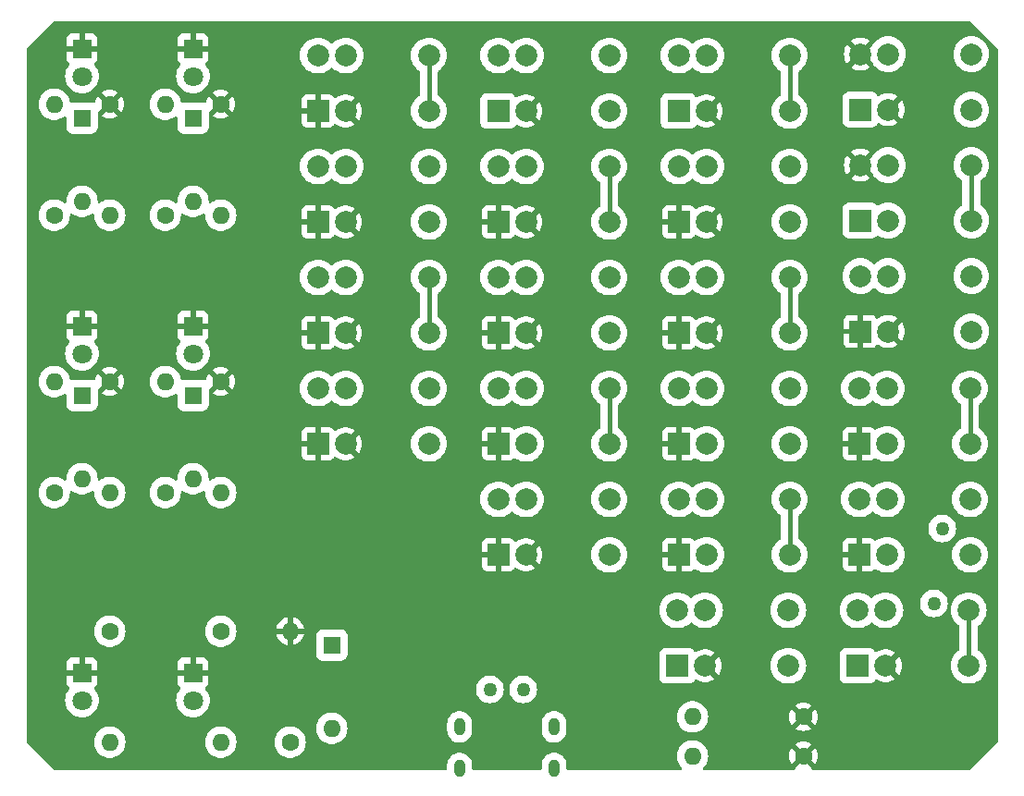
<source format=gbr>
%TF.GenerationSoftware,KiCad,Pcbnew,7.0.2*%
%TF.CreationDate,2023-05-28T17:25:48-07:00*%
%TF.ProjectId,relay-prototype,72656c61-792d-4707-926f-746f74797065,rev?*%
%TF.SameCoordinates,Original*%
%TF.FileFunction,Copper,L3,Inr*%
%TF.FilePolarity,Positive*%
%FSLAX46Y46*%
G04 Gerber Fmt 4.6, Leading zero omitted, Abs format (unit mm)*
G04 Created by KiCad (PCBNEW 7.0.2) date 2023-05-28 17:25:48*
%MOMM*%
%LPD*%
G01*
G04 APERTURE LIST*
G04 Aperture macros list*
%AMRoundRect*
0 Rectangle with rounded corners*
0 $1 Rounding radius*
0 $2 $3 $4 $5 $6 $7 $8 $9 X,Y pos of 4 corners*
0 Add a 4 corners polygon primitive as box body*
4,1,4,$2,$3,$4,$5,$6,$7,$8,$9,$2,$3,0*
0 Add four circle primitives for the rounded corners*
1,1,$1+$1,$2,$3*
1,1,$1+$1,$4,$5*
1,1,$1+$1,$6,$7*
1,1,$1+$1,$8,$9*
0 Add four rect primitives between the rounded corners*
20,1,$1+$1,$2,$3,$4,$5,0*
20,1,$1+$1,$4,$5,$6,$7,0*
20,1,$1+$1,$6,$7,$8,$9,0*
20,1,$1+$1,$8,$9,$2,$3,0*%
G04 Aperture macros list end*
%TA.AperFunction,ComponentPad*%
%ADD10RoundRect,0.500000X0.000000X-0.300000X0.000000X-0.300000X0.000000X0.300000X0.000000X0.300000X0*%
%TD*%
%TA.AperFunction,ComponentPad*%
%ADD11R,2.000000X2.000000*%
%TD*%
%TA.AperFunction,ComponentPad*%
%ADD12C,2.000000*%
%TD*%
%TA.AperFunction,ComponentPad*%
%ADD13R,1.800000X1.800000*%
%TD*%
%TA.AperFunction,ComponentPad*%
%ADD14C,1.800000*%
%TD*%
%TA.AperFunction,ComponentPad*%
%ADD15R,1.600000X1.600000*%
%TD*%
%TA.AperFunction,ComponentPad*%
%ADD16O,1.600000X1.600000*%
%TD*%
%TA.AperFunction,ComponentPad*%
%ADD17C,1.600000*%
%TD*%
%TA.AperFunction,ViaPad*%
%ADD18C,1.270000*%
%TD*%
%TA.AperFunction,Conductor*%
%ADD19C,0.381000*%
%TD*%
G04 APERTURE END LIST*
D10*
%TO.N,N/C*%
%TO.C,J1*%
X91810000Y-107518840D03*
X91810000Y-111318840D03*
X100450000Y-107518840D03*
X100450000Y-111318840D03*
%TD*%
D11*
%TO.N,GND*%
%TO.C,K15*%
X78832600Y-61286190D03*
D12*
X81372600Y-61286190D03*
%TO.N,A0*%
X88992600Y-61286190D03*
X88992600Y-56206190D03*
%TO.N,Net-(D15-A2)*%
X81372600Y-56206190D03*
%TO.N,+5V*%
X78832600Y-56206190D03*
%TD*%
D13*
%TO.N,GND*%
%TO.C,LED1*%
X67402600Y-45411190D03*
D14*
%TO.N,Net-(LED1-A)*%
X67402600Y-47951190D03*
%TD*%
D11*
%TO.N,SUM0*%
%TO.C,K20*%
X111730100Y-101926190D03*
D12*
%TO.N,GND*%
X114270100Y-101926190D03*
%TO.N,OUT0*%
X121890100Y-101926190D03*
X121890100Y-96846190D03*
%TO.N,SELECT*%
X114270100Y-96846190D03*
%TO.N,SUB0*%
X111730100Y-96846190D03*
%TD*%
D13*
%TO.N,GND*%
%TO.C,LED3*%
X67402600Y-70811190D03*
D14*
%TO.N,Net-(LED3-A)*%
X67402600Y-73351190D03*
%TD*%
D11*
%TO.N,Net-(K10-Pad1)*%
%TO.C,K10*%
X111852600Y-51126190D03*
D12*
%TO.N,GND*%
X114392600Y-51126190D03*
%TO.N,ADDCOUT1*%
X122012600Y-51126190D03*
X122012600Y-46046190D03*
%TO.N,Net-(D10-A2)*%
X114392600Y-46046190D03*
%TO.N,+5V*%
X111852600Y-46046190D03*
%TD*%
D13*
%TO.N,GND*%
%TO.C,LED2*%
X57242600Y-45411190D03*
D14*
%TO.N,Net-(LED2-A)*%
X57242600Y-47951190D03*
%TD*%
D11*
%TO.N,GND*%
%TO.C,K11*%
X128362600Y-81606190D03*
D12*
%TO.N,CIN0*%
X130902600Y-81606190D03*
%TO.N,SUB0*%
X138522600Y-81606190D03*
X138522600Y-76526190D03*
%TO.N,A0*%
X130902600Y-76526190D03*
%TO.N,+5V*%
X128362600Y-76526190D03*
%TD*%
D11*
%TO.N,SUBCOUT0*%
%TO.C,K14*%
X128485100Y-50993690D03*
D12*
%TO.N,GND*%
X131025100Y-50993690D03*
%TO.N,SUBCOUT1*%
X138645100Y-50993690D03*
X138645100Y-45913690D03*
%TO.N,A1*%
X131025100Y-45913690D03*
%TO.N,GND*%
X128485100Y-45913690D03*
%TD*%
D13*
%TO.N,GND*%
%TO.C,LED6*%
X57242600Y-102561190D03*
D14*
%TO.N,Net-(LED6-A)*%
X57242600Y-105101190D03*
%TD*%
D13*
%TO.N,GND*%
%TO.C,LED5*%
X67402600Y-102561190D03*
D14*
%TO.N,Net-(LED5-A)*%
X67402600Y-105101190D03*
%TD*%
D15*
%TO.N,+5V*%
%TO.C,B0*%
X67402600Y-77161190D03*
D16*
%TO.N,Net-(D17-A2)*%
X67402600Y-84781190D03*
%TD*%
D11*
%TO.N,GND*%
%TO.C,K18*%
X78832600Y-81606190D03*
D12*
X81372600Y-81606190D03*
%TO.N,B1*%
X88992600Y-81606190D03*
X88992600Y-76526190D03*
%TO.N,Net-(D18-A2)*%
X81372600Y-76526190D03*
%TO.N,+5V*%
X78832600Y-76526190D03*
%TD*%
D11*
%TO.N,GND*%
%TO.C,K3*%
X95342020Y-71446220D03*
D12*
X97882020Y-71446220D03*
%TO.N,Net-(K3-Pad5)*%
X105502020Y-71446220D03*
X105502020Y-66366220D03*
%TO.N,A0*%
X97882020Y-66366220D03*
%TO.N,B0*%
X95342020Y-66366220D03*
%TD*%
D13*
%TO.N,GND*%
%TO.C,LED4*%
X57242600Y-70811190D03*
D14*
%TO.N,Net-(LED4-A)*%
X57242600Y-73351190D03*
%TD*%
D15*
%TO.N,+5V*%
%TO.C,A0*%
X67402600Y-51761190D03*
D16*
%TO.N,Net-(D15-A2)*%
X67402600Y-59381190D03*
%TD*%
D11*
%TO.N,GND*%
%TO.C,K7*%
X111852600Y-81606190D03*
D12*
%TO.N,ADDCOUT0*%
X114392600Y-81606190D03*
%TO.N,SUM1*%
X122012600Y-81606190D03*
X122012600Y-76526190D03*
%TO.N,Net-(D7-A2)*%
X114392600Y-76526190D03*
%TO.N,+5V*%
X111852600Y-76526190D03*
%TD*%
D11*
%TO.N,SUM1*%
%TO.C,K21*%
X128240100Y-101926190D03*
D12*
%TO.N,GND*%
X130780100Y-101926190D03*
%TO.N,OUT1*%
X138400100Y-101926190D03*
X138400100Y-96846190D03*
%TO.N,SELECT*%
X130780100Y-96846190D03*
%TO.N,SUB1*%
X128240100Y-96846190D03*
%TD*%
D11*
%TO.N,GND*%
%TO.C,K19*%
X95342600Y-91766190D03*
D12*
X97882600Y-91766190D03*
%TO.N,SELECT*%
X105502600Y-91766190D03*
X105502600Y-86686190D03*
%TO.N,Net-(D19-A2)*%
X97882600Y-86686190D03*
%TO.N,+5V*%
X95342600Y-86686190D03*
%TD*%
D15*
%TO.N,+5V*%
%TO.C,A1*%
X57242600Y-51761190D03*
D16*
%TO.N,Net-(D16-A2)*%
X57242600Y-59381190D03*
%TD*%
D11*
%TO.N,GND*%
%TO.C,K12*%
X128485100Y-71313690D03*
D12*
X131025100Y-71313690D03*
%TO.N,SUBCOUT0*%
X138645100Y-71313690D03*
X138645100Y-66233690D03*
%TO.N,A0*%
X131025100Y-66233690D03*
%TO.N,CIN0*%
X128485100Y-66233690D03*
%TD*%
D11*
%TO.N,GND*%
%TO.C,K2*%
X95342020Y-81606025D03*
D12*
%TO.N,CIN0*%
X97882020Y-81606025D03*
%TO.N,SUM0*%
X105502020Y-81606025D03*
X105502020Y-76526025D03*
%TO.N,Net-(D2-A2)*%
X97882020Y-76526025D03*
%TO.N,+5V*%
X95342020Y-76526025D03*
%TD*%
D11*
%TO.N,+5V*%
%TO.C,K13*%
X128485100Y-61153690D03*
D12*
%TO.N,SUBCOUT0*%
X131025100Y-61153690D03*
%TO.N,SUB1*%
X138645100Y-61153690D03*
X138645100Y-56073690D03*
%TO.N,A1*%
X131025100Y-56073690D03*
%TO.N,GND*%
X128485100Y-56073690D03*
%TD*%
D11*
%TO.N,GND*%
%TO.C,K17*%
X78832600Y-71446190D03*
D12*
X81372600Y-71446190D03*
%TO.N,B0*%
X88992600Y-71446190D03*
X88992600Y-66366190D03*
%TO.N,Net-(D17-A2)*%
X81372600Y-66366190D03*
%TO.N,+5V*%
X78832600Y-66366190D03*
%TD*%
D11*
%TO.N,GND*%
%TO.C,K8*%
X111852600Y-71446190D03*
D12*
X114392600Y-71446190D03*
%TO.N,Net-(K10-Pad1)*%
X122012600Y-71446190D03*
X122012600Y-66366190D03*
%TO.N,A1*%
X114392600Y-66366190D03*
%TO.N,B1*%
X111852600Y-66366190D03*
%TD*%
D11*
%TO.N,GND*%
%TO.C,K9*%
X111852600Y-61286190D03*
D12*
X114392600Y-61286190D03*
%TO.N,Net-(D10-A2)*%
X122012600Y-61286190D03*
X122012600Y-56206190D03*
%TO.N,Net-(D7-A2)*%
X114392600Y-56206190D03*
%TO.N,ADDCOUT0*%
X111852600Y-56206190D03*
%TD*%
D15*
%TO.N,+5V*%
%TO.C,B1*%
X57242600Y-77161190D03*
D16*
%TO.N,Net-(D18-A2)*%
X57242600Y-84781190D03*
%TD*%
D11*
%TO.N,Net-(K3-Pad5)*%
%TO.C,K5*%
X95342020Y-51126610D03*
D12*
%TO.N,GND*%
X97882020Y-51126610D03*
%TO.N,ADDCOUT0*%
X105502020Y-51126610D03*
X105502020Y-46046610D03*
%TO.N,Net-(D5-A2)*%
X97882020Y-46046610D03*
%TO.N,+5V*%
X95342020Y-46046610D03*
%TD*%
D11*
%TO.N,GND*%
%TO.C,K6*%
X128362600Y-91766190D03*
D12*
%TO.N,B1*%
X130902600Y-91766190D03*
%TO.N,Net-(D7-A2)*%
X138522600Y-91766190D03*
X138522600Y-86686190D03*
%TO.N,A1*%
X130902600Y-86686190D03*
%TO.N,+5V*%
X128362600Y-86686190D03*
%TD*%
D11*
%TO.N,GND*%
%TO.C,K1*%
X111852020Y-91765830D03*
D12*
%TO.N,B0*%
X114392020Y-91765830D03*
%TO.N,Net-(D2-A2)*%
X122012020Y-91765830D03*
X122012020Y-86685830D03*
%TO.N,A0*%
X114392020Y-86685830D03*
%TO.N,+5V*%
X111852020Y-86685830D03*
%TD*%
D11*
%TO.N,GND*%
%TO.C,K16*%
X78832600Y-51126610D03*
D12*
X81372600Y-51126610D03*
%TO.N,A1*%
X88992600Y-51126610D03*
X88992600Y-46046610D03*
%TO.N,Net-(D16-A2)*%
X81372600Y-46046610D03*
%TO.N,+5V*%
X78832600Y-46046610D03*
%TD*%
D11*
%TO.N,GND*%
%TO.C,K4*%
X95342020Y-61286415D03*
D12*
X97882020Y-61286415D03*
%TO.N,Net-(D5-A2)*%
X105502020Y-61286415D03*
X105502020Y-56206415D03*
%TO.N,Net-(D2-A2)*%
X97882020Y-56206415D03*
%TO.N,CIN0*%
X95342020Y-56206415D03*
%TD*%
D15*
%TO.N,+5V*%
%TO.C,S1*%
X80102600Y-100021190D03*
D16*
%TO.N,Net-(D19-A2)*%
X80102600Y-107641190D03*
%TD*%
D17*
%TO.N,GND*%
%TO.C,RCC2*%
X123282600Y-106599790D03*
D16*
%TO.N,Net-(J1-CC2)*%
X113122600Y-106599790D03*
%TD*%
D17*
%TO.N,GND*%
%TO.C,R2*%
X59782600Y-50491190D03*
D16*
%TO.N,Net-(D16-A2)*%
X59782600Y-60651190D03*
%TD*%
D17*
%TO.N,GND*%
%TO.C,RCC1*%
X123282600Y-110181190D03*
D16*
%TO.N,Net-(J1-CC1)*%
X113122600Y-110181190D03*
%TD*%
D17*
%TO.N,GND*%
%TO.C,R1*%
X69942600Y-50491190D03*
D16*
%TO.N,Net-(D15-A2)*%
X69942600Y-60651190D03*
%TD*%
D17*
%TO.N,Net-(D19-A2)*%
%TO.C,R9*%
X76292600Y-108911190D03*
D16*
%TO.N,GND*%
X76292600Y-98751190D03*
%TD*%
D17*
%TO.N,OUT0*%
%TO.C,R10*%
X69942600Y-98751190D03*
D16*
%TO.N,Net-(LED5-A)*%
X69942600Y-108911190D03*
%TD*%
D17*
%TO.N,Net-(D15-A2)*%
%TO.C,R5*%
X64862600Y-60651190D03*
D16*
%TO.N,Net-(LED1-A)*%
X64862600Y-50491190D03*
%TD*%
D17*
%TO.N,OUT1*%
%TO.C,R11*%
X59782600Y-98751190D03*
D16*
%TO.N,Net-(LED6-A)*%
X59782600Y-108911190D03*
%TD*%
D17*
%TO.N,Net-(D18-A2)*%
%TO.C,R8*%
X54702600Y-86051190D03*
D16*
%TO.N,Net-(LED4-A)*%
X54702600Y-75891190D03*
%TD*%
D17*
%TO.N,GND*%
%TO.C,R3*%
X69942600Y-75891190D03*
D16*
%TO.N,Net-(D17-A2)*%
X69942600Y-86051190D03*
%TD*%
D17*
%TO.N,Net-(D17-A2)*%
%TO.C,R7*%
X64862600Y-86051190D03*
D16*
%TO.N,Net-(LED3-A)*%
X64862600Y-75891190D03*
%TD*%
D17*
%TO.N,Net-(D16-A2)*%
%TO.C,R6*%
X54702600Y-60651190D03*
D16*
%TO.N,Net-(LED2-A)*%
X54702600Y-50491190D03*
%TD*%
D17*
%TO.N,GND*%
%TO.C,R4*%
X59782600Y-75891190D03*
D16*
%TO.N,Net-(D18-A2)*%
X59782600Y-86051190D03*
%TD*%
D18*
%TO.N,+5V*%
X97628600Y-104085190D03*
X94580600Y-104085190D03*
%TO.N,GND*%
X100168600Y-104085190D03*
X92040600Y-104085190D03*
%TO.N,A1*%
X135220600Y-96211190D03*
X135982600Y-89353190D03*
%TD*%
D19*
%TO.N,B0*%
X88992600Y-66366190D02*
X88992600Y-71446190D01*
%TO.N,Net-(D2-A2)*%
X122012020Y-86685830D02*
X122012020Y-91765830D01*
%TO.N,Net-(D5-A2)*%
X105502020Y-56206415D02*
X105502020Y-61286415D01*
%TO.N,A1*%
X88992600Y-46046610D02*
X88992600Y-51126610D01*
%TO.N,SUM0*%
X105502020Y-76526025D02*
X105502020Y-81606025D01*
%TO.N,Net-(K10-Pad1)*%
X122012600Y-71446190D02*
X122012600Y-66366190D01*
%TO.N,ADDCOUT1*%
X122012600Y-51126190D02*
X122012600Y-46046190D01*
%TO.N,SUB0*%
X138522600Y-76526190D02*
X138522600Y-81606190D01*
%TO.N,SUB1*%
X138645100Y-56073690D02*
X138645100Y-61153690D01*
%TO.N,OUT1*%
X138400100Y-96846190D02*
X138400100Y-101926190D01*
%TD*%
%TA.AperFunction,Conductor*%
%TO.N,GND*%
G36*
X138538277Y-42890875D02*
G01*
X138558919Y-42907509D01*
X141026282Y-45374872D01*
X141059766Y-45436193D01*
X141062600Y-45462551D01*
X141062600Y-108859828D01*
X141042915Y-108926867D01*
X141026281Y-108947509D01*
X138558919Y-111414871D01*
X138497596Y-111448356D01*
X138471238Y-111451190D01*
X124126687Y-111451190D01*
X124059648Y-111431505D01*
X124013893Y-111378701D01*
X124003159Y-111316383D01*
X124008072Y-111260215D01*
X123327001Y-110579143D01*
X123407748Y-110566355D01*
X123520645Y-110508831D01*
X123610241Y-110419235D01*
X123667765Y-110306338D01*
X123680553Y-110225591D01*
X124361625Y-110906662D01*
X124412734Y-110833670D01*
X124508866Y-110627516D01*
X124567741Y-110407792D01*
X124587566Y-110181190D01*
X124567741Y-109954587D01*
X124508866Y-109734863D01*
X124412733Y-109528705D01*
X124361625Y-109455716D01*
X123680553Y-110136787D01*
X123667765Y-110056042D01*
X123610241Y-109943145D01*
X123520645Y-109853549D01*
X123407748Y-109796025D01*
X123327000Y-109783236D01*
X124008072Y-109102164D01*
X124008071Y-109102162D01*
X123935084Y-109051056D01*
X123728926Y-108954923D01*
X123509202Y-108896048D01*
X123282600Y-108876223D01*
X123055997Y-108896048D01*
X122836272Y-108954923D01*
X122630116Y-109051055D01*
X122557127Y-109102163D01*
X122557126Y-109102163D01*
X123238200Y-109783236D01*
X123157452Y-109796025D01*
X123044555Y-109853549D01*
X122954959Y-109943145D01*
X122897435Y-110056042D01*
X122884646Y-110136790D01*
X122203573Y-109455716D01*
X122203573Y-109455717D01*
X122152465Y-109528706D01*
X122056333Y-109734862D01*
X121997458Y-109954587D01*
X121977633Y-110181190D01*
X121997458Y-110407792D01*
X122056333Y-110627516D01*
X122152466Y-110833674D01*
X122203572Y-110906661D01*
X122203574Y-110906662D01*
X122884645Y-110225589D01*
X122897435Y-110306338D01*
X122954959Y-110419235D01*
X123044555Y-110508831D01*
X123157452Y-110566355D01*
X123238199Y-110579143D01*
X122557126Y-111260215D01*
X122562040Y-111316383D01*
X122548273Y-111384883D01*
X122499658Y-111435066D01*
X122438512Y-111451190D01*
X114187314Y-111451190D01*
X114120275Y-111431505D01*
X114074520Y-111378701D01*
X114064576Y-111309543D01*
X114093601Y-111245987D01*
X114096084Y-111243207D01*
X114098170Y-111240941D01*
X114259294Y-111065914D01*
X114389412Y-110866754D01*
X114484974Y-110648894D01*
X114543375Y-110418275D01*
X114563020Y-110181190D01*
X114543375Y-109944105D01*
X114484974Y-109713486D01*
X114389412Y-109495626D01*
X114363337Y-109455716D01*
X114259296Y-109296469D01*
X114259295Y-109296468D01*
X114259294Y-109296466D01*
X114098170Y-109121439D01*
X114076997Y-109104959D01*
X113910440Y-108975322D01*
X113910436Y-108975319D01*
X113910435Y-108975319D01*
X113701210Y-108862092D01*
X113701206Y-108862090D01*
X113701205Y-108862090D01*
X113476204Y-108784846D01*
X113241549Y-108745690D01*
X113003651Y-108745690D01*
X112768995Y-108784846D01*
X112543994Y-108862090D01*
X112334759Y-108975322D01*
X112147033Y-109121436D01*
X111985903Y-109296469D01*
X111855788Y-109495624D01*
X111760227Y-109713483D01*
X111701824Y-109944109D01*
X111682179Y-110181190D01*
X111701824Y-110418270D01*
X111701824Y-110418273D01*
X111701825Y-110418275D01*
X111754812Y-110627516D01*
X111760227Y-110648896D01*
X111855788Y-110866755D01*
X111898504Y-110932136D01*
X111985906Y-111065914D01*
X112147030Y-111240941D01*
X112149116Y-111243207D01*
X112180038Y-111305862D01*
X112172178Y-111375288D01*
X112128031Y-111429443D01*
X112061613Y-111451134D01*
X112057886Y-111451190D01*
X101709500Y-111451190D01*
X101642461Y-111431505D01*
X101596706Y-111378701D01*
X101585500Y-111327190D01*
X101585500Y-110933965D01*
X101585500Y-110932136D01*
X101583982Y-110906662D01*
X101582598Y-110883423D01*
X101582598Y-110883421D01*
X101536502Y-110671523D01*
X101451138Y-110472177D01*
X101414656Y-110418275D01*
X101329589Y-110292589D01*
X101176250Y-110139250D01*
X100996662Y-110017701D01*
X100797318Y-109932338D01*
X100585416Y-109886241D01*
X100538553Y-109883449D01*
X100538514Y-109883447D01*
X100536704Y-109883340D01*
X100363296Y-109883340D01*
X100361486Y-109883447D01*
X100361446Y-109883449D01*
X100314583Y-109886241D01*
X100102681Y-109932338D01*
X99903337Y-110017701D01*
X99723749Y-110139250D01*
X99570410Y-110292589D01*
X99448861Y-110472177D01*
X99363498Y-110671521D01*
X99317401Y-110883423D01*
X99314609Y-110930286D01*
X99314607Y-110930326D01*
X99314500Y-110932136D01*
X99314500Y-110933964D01*
X99314500Y-110933965D01*
X99314500Y-111327190D01*
X99294815Y-111394229D01*
X99242011Y-111439984D01*
X99190500Y-111451190D01*
X93069500Y-111451190D01*
X93002461Y-111431505D01*
X92956706Y-111378701D01*
X92945500Y-111327190D01*
X92945500Y-110933965D01*
X92945500Y-110932136D01*
X92943982Y-110906662D01*
X92942598Y-110883423D01*
X92942598Y-110883421D01*
X92896502Y-110671523D01*
X92811138Y-110472177D01*
X92774656Y-110418275D01*
X92689589Y-110292589D01*
X92536250Y-110139250D01*
X92356662Y-110017701D01*
X92157318Y-109932338D01*
X91945416Y-109886241D01*
X91898553Y-109883449D01*
X91898514Y-109883447D01*
X91896704Y-109883340D01*
X91723296Y-109883340D01*
X91721486Y-109883447D01*
X91721446Y-109883449D01*
X91674583Y-109886241D01*
X91462681Y-109932338D01*
X91263337Y-110017701D01*
X91083749Y-110139250D01*
X90930410Y-110292589D01*
X90808861Y-110472177D01*
X90723498Y-110671521D01*
X90677401Y-110883423D01*
X90674609Y-110930286D01*
X90674607Y-110930326D01*
X90674500Y-110932136D01*
X90674500Y-110933965D01*
X90674500Y-111327190D01*
X90654815Y-111394229D01*
X90602011Y-111439984D01*
X90550500Y-111451190D01*
X54753962Y-111451190D01*
X54686923Y-111431505D01*
X54666281Y-111414871D01*
X52198919Y-108947509D01*
X52179087Y-108911190D01*
X58342179Y-108911190D01*
X58361824Y-109148270D01*
X58361824Y-109148273D01*
X58361825Y-109148275D01*
X58399352Y-109296466D01*
X58420227Y-109378896D01*
X58515788Y-109596755D01*
X58606019Y-109734863D01*
X58645906Y-109795914D01*
X58807030Y-109970941D01*
X58807033Y-109970943D01*
X58994759Y-110117057D01*
X58994761Y-110117058D01*
X58994765Y-110117061D01*
X59203990Y-110230288D01*
X59428998Y-110307534D01*
X59663651Y-110346690D01*
X59901549Y-110346690D01*
X60136202Y-110307534D01*
X60361210Y-110230288D01*
X60570435Y-110117061D01*
X60758170Y-109970941D01*
X60919294Y-109795914D01*
X61049412Y-109596754D01*
X61144974Y-109378894D01*
X61203375Y-109148275D01*
X61223020Y-108911190D01*
X61223020Y-108911189D01*
X68502179Y-108911189D01*
X68521824Y-109148270D01*
X68521824Y-109148273D01*
X68521825Y-109148275D01*
X68559352Y-109296466D01*
X68580227Y-109378896D01*
X68675788Y-109596755D01*
X68766019Y-109734863D01*
X68805906Y-109795914D01*
X68967030Y-109970941D01*
X68967033Y-109970943D01*
X69154759Y-110117057D01*
X69154761Y-110117058D01*
X69154765Y-110117061D01*
X69363990Y-110230288D01*
X69588998Y-110307534D01*
X69823651Y-110346690D01*
X70061549Y-110346690D01*
X70296202Y-110307534D01*
X70521210Y-110230288D01*
X70730435Y-110117061D01*
X70918170Y-109970941D01*
X71079294Y-109795914D01*
X71209412Y-109596754D01*
X71304974Y-109378894D01*
X71363375Y-109148275D01*
X71383020Y-108911190D01*
X74852179Y-108911190D01*
X74871824Y-109148270D01*
X74871824Y-109148273D01*
X74871825Y-109148275D01*
X74909352Y-109296466D01*
X74930227Y-109378896D01*
X75025788Y-109596755D01*
X75116019Y-109734863D01*
X75155906Y-109795914D01*
X75317030Y-109970941D01*
X75317033Y-109970943D01*
X75504759Y-110117057D01*
X75504761Y-110117058D01*
X75504765Y-110117061D01*
X75713990Y-110230288D01*
X75938998Y-110307534D01*
X76173651Y-110346690D01*
X76411549Y-110346690D01*
X76646202Y-110307534D01*
X76871210Y-110230288D01*
X77080435Y-110117061D01*
X77268170Y-109970941D01*
X77429294Y-109795914D01*
X77559412Y-109596754D01*
X77654974Y-109378894D01*
X77713375Y-109148275D01*
X77733020Y-108911190D01*
X77713375Y-108674105D01*
X77654974Y-108443486D01*
X77559412Y-108225626D01*
X77429294Y-108026466D01*
X77268170Y-107851439D01*
X77235558Y-107826056D01*
X77080440Y-107705322D01*
X77080436Y-107705319D01*
X77080435Y-107705319D01*
X76961935Y-107641190D01*
X78662179Y-107641190D01*
X78681824Y-107878270D01*
X78681824Y-107878273D01*
X78681825Y-107878275D01*
X78719352Y-108026466D01*
X78740227Y-108108896D01*
X78835788Y-108326755D01*
X78965903Y-108525910D01*
X78965906Y-108525914D01*
X79127030Y-108700941D01*
X79127033Y-108700943D01*
X79314759Y-108847057D01*
X79314761Y-108847058D01*
X79314765Y-108847061D01*
X79523990Y-108960288D01*
X79748998Y-109037534D01*
X79983651Y-109076690D01*
X80221549Y-109076690D01*
X80456202Y-109037534D01*
X80681210Y-108960288D01*
X80890435Y-108847061D01*
X81078170Y-108700941D01*
X81239294Y-108525914D01*
X81369412Y-108326754D01*
X81464974Y-108108894D01*
X81516470Y-107905544D01*
X90674500Y-107905544D01*
X90674607Y-107907354D01*
X90674609Y-107907393D01*
X90677401Y-107954256D01*
X90723498Y-108166158D01*
X90808861Y-108365502D01*
X90930410Y-108545090D01*
X91083749Y-108698429D01*
X91153577Y-108745690D01*
X91263337Y-108819978D01*
X91462683Y-108905342D01*
X91674581Y-108951438D01*
X91691739Y-108952460D01*
X91721446Y-108954230D01*
X91721452Y-108954230D01*
X91723296Y-108954340D01*
X91725125Y-108954340D01*
X91894875Y-108954340D01*
X91896704Y-108954340D01*
X91898548Y-108954230D01*
X91898553Y-108954230D01*
X91919681Y-108952971D01*
X91945419Y-108951438D01*
X92157317Y-108905342D01*
X92356663Y-108819978D01*
X92536250Y-108698429D01*
X92689589Y-108545090D01*
X92811138Y-108365503D01*
X92896502Y-108166157D01*
X92942598Y-107954259D01*
X92945500Y-107905544D01*
X99314500Y-107905544D01*
X99314607Y-107907354D01*
X99314609Y-107907393D01*
X99317401Y-107954256D01*
X99363498Y-108166158D01*
X99448861Y-108365502D01*
X99570410Y-108545090D01*
X99723749Y-108698429D01*
X99793577Y-108745690D01*
X99903337Y-108819978D01*
X100102683Y-108905342D01*
X100314581Y-108951438D01*
X100331739Y-108952460D01*
X100361446Y-108954230D01*
X100361452Y-108954230D01*
X100363296Y-108954340D01*
X100365125Y-108954340D01*
X100534875Y-108954340D01*
X100536704Y-108954340D01*
X100538548Y-108954230D01*
X100538553Y-108954230D01*
X100559681Y-108952971D01*
X100585419Y-108951438D01*
X100797317Y-108905342D01*
X100996663Y-108819978D01*
X101176250Y-108698429D01*
X101329589Y-108545090D01*
X101451138Y-108365503D01*
X101536502Y-108166157D01*
X101582598Y-107954259D01*
X101585500Y-107905544D01*
X101585500Y-107132136D01*
X101582598Y-107083421D01*
X101536502Y-106871523D01*
X101451138Y-106672177D01*
X101430333Y-106641438D01*
X101402144Y-106599789D01*
X111682179Y-106599789D01*
X111701824Y-106836870D01*
X111701824Y-106836873D01*
X111701825Y-106836875D01*
X111754812Y-107046116D01*
X111760227Y-107067496D01*
X111855788Y-107285355D01*
X111980141Y-107475690D01*
X111985906Y-107484514D01*
X112147030Y-107659541D01*
X112147033Y-107659543D01*
X112334759Y-107805657D01*
X112334761Y-107805658D01*
X112334765Y-107805661D01*
X112543990Y-107918888D01*
X112768998Y-107996134D01*
X113003651Y-108035290D01*
X113241549Y-108035290D01*
X113476202Y-107996134D01*
X113701210Y-107918888D01*
X113910435Y-107805661D01*
X114098170Y-107659541D01*
X114259294Y-107484514D01*
X114389412Y-107285354D01*
X114484974Y-107067494D01*
X114543375Y-106836875D01*
X114563020Y-106599790D01*
X121977633Y-106599790D01*
X121997458Y-106826392D01*
X122056333Y-107046116D01*
X122152466Y-107252274D01*
X122203572Y-107325261D01*
X122203574Y-107325262D01*
X122884645Y-106644189D01*
X122897435Y-106724938D01*
X122954959Y-106837835D01*
X123044555Y-106927431D01*
X123157452Y-106984955D01*
X123238199Y-106997743D01*
X122557126Y-107678815D01*
X122557126Y-107678816D01*
X122630115Y-107729923D01*
X122836273Y-107826056D01*
X123055997Y-107884931D01*
X123282600Y-107904756D01*
X123509202Y-107884931D01*
X123728926Y-107826056D01*
X123935080Y-107729924D01*
X124008072Y-107678815D01*
X123327001Y-106997743D01*
X123407748Y-106984955D01*
X123520645Y-106927431D01*
X123610241Y-106837835D01*
X123667765Y-106724938D01*
X123680553Y-106644191D01*
X124361625Y-107325262D01*
X124412734Y-107252270D01*
X124508866Y-107046116D01*
X124567741Y-106826392D01*
X124587566Y-106599789D01*
X124567741Y-106373187D01*
X124508866Y-106153463D01*
X124412733Y-105947305D01*
X124361625Y-105874316D01*
X123680553Y-106555387D01*
X123667765Y-106474642D01*
X123610241Y-106361745D01*
X123520645Y-106272149D01*
X123407748Y-106214625D01*
X123327000Y-106201836D01*
X124008072Y-105520764D01*
X124008071Y-105520762D01*
X123935084Y-105469656D01*
X123728926Y-105373523D01*
X123509202Y-105314648D01*
X123282600Y-105294823D01*
X123055997Y-105314648D01*
X122836272Y-105373523D01*
X122630116Y-105469655D01*
X122557127Y-105520763D01*
X122557126Y-105520763D01*
X123238200Y-106201836D01*
X123157452Y-106214625D01*
X123044555Y-106272149D01*
X122954959Y-106361745D01*
X122897435Y-106474642D01*
X122884646Y-106555390D01*
X122203573Y-105874316D01*
X122203573Y-105874317D01*
X122152465Y-105947306D01*
X122056333Y-106153462D01*
X121997458Y-106373187D01*
X121977633Y-106599790D01*
X114563020Y-106599790D01*
X114543375Y-106362705D01*
X114484974Y-106132086D01*
X114389412Y-105914226D01*
X114363337Y-105874316D01*
X114259296Y-105715069D01*
X114259295Y-105715068D01*
X114259294Y-105715066D01*
X114098170Y-105540039D01*
X114076997Y-105523559D01*
X113910440Y-105393922D01*
X113910436Y-105393919D01*
X113910435Y-105393919D01*
X113701210Y-105280692D01*
X113701206Y-105280690D01*
X113701205Y-105280690D01*
X113476204Y-105203446D01*
X113241549Y-105164290D01*
X113003651Y-105164290D01*
X112768995Y-105203446D01*
X112543994Y-105280690D01*
X112334759Y-105393922D01*
X112147033Y-105540036D01*
X111985903Y-105715069D01*
X111855788Y-105914224D01*
X111760227Y-106132083D01*
X111701824Y-106362709D01*
X111682179Y-106599789D01*
X101402144Y-106599789D01*
X101329589Y-106492589D01*
X101176250Y-106339250D01*
X100996662Y-106217701D01*
X100797318Y-106132338D01*
X100585416Y-106086241D01*
X100538553Y-106083449D01*
X100538514Y-106083447D01*
X100536704Y-106083340D01*
X100363296Y-106083340D01*
X100361486Y-106083447D01*
X100361446Y-106083449D01*
X100314583Y-106086241D01*
X100102681Y-106132338D01*
X99903337Y-106217701D01*
X99723749Y-106339250D01*
X99570410Y-106492589D01*
X99448861Y-106672177D01*
X99363498Y-106871521D01*
X99317401Y-107083423D01*
X99314609Y-107130286D01*
X99314607Y-107130326D01*
X99314500Y-107132136D01*
X99314500Y-107905544D01*
X92945500Y-107905544D01*
X92945500Y-107132136D01*
X92942598Y-107083421D01*
X92896502Y-106871523D01*
X92811138Y-106672177D01*
X92790333Y-106641438D01*
X92689589Y-106492589D01*
X92536250Y-106339250D01*
X92356662Y-106217701D01*
X92157318Y-106132338D01*
X91945416Y-106086241D01*
X91898553Y-106083449D01*
X91898514Y-106083447D01*
X91896704Y-106083340D01*
X91723296Y-106083340D01*
X91721486Y-106083447D01*
X91721446Y-106083449D01*
X91674583Y-106086241D01*
X91462681Y-106132338D01*
X91263337Y-106217701D01*
X91083749Y-106339250D01*
X90930410Y-106492589D01*
X90808861Y-106672177D01*
X90723498Y-106871521D01*
X90677401Y-107083423D01*
X90674609Y-107130286D01*
X90674607Y-107130326D01*
X90674500Y-107132136D01*
X90674500Y-107905544D01*
X81516470Y-107905544D01*
X81523375Y-107878275D01*
X81543020Y-107641190D01*
X81523375Y-107404105D01*
X81464974Y-107173486D01*
X81369412Y-106955626D01*
X81367920Y-106953343D01*
X81239296Y-106756469D01*
X81239295Y-106756468D01*
X81239294Y-106756466D01*
X81078170Y-106581439D01*
X80964016Y-106492589D01*
X80890440Y-106435322D01*
X80890436Y-106435319D01*
X80890435Y-106435319D01*
X80681210Y-106322092D01*
X80681206Y-106322090D01*
X80681205Y-106322090D01*
X80456204Y-106244846D01*
X80221549Y-106205690D01*
X79983651Y-106205690D01*
X79748995Y-106244846D01*
X79523994Y-106322090D01*
X79314759Y-106435322D01*
X79127033Y-106581436D01*
X78965903Y-106756469D01*
X78835788Y-106955624D01*
X78740227Y-107173483D01*
X78681824Y-107404109D01*
X78662179Y-107641190D01*
X76961935Y-107641190D01*
X76871210Y-107592092D01*
X76871206Y-107592090D01*
X76871205Y-107592090D01*
X76646204Y-107514846D01*
X76411549Y-107475690D01*
X76173651Y-107475690D01*
X75938995Y-107514846D01*
X75713994Y-107592090D01*
X75504759Y-107705322D01*
X75317033Y-107851436D01*
X75317030Y-107851438D01*
X75317030Y-107851439D01*
X75268907Y-107903714D01*
X75155903Y-108026469D01*
X75025788Y-108225624D01*
X74930227Y-108443483D01*
X74871824Y-108674109D01*
X74852179Y-108911190D01*
X71383020Y-108911190D01*
X71382535Y-108905342D01*
X71372551Y-108784846D01*
X71363375Y-108674105D01*
X71304974Y-108443486D01*
X71209412Y-108225626D01*
X71079294Y-108026466D01*
X70918170Y-107851439D01*
X70885558Y-107826056D01*
X70730440Y-107705322D01*
X70730436Y-107705319D01*
X70730435Y-107705319D01*
X70521210Y-107592092D01*
X70521206Y-107592090D01*
X70521205Y-107592090D01*
X70296204Y-107514846D01*
X70061549Y-107475690D01*
X69823651Y-107475690D01*
X69588995Y-107514846D01*
X69363994Y-107592090D01*
X69154759Y-107705322D01*
X68967033Y-107851436D01*
X68967030Y-107851438D01*
X68967030Y-107851439D01*
X68918907Y-107903714D01*
X68805903Y-108026469D01*
X68675788Y-108225624D01*
X68580227Y-108443483D01*
X68521824Y-108674109D01*
X68502179Y-108911189D01*
X61223020Y-108911189D01*
X61222535Y-108905342D01*
X61212551Y-108784846D01*
X61203375Y-108674105D01*
X61144974Y-108443486D01*
X61049412Y-108225626D01*
X60919294Y-108026466D01*
X60758170Y-107851439D01*
X60725558Y-107826056D01*
X60570440Y-107705322D01*
X60570436Y-107705319D01*
X60570435Y-107705319D01*
X60361210Y-107592092D01*
X60361206Y-107592090D01*
X60361205Y-107592090D01*
X60136204Y-107514846D01*
X59901549Y-107475690D01*
X59663651Y-107475690D01*
X59428995Y-107514846D01*
X59203994Y-107592090D01*
X58994759Y-107705322D01*
X58807033Y-107851436D01*
X58807030Y-107851438D01*
X58807030Y-107851439D01*
X58758907Y-107903714D01*
X58645903Y-108026469D01*
X58515788Y-108225624D01*
X58420227Y-108443483D01*
X58361824Y-108674109D01*
X58342179Y-108911190D01*
X52179087Y-108911190D01*
X52165434Y-108886186D01*
X52162600Y-108859828D01*
X52162600Y-105101190D01*
X55702352Y-105101190D01*
X55721315Y-105342139D01*
X55777736Y-105577153D01*
X55834863Y-105715066D01*
X55870229Y-105800448D01*
X55996513Y-106006525D01*
X56153480Y-106190310D01*
X56337265Y-106347277D01*
X56543342Y-106473561D01*
X56708310Y-106541893D01*
X56766636Y-106566053D01*
X56830712Y-106581436D01*
X57001652Y-106622475D01*
X57242600Y-106641438D01*
X57483548Y-106622475D01*
X57718563Y-106566053D01*
X57941858Y-106473561D01*
X58147935Y-106347277D01*
X58331720Y-106190310D01*
X58488687Y-106006525D01*
X58614971Y-105800448D01*
X58707463Y-105577153D01*
X58763885Y-105342138D01*
X58782848Y-105101190D01*
X65862352Y-105101190D01*
X65881315Y-105342139D01*
X65937736Y-105577153D01*
X65994863Y-105715066D01*
X66030229Y-105800448D01*
X66156513Y-106006525D01*
X66313480Y-106190310D01*
X66497265Y-106347277D01*
X66703342Y-106473561D01*
X66868310Y-106541893D01*
X66926636Y-106566053D01*
X66990712Y-106581436D01*
X67161652Y-106622475D01*
X67402600Y-106641438D01*
X67643548Y-106622475D01*
X67878563Y-106566053D01*
X68101858Y-106473561D01*
X68307935Y-106347277D01*
X68491720Y-106190310D01*
X68648687Y-106006525D01*
X68774971Y-105800448D01*
X68867463Y-105577153D01*
X68923885Y-105342138D01*
X68942848Y-105101190D01*
X68923885Y-104860242D01*
X68867463Y-104625227D01*
X68774971Y-104401932D01*
X68648687Y-104195855D01*
X68648686Y-104195854D01*
X68648685Y-104195852D01*
X68554171Y-104085190D01*
X93305246Y-104085190D01*
X93324621Y-104306650D01*
X93350151Y-104401930D01*
X93382160Y-104521386D01*
X93476112Y-104722867D01*
X93603623Y-104904971D01*
X93760819Y-105062167D01*
X93942923Y-105189678D01*
X94144404Y-105283630D01*
X94359137Y-105341168D01*
X94506779Y-105354084D01*
X94580599Y-105360543D01*
X94580599Y-105360542D01*
X94580600Y-105360543D01*
X94802063Y-105341168D01*
X95016796Y-105283630D01*
X95218277Y-105189678D01*
X95400381Y-105062167D01*
X95557577Y-104904971D01*
X95685088Y-104722867D01*
X95779040Y-104521386D01*
X95836578Y-104306653D01*
X95855953Y-104085190D01*
X96353246Y-104085190D01*
X96372621Y-104306650D01*
X96398151Y-104401930D01*
X96430160Y-104521386D01*
X96524112Y-104722867D01*
X96651623Y-104904971D01*
X96808819Y-105062167D01*
X96990923Y-105189678D01*
X97192404Y-105283630D01*
X97407137Y-105341168D01*
X97628600Y-105360543D01*
X97850063Y-105341168D01*
X98064796Y-105283630D01*
X98266277Y-105189678D01*
X98448381Y-105062167D01*
X98605577Y-104904971D01*
X98733088Y-104722867D01*
X98827040Y-104521386D01*
X98884578Y-104306653D01*
X98903953Y-104085190D01*
X98884578Y-103863727D01*
X98827040Y-103648994D01*
X98733088Y-103447514D01*
X98605577Y-103265409D01*
X98448381Y-103108213D01*
X98276658Y-102987971D01*
X110094600Y-102987971D01*
X110094601Y-102990370D01*
X110094789Y-102992761D01*
X110094790Y-102992783D01*
X110097435Y-103026395D01*
X110142230Y-103180582D01*
X110142231Y-103180583D01*
X110223965Y-103318788D01*
X110337502Y-103432325D01*
X110475707Y-103514059D01*
X110629896Y-103558855D01*
X110665919Y-103561690D01*
X112794280Y-103561689D01*
X112830304Y-103558855D01*
X112984493Y-103514059D01*
X113122698Y-103432325D01*
X113236235Y-103318788D01*
X113285921Y-103234773D01*
X113336986Y-103187093D01*
X113405728Y-103174589D01*
X113451667Y-103188842D01*
X113665493Y-103304558D01*
X113900606Y-103385273D01*
X114145807Y-103426190D01*
X114394393Y-103426190D01*
X114639593Y-103385273D01*
X114874706Y-103304558D01*
X115093333Y-103186243D01*
X115140156Y-103149799D01*
X114402633Y-102412276D01*
X114412415Y-102410870D01*
X114543200Y-102351142D01*
X114651861Y-102256988D01*
X114729593Y-102136034D01*
X114753176Y-102055714D01*
X115493534Y-102796072D01*
X115593830Y-102642559D01*
X115693686Y-102414911D01*
X115754713Y-102173922D01*
X115775241Y-101926190D01*
X120249543Y-101926190D01*
X120269741Y-102182831D01*
X120329837Y-102433150D01*
X120368787Y-102527182D01*
X120428353Y-102670987D01*
X120562862Y-102890485D01*
X120730051Y-103086239D01*
X120925805Y-103253428D01*
X121145303Y-103387937D01*
X121321015Y-103460719D01*
X121383139Y-103486452D01*
X121462222Y-103505438D01*
X121633460Y-103546549D01*
X121890100Y-103566747D01*
X122146740Y-103546549D01*
X122397060Y-103486452D01*
X122634897Y-103387937D01*
X122854395Y-103253428D01*
X123050149Y-103086239D01*
X123134077Y-102987971D01*
X126604600Y-102987971D01*
X126604601Y-102990370D01*
X126604789Y-102992761D01*
X126604790Y-102992783D01*
X126607435Y-103026395D01*
X126652230Y-103180582D01*
X126652231Y-103180583D01*
X126733965Y-103318788D01*
X126847502Y-103432325D01*
X126985707Y-103514059D01*
X127139896Y-103558855D01*
X127175919Y-103561690D01*
X129304280Y-103561689D01*
X129340304Y-103558855D01*
X129494493Y-103514059D01*
X129632698Y-103432325D01*
X129746235Y-103318788D01*
X129795921Y-103234773D01*
X129846986Y-103187093D01*
X129915728Y-103174589D01*
X129961667Y-103188842D01*
X130175493Y-103304558D01*
X130410606Y-103385273D01*
X130655807Y-103426190D01*
X130904393Y-103426190D01*
X131149593Y-103385273D01*
X131384706Y-103304558D01*
X131603333Y-103186243D01*
X131650156Y-103149799D01*
X130912633Y-102412276D01*
X130922415Y-102410870D01*
X131053200Y-102351142D01*
X131161861Y-102256988D01*
X131239593Y-102136034D01*
X131263177Y-102055713D01*
X132003534Y-102796072D01*
X132103830Y-102642559D01*
X132203686Y-102414911D01*
X132264713Y-102173922D01*
X132285241Y-101926190D01*
X136759543Y-101926190D01*
X136779741Y-102182831D01*
X136839837Y-102433150D01*
X136878787Y-102527182D01*
X136938353Y-102670987D01*
X137072862Y-102890485D01*
X137240051Y-103086239D01*
X137435805Y-103253428D01*
X137655303Y-103387937D01*
X137831015Y-103460719D01*
X137893139Y-103486452D01*
X137972222Y-103505438D01*
X138143460Y-103546549D01*
X138400100Y-103566747D01*
X138656740Y-103546549D01*
X138907060Y-103486452D01*
X139144897Y-103387937D01*
X139364395Y-103253428D01*
X139560149Y-103086239D01*
X139727338Y-102890485D01*
X139861847Y-102670987D01*
X139960362Y-102433150D01*
X140020459Y-102182830D01*
X140040657Y-101926190D01*
X140020459Y-101669550D01*
X139979348Y-101498312D01*
X139960362Y-101419229D01*
X139922293Y-101327324D01*
X139861847Y-101181393D01*
X139727338Y-100961895D01*
X139560149Y-100766141D01*
X139364395Y-100598952D01*
X139285310Y-100550488D01*
X139238435Y-100498676D01*
X139226100Y-100444761D01*
X139226100Y-98327618D01*
X139245785Y-98260579D01*
X139285309Y-98221891D01*
X139364395Y-98173428D01*
X139560149Y-98006239D01*
X139727338Y-97810485D01*
X139861847Y-97590987D01*
X139960362Y-97353150D01*
X140020459Y-97102830D01*
X140040657Y-96846190D01*
X140020459Y-96589550D01*
X139960362Y-96339230D01*
X139861847Y-96101393D01*
X139727338Y-95881895D01*
X139560149Y-95686141D01*
X139364395Y-95518952D01*
X139144897Y-95384443D01*
X139057040Y-95348051D01*
X138907060Y-95285927D01*
X138656741Y-95225831D01*
X138400100Y-95205633D01*
X138143458Y-95225831D01*
X137893139Y-95285927D01*
X137655301Y-95384444D01*
X137435806Y-95518951D01*
X137240051Y-95686141D01*
X137072861Y-95881896D01*
X136938354Y-96101391D01*
X136839837Y-96339229D01*
X136779741Y-96589548D01*
X136759543Y-96846190D01*
X136779741Y-97102831D01*
X136839837Y-97353150D01*
X136889198Y-97472316D01*
X136938353Y-97590987D01*
X137072862Y-97810485D01*
X137240051Y-98006239D01*
X137435805Y-98173428D01*
X137514890Y-98221891D01*
X137561765Y-98273702D01*
X137574100Y-98327618D01*
X137574100Y-100444761D01*
X137554415Y-100511800D01*
X137514890Y-100550488D01*
X137435806Y-100598951D01*
X137240051Y-100766141D01*
X137072861Y-100961896D01*
X136938354Y-101181391D01*
X136839837Y-101419229D01*
X136779741Y-101669548D01*
X136759543Y-101926190D01*
X132285241Y-101926190D01*
X132264713Y-101678457D01*
X132203686Y-101437468D01*
X132103830Y-101209820D01*
X132003534Y-101056306D01*
X131263176Y-101796664D01*
X131239593Y-101716346D01*
X131161861Y-101595392D01*
X131053200Y-101501238D01*
X130922415Y-101441510D01*
X130912633Y-101440103D01*
X131650157Y-100702579D01*
X131650156Y-100702578D01*
X131603335Y-100666137D01*
X131384706Y-100547821D01*
X131149593Y-100467106D01*
X130904393Y-100426190D01*
X130655807Y-100426190D01*
X130410606Y-100467106D01*
X130175492Y-100547821D01*
X129961667Y-100663536D01*
X129893338Y-100678131D01*
X129827966Y-100653468D01*
X129795918Y-100617602D01*
X129746235Y-100533592D01*
X129632698Y-100420055D01*
X129541174Y-100365928D01*
X129494492Y-100338320D01*
X129340306Y-100293525D01*
X129306715Y-100290881D01*
X129306700Y-100290880D01*
X129304281Y-100290690D01*
X129301835Y-100290690D01*
X127178343Y-100290690D01*
X127178317Y-100290690D01*
X127175920Y-100290691D01*
X127173529Y-100290879D01*
X127173506Y-100290880D01*
X127139894Y-100293525D01*
X126985707Y-100338320D01*
X126847501Y-100420055D01*
X126733965Y-100533591D01*
X126652230Y-100671797D01*
X126607435Y-100825983D01*
X126604791Y-100859574D01*
X126604790Y-100859590D01*
X126604600Y-100862009D01*
X126604600Y-100864453D01*
X126604600Y-100864454D01*
X126604600Y-102987946D01*
X126604600Y-102987971D01*
X123134077Y-102987971D01*
X123217338Y-102890485D01*
X123351847Y-102670987D01*
X123450362Y-102433150D01*
X123510459Y-102182830D01*
X123530657Y-101926190D01*
X123510459Y-101669550D01*
X123469348Y-101498312D01*
X123450362Y-101419229D01*
X123412293Y-101327324D01*
X123351847Y-101181393D01*
X123217338Y-100961895D01*
X123050149Y-100766141D01*
X122854395Y-100598952D01*
X122634897Y-100464443D01*
X122527735Y-100420055D01*
X122397060Y-100365927D01*
X122146741Y-100305831D01*
X121890100Y-100285633D01*
X121633458Y-100305831D01*
X121383139Y-100365927D01*
X121145301Y-100464444D01*
X120925806Y-100598951D01*
X120730051Y-100766141D01*
X120562861Y-100961896D01*
X120428354Y-101181391D01*
X120329837Y-101419229D01*
X120269741Y-101669548D01*
X120249543Y-101926190D01*
X115775241Y-101926190D01*
X115754713Y-101678457D01*
X115693686Y-101437468D01*
X115593830Y-101209820D01*
X115493534Y-101056306D01*
X114753176Y-101796665D01*
X114729593Y-101716346D01*
X114651861Y-101595392D01*
X114543200Y-101501238D01*
X114412415Y-101441510D01*
X114402633Y-101440103D01*
X115140157Y-100702579D01*
X115140156Y-100702578D01*
X115093335Y-100666137D01*
X114874706Y-100547821D01*
X114639593Y-100467106D01*
X114394393Y-100426190D01*
X114145807Y-100426190D01*
X113900606Y-100467106D01*
X113665492Y-100547821D01*
X113451667Y-100663536D01*
X113383338Y-100678131D01*
X113317966Y-100653468D01*
X113285918Y-100617602D01*
X113236235Y-100533592D01*
X113122698Y-100420055D01*
X113031174Y-100365928D01*
X112984492Y-100338320D01*
X112830306Y-100293525D01*
X112796715Y-100290881D01*
X112796700Y-100290880D01*
X112794281Y-100290690D01*
X112791835Y-100290690D01*
X110668343Y-100290690D01*
X110668317Y-100290690D01*
X110665920Y-100290691D01*
X110663529Y-100290879D01*
X110663506Y-100290880D01*
X110629894Y-100293525D01*
X110475707Y-100338320D01*
X110337501Y-100420055D01*
X110223965Y-100533591D01*
X110142230Y-100671797D01*
X110097435Y-100825983D01*
X110094791Y-100859574D01*
X110094790Y-100859590D01*
X110094600Y-100862009D01*
X110094600Y-100864453D01*
X110094600Y-100864454D01*
X110094600Y-102987946D01*
X110094600Y-102987971D01*
X98276658Y-102987971D01*
X98266277Y-102980702D01*
X98172980Y-102937197D01*
X98064797Y-102886750D01*
X97850060Y-102829211D01*
X97628600Y-102809836D01*
X97407139Y-102829211D01*
X97192402Y-102886750D01*
X96990923Y-102980702D01*
X96808818Y-103108213D01*
X96651623Y-103265408D01*
X96524112Y-103447513D01*
X96430160Y-103648992D01*
X96372621Y-103863729D01*
X96353246Y-104085190D01*
X95855953Y-104085190D01*
X95836578Y-103863727D01*
X95779040Y-103648994D01*
X95685088Y-103447514D01*
X95557577Y-103265409D01*
X95400381Y-103108213D01*
X95218277Y-102980702D01*
X95124980Y-102937197D01*
X95016797Y-102886750D01*
X94802060Y-102829211D01*
X94580600Y-102809836D01*
X94359139Y-102829211D01*
X94144402Y-102886750D01*
X93942923Y-102980702D01*
X93760818Y-103108213D01*
X93603623Y-103265408D01*
X93476112Y-103447513D01*
X93382160Y-103648992D01*
X93324621Y-103863729D01*
X93305246Y-104085190D01*
X68554171Y-104085190D01*
X68542238Y-104071218D01*
X68513667Y-104007457D01*
X68524104Y-103938371D01*
X68562218Y-103891420D01*
X68659787Y-103818380D01*
X68745952Y-103703279D01*
X68796199Y-103568561D01*
X68802245Y-103512322D01*
X68802600Y-103505708D01*
X68802600Y-102811190D01*
X67777878Y-102811190D01*
X67826225Y-102727450D01*
X67856410Y-102595198D01*
X67846273Y-102459925D01*
X67796713Y-102333649D01*
X67778803Y-102311190D01*
X68802600Y-102311190D01*
X68802600Y-101616671D01*
X68802245Y-101610057D01*
X68796199Y-101553818D01*
X68745952Y-101419100D01*
X68659788Y-101304001D01*
X68544689Y-101217837D01*
X68409971Y-101167590D01*
X68353732Y-101161544D01*
X68347118Y-101161190D01*
X67652600Y-101161190D01*
X67652600Y-102187000D01*
X67600053Y-102151174D01*
X67470427Y-102111190D01*
X67368876Y-102111190D01*
X67268462Y-102126325D01*
X67152600Y-102182121D01*
X67152600Y-101161190D01*
X66458082Y-101161190D01*
X66451467Y-101161544D01*
X66395228Y-101167590D01*
X66260510Y-101217837D01*
X66145411Y-101304001D01*
X66059247Y-101419100D01*
X66009000Y-101553818D01*
X66002954Y-101610057D01*
X66002600Y-101616671D01*
X66002600Y-102311190D01*
X67027322Y-102311190D01*
X66978975Y-102394930D01*
X66948790Y-102527182D01*
X66958927Y-102662455D01*
X67008487Y-102788731D01*
X67026397Y-102811190D01*
X66002600Y-102811190D01*
X66002600Y-103505708D01*
X66002954Y-103512322D01*
X66009000Y-103568561D01*
X66059247Y-103703279D01*
X66145410Y-103818378D01*
X66242982Y-103891420D01*
X66284853Y-103947354D01*
X66289837Y-104017045D01*
X66262962Y-104071218D01*
X66156512Y-104195856D01*
X66030230Y-104401930D01*
X65937736Y-104625226D01*
X65881315Y-104860240D01*
X65862352Y-105101190D01*
X58782848Y-105101190D01*
X58763885Y-104860242D01*
X58707463Y-104625227D01*
X58614971Y-104401932D01*
X58488687Y-104195855D01*
X58488686Y-104195854D01*
X58488685Y-104195852D01*
X58382238Y-104071218D01*
X58353667Y-104007457D01*
X58364104Y-103938371D01*
X58402218Y-103891420D01*
X58499787Y-103818380D01*
X58585952Y-103703279D01*
X58636199Y-103568561D01*
X58642245Y-103512322D01*
X58642600Y-103505708D01*
X58642600Y-102811190D01*
X57617878Y-102811190D01*
X57666225Y-102727450D01*
X57696410Y-102595198D01*
X57686273Y-102459925D01*
X57636713Y-102333649D01*
X57618803Y-102311190D01*
X58642600Y-102311190D01*
X58642600Y-101616671D01*
X58642245Y-101610057D01*
X58636199Y-101553818D01*
X58585952Y-101419100D01*
X58499788Y-101304001D01*
X58384689Y-101217837D01*
X58249971Y-101167590D01*
X58193732Y-101161544D01*
X58187118Y-101161190D01*
X57492600Y-101161190D01*
X57492600Y-102187000D01*
X57440053Y-102151174D01*
X57310427Y-102111190D01*
X57208876Y-102111190D01*
X57108462Y-102126325D01*
X56992600Y-102182121D01*
X56992600Y-101161190D01*
X56298082Y-101161190D01*
X56291467Y-101161544D01*
X56235228Y-101167590D01*
X56100510Y-101217837D01*
X55985411Y-101304001D01*
X55899247Y-101419100D01*
X55849000Y-101553818D01*
X55842954Y-101610057D01*
X55842600Y-101616671D01*
X55842600Y-102311190D01*
X56867322Y-102311190D01*
X56818975Y-102394930D01*
X56788790Y-102527182D01*
X56798927Y-102662455D01*
X56848487Y-102788731D01*
X56866397Y-102811190D01*
X55842600Y-102811190D01*
X55842600Y-103505708D01*
X55842954Y-103512322D01*
X55849000Y-103568561D01*
X55899247Y-103703279D01*
X55985410Y-103818378D01*
X56082982Y-103891420D01*
X56124853Y-103947354D01*
X56129837Y-104017045D01*
X56102962Y-104071218D01*
X55996512Y-104195856D01*
X55870230Y-104401930D01*
X55777736Y-104625226D01*
X55721315Y-104860240D01*
X55702352Y-105101190D01*
X52162600Y-105101190D01*
X52162600Y-100882971D01*
X78667100Y-100882971D01*
X78667101Y-100885370D01*
X78667289Y-100887761D01*
X78667290Y-100887783D01*
X78669935Y-100921395D01*
X78714730Y-101075582D01*
X78777307Y-101181393D01*
X78796465Y-101213788D01*
X78910002Y-101327325D01*
X79048207Y-101409059D01*
X79202396Y-101453855D01*
X79238419Y-101456690D01*
X80966780Y-101456689D01*
X81002804Y-101453855D01*
X81156993Y-101409059D01*
X81295198Y-101327325D01*
X81408735Y-101213788D01*
X81490469Y-101075583D01*
X81535265Y-100921394D01*
X81538100Y-100885371D01*
X81538099Y-99157010D01*
X81535265Y-99120986D01*
X81490469Y-98966797D01*
X81408735Y-98828592D01*
X81295198Y-98715055D01*
X81156992Y-98633320D01*
X81002806Y-98588525D01*
X80969215Y-98585881D01*
X80969200Y-98585880D01*
X80966781Y-98585690D01*
X80964335Y-98585690D01*
X79240843Y-98585690D01*
X79240817Y-98585690D01*
X79238420Y-98585691D01*
X79236029Y-98585879D01*
X79236006Y-98585880D01*
X79202394Y-98588525D01*
X79048207Y-98633320D01*
X78910001Y-98715055D01*
X78796465Y-98828591D01*
X78714730Y-98966797D01*
X78669935Y-99120983D01*
X78667291Y-99154574D01*
X78667290Y-99154590D01*
X78667100Y-99157009D01*
X78667100Y-99159453D01*
X78667100Y-99159454D01*
X78667100Y-100882946D01*
X78667100Y-100882971D01*
X52162600Y-100882971D01*
X52162600Y-98751189D01*
X58342179Y-98751189D01*
X58361824Y-98988270D01*
X58361824Y-98988273D01*
X58361825Y-98988275D01*
X58414812Y-99197516D01*
X58420227Y-99218896D01*
X58515788Y-99436755D01*
X58645903Y-99635910D01*
X58645906Y-99635914D01*
X58807030Y-99810941D01*
X58807033Y-99810943D01*
X58994759Y-99957057D01*
X58994761Y-99957058D01*
X58994765Y-99957061D01*
X59203990Y-100070288D01*
X59428998Y-100147534D01*
X59663651Y-100186690D01*
X59901549Y-100186690D01*
X60136202Y-100147534D01*
X60361210Y-100070288D01*
X60570435Y-99957061D01*
X60758170Y-99810941D01*
X60919294Y-99635914D01*
X61049412Y-99436754D01*
X61144974Y-99218894D01*
X61203375Y-98988275D01*
X61223020Y-98751190D01*
X68502179Y-98751190D01*
X68521824Y-98988270D01*
X68521824Y-98988273D01*
X68521825Y-98988275D01*
X68574812Y-99197516D01*
X68580227Y-99218896D01*
X68675788Y-99436755D01*
X68805903Y-99635910D01*
X68805906Y-99635914D01*
X68967030Y-99810941D01*
X68967033Y-99810943D01*
X69154759Y-99957057D01*
X69154761Y-99957058D01*
X69154765Y-99957061D01*
X69363990Y-100070288D01*
X69588998Y-100147534D01*
X69823651Y-100186690D01*
X70061549Y-100186690D01*
X70296202Y-100147534D01*
X70521210Y-100070288D01*
X70730435Y-99957061D01*
X70918170Y-99810941D01*
X71079294Y-99635914D01*
X71209412Y-99436754D01*
X71304974Y-99218894D01*
X71360104Y-99001190D01*
X75013728Y-99001190D01*
X75066333Y-99197516D01*
X75162465Y-99403670D01*
X75292941Y-99590009D01*
X75453780Y-99750848D01*
X75640119Y-99881324D01*
X75846273Y-99977456D01*
X76042599Y-100030061D01*
X76042600Y-100030061D01*
X76042600Y-99066876D01*
X76054555Y-99078831D01*
X76167452Y-99136355D01*
X76261119Y-99151190D01*
X76324081Y-99151190D01*
X76417748Y-99136355D01*
X76530645Y-99078831D01*
X76542600Y-99066876D01*
X76542600Y-100030061D01*
X76738926Y-99977456D01*
X76945080Y-99881324D01*
X77131419Y-99750848D01*
X77292258Y-99590009D01*
X77422734Y-99403670D01*
X77518866Y-99197516D01*
X77571472Y-99001190D01*
X76608286Y-99001190D01*
X76620241Y-98989235D01*
X76677765Y-98876338D01*
X76697586Y-98751190D01*
X76677765Y-98626042D01*
X76620241Y-98513145D01*
X76608286Y-98501190D01*
X77571472Y-98501190D01*
X77571471Y-98501189D01*
X77518866Y-98304863D01*
X77422734Y-98098709D01*
X77292258Y-97912370D01*
X77131419Y-97751531D01*
X76945080Y-97621055D01*
X76738926Y-97524923D01*
X76542600Y-97472316D01*
X76542600Y-98435504D01*
X76530645Y-98423549D01*
X76417748Y-98366025D01*
X76324081Y-98351190D01*
X76261119Y-98351190D01*
X76167452Y-98366025D01*
X76054555Y-98423549D01*
X76042600Y-98435504D01*
X76042600Y-97472317D01*
X76042599Y-97472316D01*
X75846273Y-97524923D01*
X75640119Y-97621055D01*
X75453780Y-97751531D01*
X75292941Y-97912370D01*
X75162465Y-98098709D01*
X75066333Y-98304863D01*
X75013728Y-98501189D01*
X75013728Y-98501190D01*
X75976914Y-98501190D01*
X75964959Y-98513145D01*
X75907435Y-98626042D01*
X75887614Y-98751190D01*
X75907435Y-98876338D01*
X75964959Y-98989235D01*
X75976914Y-99001190D01*
X75013728Y-99001190D01*
X71360104Y-99001190D01*
X71363375Y-98988275D01*
X71383020Y-98751190D01*
X71363375Y-98514105D01*
X71304974Y-98283486D01*
X71209412Y-98065626D01*
X71170612Y-98006239D01*
X71079296Y-97866469D01*
X71079295Y-97866468D01*
X71079294Y-97866466D01*
X70918170Y-97691439D01*
X70789111Y-97590988D01*
X70730440Y-97545322D01*
X70730436Y-97545319D01*
X70730435Y-97545319D01*
X70521210Y-97432092D01*
X70521206Y-97432090D01*
X70521205Y-97432090D01*
X70296204Y-97354846D01*
X70061549Y-97315690D01*
X69823651Y-97315690D01*
X69588995Y-97354846D01*
X69363994Y-97432090D01*
X69154759Y-97545322D01*
X68967033Y-97691436D01*
X68805903Y-97866469D01*
X68675788Y-98065624D01*
X68580227Y-98283483D01*
X68521824Y-98514109D01*
X68502179Y-98751190D01*
X61223020Y-98751190D01*
X61203375Y-98514105D01*
X61144974Y-98283486D01*
X61049412Y-98065626D01*
X61010612Y-98006239D01*
X60919296Y-97866469D01*
X60919295Y-97866468D01*
X60919294Y-97866466D01*
X60758170Y-97691439D01*
X60629111Y-97590988D01*
X60570440Y-97545322D01*
X60570436Y-97545319D01*
X60570435Y-97545319D01*
X60361210Y-97432092D01*
X60361206Y-97432090D01*
X60361205Y-97432090D01*
X60136204Y-97354846D01*
X59901549Y-97315690D01*
X59663651Y-97315690D01*
X59428995Y-97354846D01*
X59203994Y-97432090D01*
X58994759Y-97545322D01*
X58807033Y-97691436D01*
X58645903Y-97866469D01*
X58515788Y-98065624D01*
X58420227Y-98283483D01*
X58361824Y-98514109D01*
X58342179Y-98751189D01*
X52162600Y-98751189D01*
X52162600Y-96846190D01*
X110089543Y-96846190D01*
X110089754Y-96848867D01*
X110109741Y-97102831D01*
X110169837Y-97353150D01*
X110219198Y-97472316D01*
X110268353Y-97590987D01*
X110402862Y-97810485D01*
X110570051Y-98006239D01*
X110765805Y-98173428D01*
X110985303Y-98307937D01*
X111161015Y-98380719D01*
X111223139Y-98406452D01*
X111302222Y-98425438D01*
X111473460Y-98466549D01*
X111730100Y-98486747D01*
X111986740Y-98466549D01*
X112237060Y-98406452D01*
X112474897Y-98307937D01*
X112694395Y-98173428D01*
X112890149Y-98006239D01*
X112905811Y-97987900D01*
X112964315Y-97949709D01*
X113034183Y-97949209D01*
X113093230Y-97986562D01*
X113094309Y-97987807D01*
X113110051Y-98006239D01*
X113305805Y-98173428D01*
X113525303Y-98307937D01*
X113701015Y-98380719D01*
X113763139Y-98406452D01*
X113842222Y-98425438D01*
X114013460Y-98466549D01*
X114270100Y-98486747D01*
X114526740Y-98466549D01*
X114777060Y-98406452D01*
X115014897Y-98307937D01*
X115234395Y-98173428D01*
X115430149Y-98006239D01*
X115597338Y-97810485D01*
X115731847Y-97590987D01*
X115830362Y-97353150D01*
X115890459Y-97102830D01*
X115910657Y-96846190D01*
X120249543Y-96846190D01*
X120269741Y-97102831D01*
X120329837Y-97353150D01*
X120379198Y-97472316D01*
X120428353Y-97590987D01*
X120562862Y-97810485D01*
X120730051Y-98006239D01*
X120925805Y-98173428D01*
X121145303Y-98307937D01*
X121321015Y-98380719D01*
X121383139Y-98406452D01*
X121462222Y-98425438D01*
X121633460Y-98466549D01*
X121890100Y-98486747D01*
X122146740Y-98466549D01*
X122397060Y-98406452D01*
X122634897Y-98307937D01*
X122854395Y-98173428D01*
X123050149Y-98006239D01*
X123217338Y-97810485D01*
X123351847Y-97590987D01*
X123450362Y-97353150D01*
X123510459Y-97102830D01*
X123530657Y-96846190D01*
X126599543Y-96846190D01*
X126599754Y-96848867D01*
X126619741Y-97102831D01*
X126679837Y-97353150D01*
X126729198Y-97472316D01*
X126778353Y-97590987D01*
X126912862Y-97810485D01*
X127080051Y-98006239D01*
X127275805Y-98173428D01*
X127495303Y-98307937D01*
X127671015Y-98380719D01*
X127733139Y-98406452D01*
X127812222Y-98425438D01*
X127983460Y-98466549D01*
X128240100Y-98486747D01*
X128496740Y-98466549D01*
X128747060Y-98406452D01*
X128984897Y-98307937D01*
X129204395Y-98173428D01*
X129400149Y-98006239D01*
X129415811Y-97987900D01*
X129474315Y-97949709D01*
X129544183Y-97949209D01*
X129603230Y-97986562D01*
X129604309Y-97987807D01*
X129620051Y-98006239D01*
X129815805Y-98173428D01*
X130035303Y-98307937D01*
X130211015Y-98380719D01*
X130273139Y-98406452D01*
X130352222Y-98425438D01*
X130523460Y-98466549D01*
X130780100Y-98486747D01*
X131036740Y-98466549D01*
X131287060Y-98406452D01*
X131524897Y-98307937D01*
X131744395Y-98173428D01*
X131940149Y-98006239D01*
X132107338Y-97810485D01*
X132241847Y-97590987D01*
X132340362Y-97353150D01*
X132400459Y-97102830D01*
X132420657Y-96846190D01*
X132400459Y-96589550D01*
X132340362Y-96339230D01*
X132287326Y-96211190D01*
X133945246Y-96211190D01*
X133964621Y-96432650D01*
X133964622Y-96432653D01*
X134022160Y-96647386D01*
X134116112Y-96848867D01*
X134243623Y-97030971D01*
X134400819Y-97188167D01*
X134582923Y-97315678D01*
X134784404Y-97409630D01*
X134999137Y-97467168D01*
X135146779Y-97480084D01*
X135220599Y-97486543D01*
X135220599Y-97486542D01*
X135220600Y-97486543D01*
X135442063Y-97467168D01*
X135656796Y-97409630D01*
X135858277Y-97315678D01*
X136040381Y-97188167D01*
X136197577Y-97030971D01*
X136325088Y-96848867D01*
X136419040Y-96647386D01*
X136476578Y-96432653D01*
X136495953Y-96211190D01*
X136476578Y-95989727D01*
X136419040Y-95774994D01*
X136325088Y-95573514D01*
X136197577Y-95391409D01*
X136040381Y-95234213D01*
X135858277Y-95106702D01*
X135765381Y-95063384D01*
X135656797Y-95012750D01*
X135442060Y-94955211D01*
X135220599Y-94935836D01*
X134999139Y-94955211D01*
X134784402Y-95012750D01*
X134582923Y-95106702D01*
X134400818Y-95234213D01*
X134243623Y-95391408D01*
X134116112Y-95573513D01*
X134022160Y-95774992D01*
X133964621Y-95989729D01*
X133945246Y-96211190D01*
X132287326Y-96211190D01*
X132241847Y-96101393D01*
X132107338Y-95881895D01*
X131940149Y-95686141D01*
X131744395Y-95518952D01*
X131524897Y-95384443D01*
X131437040Y-95348051D01*
X131287060Y-95285927D01*
X131036741Y-95225831D01*
X130908420Y-95215732D01*
X130780100Y-95205633D01*
X130780099Y-95205633D01*
X130523458Y-95225831D01*
X130273139Y-95285927D01*
X130035301Y-95384444D01*
X129815806Y-95518951D01*
X129620050Y-95686141D01*
X129604390Y-95704478D01*
X129545882Y-95742671D01*
X129476014Y-95743169D01*
X129416968Y-95705815D01*
X129415810Y-95704478D01*
X129400149Y-95686141D01*
X129268279Y-95573514D01*
X129204395Y-95518952D01*
X128984897Y-95384443D01*
X128897040Y-95348051D01*
X128747060Y-95285927D01*
X128496741Y-95225831D01*
X128368419Y-95215732D01*
X128240100Y-95205633D01*
X128240099Y-95205633D01*
X127983458Y-95225831D01*
X127733139Y-95285927D01*
X127495301Y-95384444D01*
X127275806Y-95518951D01*
X127080051Y-95686141D01*
X126912861Y-95881896D01*
X126778354Y-96101391D01*
X126679837Y-96339229D01*
X126619741Y-96589548D01*
X126619741Y-96589550D01*
X126599543Y-96846190D01*
X123530657Y-96846190D01*
X123510459Y-96589550D01*
X123450362Y-96339230D01*
X123351847Y-96101393D01*
X123217338Y-95881895D01*
X123050149Y-95686141D01*
X122854395Y-95518952D01*
X122634897Y-95384443D01*
X122547040Y-95348051D01*
X122397060Y-95285927D01*
X122146741Y-95225831D01*
X121890100Y-95205633D01*
X121633458Y-95225831D01*
X121383139Y-95285927D01*
X121145301Y-95384444D01*
X120925806Y-95518951D01*
X120730051Y-95686141D01*
X120562861Y-95881896D01*
X120428354Y-96101391D01*
X120329837Y-96339229D01*
X120269741Y-96589548D01*
X120249543Y-96846190D01*
X115910657Y-96846190D01*
X115890459Y-96589550D01*
X115830362Y-96339230D01*
X115731847Y-96101393D01*
X115597338Y-95881895D01*
X115430149Y-95686141D01*
X115234395Y-95518952D01*
X115014897Y-95384443D01*
X114927040Y-95348051D01*
X114777060Y-95285927D01*
X114526741Y-95225831D01*
X114270100Y-95205633D01*
X114013458Y-95225831D01*
X113763139Y-95285927D01*
X113525301Y-95384444D01*
X113305806Y-95518950D01*
X113110051Y-95686140D01*
X113094387Y-95704480D01*
X113035879Y-95742671D01*
X112966011Y-95743167D01*
X112906966Y-95705812D01*
X112905809Y-95704477D01*
X112890149Y-95686141D01*
X112694395Y-95518952D01*
X112474897Y-95384443D01*
X112387040Y-95348051D01*
X112237060Y-95285927D01*
X111986741Y-95225831D01*
X111858420Y-95215731D01*
X111730100Y-95205633D01*
X111730099Y-95205633D01*
X111473458Y-95225831D01*
X111223139Y-95285927D01*
X110985301Y-95384444D01*
X110765806Y-95518951D01*
X110570051Y-95686141D01*
X110402861Y-95881896D01*
X110268354Y-96101391D01*
X110169837Y-96339229D01*
X110109741Y-96589548D01*
X110109741Y-96589550D01*
X110089543Y-96846190D01*
X52162600Y-96846190D01*
X52162600Y-92810708D01*
X93842600Y-92810708D01*
X93842954Y-92817322D01*
X93849000Y-92873561D01*
X93899247Y-93008279D01*
X93985411Y-93123378D01*
X94100510Y-93209542D01*
X94235228Y-93259789D01*
X94291467Y-93265835D01*
X94298082Y-93266190D01*
X95092600Y-93266190D01*
X95092600Y-92201691D01*
X95200285Y-92250870D01*
X95306837Y-92266190D01*
X95378363Y-92266190D01*
X95484915Y-92250870D01*
X95592600Y-92201691D01*
X95592600Y-93266190D01*
X96387118Y-93266190D01*
X96393732Y-93265835D01*
X96449971Y-93259789D01*
X96584689Y-93209542D01*
X96699788Y-93123378D01*
X96796637Y-92994006D01*
X96798388Y-92995316D01*
X96825105Y-92959623D01*
X96890568Y-92935202D01*
X96958842Y-92950051D01*
X96975584Y-92961033D01*
X97059366Y-93026243D01*
X97277993Y-93144558D01*
X97513106Y-93225273D01*
X97758307Y-93266190D01*
X98006893Y-93266190D01*
X98252093Y-93225273D01*
X98487206Y-93144558D01*
X98705833Y-93026243D01*
X98752656Y-92989799D01*
X98015133Y-92252276D01*
X98024915Y-92250870D01*
X98155700Y-92191142D01*
X98264361Y-92096988D01*
X98342093Y-91976034D01*
X98365676Y-91895714D01*
X99106034Y-92636072D01*
X99206330Y-92482559D01*
X99306186Y-92254911D01*
X99367213Y-92013922D01*
X99387741Y-91766190D01*
X103862043Y-91766190D01*
X103882241Y-92022831D01*
X103942337Y-92273150D01*
X104004461Y-92423130D01*
X104040853Y-92510987D01*
X104175362Y-92730485D01*
X104342551Y-92926239D01*
X104538305Y-93093428D01*
X104757803Y-93227937D01*
X104933515Y-93300719D01*
X104995639Y-93326452D01*
X105074722Y-93345438D01*
X105245960Y-93386549D01*
X105502600Y-93406747D01*
X105759240Y-93386549D01*
X106009560Y-93326452D01*
X106247397Y-93227937D01*
X106466895Y-93093428D01*
X106662649Y-92926239D01*
X106761629Y-92810348D01*
X110352020Y-92810348D01*
X110352374Y-92816962D01*
X110358420Y-92873201D01*
X110408667Y-93007919D01*
X110494831Y-93123018D01*
X110609930Y-93209182D01*
X110744648Y-93259429D01*
X110800887Y-93265475D01*
X110807502Y-93265830D01*
X111602020Y-93265830D01*
X111602020Y-92201331D01*
X111709705Y-92250510D01*
X111816257Y-92265830D01*
X111887783Y-92265830D01*
X111994335Y-92250510D01*
X112102019Y-92201331D01*
X112102019Y-93265829D01*
X112102020Y-93265830D01*
X112896538Y-93265830D01*
X112903152Y-93265475D01*
X112959391Y-93259429D01*
X113094109Y-93209182D01*
X113209207Y-93123019D01*
X113228861Y-93096766D01*
X113284795Y-93054894D01*
X113354486Y-93049910D01*
X113408659Y-93076784D01*
X113427725Y-93093068D01*
X113647223Y-93227577D01*
X113822935Y-93300359D01*
X113885059Y-93326092D01*
X113886559Y-93326452D01*
X114135380Y-93386189D01*
X114392020Y-93406387D01*
X114648660Y-93386189D01*
X114898980Y-93326092D01*
X115136817Y-93227577D01*
X115356315Y-93093068D01*
X115552069Y-92925879D01*
X115719258Y-92730125D01*
X115853767Y-92510627D01*
X115952282Y-92272790D01*
X116012379Y-92022470D01*
X116032577Y-91765830D01*
X116032577Y-91765829D01*
X120371463Y-91765829D01*
X120391661Y-92022471D01*
X120451757Y-92272790D01*
X120513881Y-92422770D01*
X120550273Y-92510627D01*
X120684782Y-92730125D01*
X120851971Y-92925879D01*
X121047725Y-93093068D01*
X121267223Y-93227577D01*
X121442935Y-93300359D01*
X121505059Y-93326092D01*
X121506559Y-93326452D01*
X121755380Y-93386189D01*
X122012020Y-93406387D01*
X122268660Y-93386189D01*
X122518980Y-93326092D01*
X122756817Y-93227577D01*
X122976315Y-93093068D01*
X123172069Y-92925879D01*
X123270434Y-92810708D01*
X126862600Y-92810708D01*
X126862954Y-92817322D01*
X126869000Y-92873561D01*
X126919247Y-93008279D01*
X127005411Y-93123378D01*
X127120510Y-93209542D01*
X127255228Y-93259789D01*
X127311467Y-93265835D01*
X127318082Y-93266190D01*
X128112600Y-93266190D01*
X128112600Y-92201691D01*
X128220285Y-92250870D01*
X128326837Y-92266190D01*
X128398363Y-92266190D01*
X128504915Y-92250870D01*
X128612600Y-92201691D01*
X128612600Y-93266190D01*
X129407118Y-93266190D01*
X129413732Y-93265835D01*
X129469971Y-93259789D01*
X129604689Y-93209542D01*
X129719787Y-93123379D01*
X129739441Y-93097126D01*
X129795375Y-93055254D01*
X129865066Y-93050270D01*
X129919239Y-93077144D01*
X129938305Y-93093428D01*
X130157803Y-93227937D01*
X130333515Y-93300719D01*
X130395639Y-93326452D01*
X130474722Y-93345438D01*
X130645960Y-93386549D01*
X130902600Y-93406747D01*
X131159240Y-93386549D01*
X131409560Y-93326452D01*
X131647397Y-93227937D01*
X131866895Y-93093428D01*
X132062649Y-92926239D01*
X132229838Y-92730485D01*
X132364347Y-92510987D01*
X132462862Y-92273150D01*
X132522959Y-92022830D01*
X132543157Y-91766190D01*
X136882043Y-91766190D01*
X136902241Y-92022831D01*
X136962337Y-92273150D01*
X137024461Y-92423130D01*
X137060853Y-92510987D01*
X137195362Y-92730485D01*
X137362551Y-92926239D01*
X137558305Y-93093428D01*
X137777803Y-93227937D01*
X137953515Y-93300719D01*
X138015639Y-93326452D01*
X138094722Y-93345438D01*
X138265960Y-93386549D01*
X138522600Y-93406747D01*
X138779240Y-93386549D01*
X139029560Y-93326452D01*
X139267397Y-93227937D01*
X139486895Y-93093428D01*
X139682649Y-92926239D01*
X139849838Y-92730485D01*
X139984347Y-92510987D01*
X140082862Y-92273150D01*
X140142959Y-92022830D01*
X140163157Y-91766190D01*
X140142959Y-91509550D01*
X140082862Y-91259230D01*
X140082712Y-91258869D01*
X140057129Y-91197105D01*
X139984347Y-91021393D01*
X139849838Y-90801895D01*
X139682649Y-90606141D01*
X139486895Y-90438952D01*
X139267397Y-90304443D01*
X139174177Y-90265830D01*
X139029560Y-90205927D01*
X138779241Y-90145831D01*
X138522600Y-90125633D01*
X138265958Y-90145831D01*
X138015639Y-90205927D01*
X137803534Y-90293784D01*
X137778673Y-90304083D01*
X137777801Y-90304444D01*
X137558306Y-90438951D01*
X137362551Y-90606141D01*
X137195361Y-90801896D01*
X137060854Y-91021391D01*
X136962337Y-91259229D01*
X136902241Y-91509548D01*
X136882043Y-91766190D01*
X132543157Y-91766190D01*
X132522959Y-91509550D01*
X132462862Y-91259230D01*
X132462712Y-91258869D01*
X132437129Y-91197105D01*
X132364347Y-91021393D01*
X132229838Y-90801895D01*
X132062649Y-90606141D01*
X131866895Y-90438952D01*
X131647397Y-90304443D01*
X131554177Y-90265830D01*
X131409560Y-90205927D01*
X131159241Y-90145831D01*
X131030919Y-90135731D01*
X130902600Y-90125633D01*
X130902599Y-90125633D01*
X130645958Y-90145831D01*
X130395639Y-90205927D01*
X130183534Y-90293784D01*
X130158673Y-90304083D01*
X130157801Y-90304444D01*
X129938303Y-90438953D01*
X129919236Y-90455237D01*
X129855473Y-90483805D01*
X129786388Y-90473364D01*
X129739442Y-90435254D01*
X129719789Y-90409001D01*
X129604689Y-90322837D01*
X129469971Y-90272590D01*
X129413732Y-90266544D01*
X129407118Y-90266190D01*
X128612600Y-90266190D01*
X128612600Y-91330688D01*
X128504915Y-91281510D01*
X128398363Y-91266190D01*
X128326837Y-91266190D01*
X128220285Y-91281510D01*
X128112600Y-91330688D01*
X128112600Y-90266190D01*
X127318082Y-90266190D01*
X127311467Y-90266544D01*
X127255228Y-90272590D01*
X127120510Y-90322837D01*
X127005411Y-90409001D01*
X126919247Y-90524100D01*
X126869000Y-90658818D01*
X126862954Y-90715057D01*
X126862600Y-90721671D01*
X126862600Y-91516190D01*
X127928914Y-91516190D01*
X127903107Y-91556346D01*
X127862600Y-91694301D01*
X127862600Y-91838079D01*
X127903107Y-91976034D01*
X127928914Y-92016190D01*
X126862600Y-92016190D01*
X126862600Y-92810708D01*
X123270434Y-92810708D01*
X123339258Y-92730125D01*
X123473767Y-92510627D01*
X123572282Y-92272790D01*
X123632379Y-92022470D01*
X123652577Y-91765830D01*
X123632379Y-91509190D01*
X123591268Y-91337952D01*
X123572282Y-91258869D01*
X123546549Y-91196745D01*
X123473767Y-91021033D01*
X123339258Y-90801535D01*
X123172069Y-90605781D01*
X122976315Y-90438592D01*
X122897230Y-90390128D01*
X122850355Y-90338316D01*
X122838020Y-90284401D01*
X122838020Y-89353189D01*
X134707246Y-89353189D01*
X134726621Y-89574650D01*
X134726622Y-89574653D01*
X134784160Y-89789386D01*
X134878112Y-89990867D01*
X135005623Y-90172971D01*
X135162819Y-90330167D01*
X135344923Y-90457678D01*
X135546404Y-90551630D01*
X135761137Y-90609168D01*
X135982600Y-90628543D01*
X136204063Y-90609168D01*
X136418796Y-90551630D01*
X136620277Y-90457678D01*
X136802381Y-90330167D01*
X136959577Y-90172971D01*
X137087088Y-89990867D01*
X137181040Y-89789386D01*
X137238578Y-89574653D01*
X137257953Y-89353190D01*
X137238578Y-89131727D01*
X137181040Y-88916994D01*
X137087088Y-88715514D01*
X136959577Y-88533409D01*
X136802381Y-88376213D01*
X136620277Y-88248702D01*
X136445620Y-88167258D01*
X136418797Y-88154750D01*
X136204060Y-88097211D01*
X135982599Y-88077836D01*
X135761139Y-88097211D01*
X135546402Y-88154750D01*
X135344923Y-88248702D01*
X135162818Y-88376213D01*
X135005623Y-88533408D01*
X134878112Y-88715513D01*
X134784160Y-88916992D01*
X134726621Y-89131729D01*
X134707246Y-89353189D01*
X122838020Y-89353189D01*
X122838020Y-88167258D01*
X122857705Y-88100219D01*
X122897229Y-88061531D01*
X122976315Y-88013068D01*
X123172069Y-87845879D01*
X123339258Y-87650125D01*
X123473767Y-87430627D01*
X123572282Y-87192790D01*
X123632379Y-86942470D01*
X123652549Y-86686190D01*
X126722043Y-86686190D01*
X126726023Y-86736755D01*
X126742241Y-86942831D01*
X126802337Y-87193150D01*
X126864461Y-87343130D01*
X126900853Y-87430987D01*
X127035362Y-87650485D01*
X127202551Y-87846239D01*
X127398305Y-88013428D01*
X127617803Y-88147937D01*
X127793515Y-88220719D01*
X127855639Y-88246452D01*
X127934722Y-88265438D01*
X128105960Y-88306549D01*
X128362600Y-88326747D01*
X128619240Y-88306549D01*
X128869560Y-88246452D01*
X129107397Y-88147937D01*
X129326895Y-88013428D01*
X129522649Y-87846239D01*
X129522957Y-87845879D01*
X129525684Y-87842684D01*
X129538307Y-87827905D01*
X129596811Y-87789711D01*
X129666679Y-87789209D01*
X129725727Y-87826561D01*
X129726888Y-87827901D01*
X129742549Y-87846237D01*
X129938306Y-88013429D01*
X130011471Y-88058264D01*
X130157803Y-88147937D01*
X130333515Y-88220719D01*
X130395639Y-88246452D01*
X130474722Y-88265438D01*
X130645960Y-88306549D01*
X130902600Y-88326747D01*
X131159240Y-88306549D01*
X131409560Y-88246452D01*
X131647397Y-88147937D01*
X131866895Y-88013428D01*
X132062649Y-87846239D01*
X132229838Y-87650485D01*
X132364347Y-87430987D01*
X132462862Y-87193150D01*
X132522959Y-86942830D01*
X132543157Y-86686190D01*
X136882043Y-86686190D01*
X136902241Y-86942831D01*
X136962337Y-87193150D01*
X137024461Y-87343130D01*
X137060853Y-87430987D01*
X137195362Y-87650485D01*
X137362551Y-87846239D01*
X137558305Y-88013428D01*
X137777803Y-88147937D01*
X137953515Y-88220719D01*
X138015639Y-88246452D01*
X138094722Y-88265438D01*
X138265960Y-88306549D01*
X138522600Y-88326747D01*
X138779240Y-88306549D01*
X139029560Y-88246452D01*
X139267397Y-88147937D01*
X139486895Y-88013428D01*
X139682649Y-87846239D01*
X139849838Y-87650485D01*
X139984347Y-87430987D01*
X140082862Y-87193150D01*
X140142959Y-86942830D01*
X140163157Y-86686190D01*
X140142959Y-86429550D01*
X140101848Y-86258312D01*
X140082862Y-86179229D01*
X140029826Y-86051190D01*
X139984347Y-85941393D01*
X139849838Y-85721895D01*
X139682649Y-85526141D01*
X139486895Y-85358952D01*
X139267397Y-85224443D01*
X139179540Y-85188051D01*
X139029560Y-85125927D01*
X138779241Y-85065831D01*
X138522600Y-85045633D01*
X138265958Y-85065831D01*
X138015639Y-85125927D01*
X137803534Y-85213784D01*
X137778673Y-85224083D01*
X137777801Y-85224444D01*
X137558306Y-85358951D01*
X137362551Y-85526141D01*
X137195361Y-85721896D01*
X137060854Y-85941391D01*
X136962337Y-86179229D01*
X136902241Y-86429548D01*
X136882043Y-86686190D01*
X132543157Y-86686190D01*
X132522959Y-86429550D01*
X132481848Y-86258312D01*
X132462862Y-86179229D01*
X132409826Y-86051190D01*
X132364347Y-85941393D01*
X132229838Y-85721895D01*
X132062649Y-85526141D01*
X131866895Y-85358952D01*
X131647397Y-85224443D01*
X131559540Y-85188051D01*
X131409560Y-85125927D01*
X131159241Y-85065831D01*
X131030919Y-85055731D01*
X130902600Y-85045633D01*
X130902599Y-85045633D01*
X130645958Y-85065831D01*
X130395639Y-85125927D01*
X130183534Y-85213784D01*
X130158673Y-85224083D01*
X130157801Y-85224444D01*
X129938306Y-85358951D01*
X129742550Y-85526141D01*
X129730385Y-85540385D01*
X129727196Y-85544120D01*
X129726890Y-85544478D01*
X129668382Y-85582671D01*
X129598514Y-85583169D01*
X129539468Y-85545815D01*
X129538310Y-85544478D01*
X129538004Y-85544120D01*
X129522649Y-85526141D01*
X129326895Y-85358952D01*
X129107397Y-85224443D01*
X129019540Y-85188051D01*
X128869560Y-85125927D01*
X128619241Y-85065831D01*
X128490919Y-85055731D01*
X128362600Y-85045633D01*
X128362599Y-85045633D01*
X128105958Y-85065831D01*
X127855639Y-85125927D01*
X127643534Y-85213784D01*
X127618673Y-85224083D01*
X127617801Y-85224444D01*
X127398306Y-85358951D01*
X127202551Y-85526141D01*
X127035361Y-85721896D01*
X126900854Y-85941391D01*
X126802337Y-86179229D01*
X126742327Y-86429190D01*
X126742241Y-86429550D01*
X126722043Y-86686190D01*
X123652549Y-86686190D01*
X123652577Y-86685830D01*
X123632379Y-86429190D01*
X123581362Y-86216690D01*
X123572282Y-86178869D01*
X123519395Y-86051189D01*
X123473767Y-85941033D01*
X123339258Y-85721535D01*
X123172069Y-85525781D01*
X122976315Y-85358592D01*
X122756817Y-85224083D01*
X122668960Y-85187691D01*
X122518980Y-85125567D01*
X122268661Y-85065471D01*
X122012020Y-85045273D01*
X121755378Y-85065471D01*
X121505059Y-85125567D01*
X121267221Y-85224084D01*
X121047726Y-85358591D01*
X120851971Y-85525781D01*
X120684781Y-85721536D01*
X120550274Y-85941031D01*
X120451757Y-86178869D01*
X120391661Y-86429188D01*
X120371463Y-86685829D01*
X120391661Y-86942471D01*
X120451757Y-87192790D01*
X120513881Y-87342770D01*
X120550273Y-87430627D01*
X120684782Y-87650125D01*
X120851971Y-87845879D01*
X121047725Y-88013068D01*
X121094402Y-88041672D01*
X121126809Y-88061531D01*
X121173684Y-88113343D01*
X121186019Y-88167258D01*
X121186019Y-90284401D01*
X121166334Y-90351440D01*
X121126810Y-90390128D01*
X121047723Y-90438593D01*
X120851971Y-90605781D01*
X120684781Y-90801536D01*
X120550274Y-91021031D01*
X120451757Y-91258869D01*
X120391661Y-91509188D01*
X120371463Y-91765829D01*
X116032577Y-91765829D01*
X116012379Y-91509190D01*
X115971268Y-91337952D01*
X115952282Y-91258869D01*
X115926549Y-91196745D01*
X115853767Y-91021033D01*
X115719258Y-90801535D01*
X115552069Y-90605781D01*
X115356315Y-90438592D01*
X115136817Y-90304083D01*
X115044466Y-90265830D01*
X114898980Y-90205567D01*
X114648661Y-90145471D01*
X114520340Y-90135371D01*
X114392020Y-90125273D01*
X114392019Y-90125273D01*
X114135378Y-90145471D01*
X113885059Y-90205567D01*
X113647221Y-90304084D01*
X113427723Y-90438593D01*
X113408656Y-90454877D01*
X113344893Y-90483445D01*
X113275808Y-90473004D01*
X113228862Y-90434894D01*
X113209209Y-90408641D01*
X113094109Y-90322477D01*
X112959391Y-90272230D01*
X112903152Y-90266184D01*
X112896538Y-90265830D01*
X112102020Y-90265830D01*
X112102019Y-91330328D01*
X111994335Y-91281150D01*
X111887783Y-91265830D01*
X111816257Y-91265830D01*
X111709705Y-91281150D01*
X111602020Y-91330328D01*
X111602020Y-90265830D01*
X110807502Y-90265830D01*
X110800887Y-90266184D01*
X110744648Y-90272230D01*
X110609930Y-90322477D01*
X110494831Y-90408641D01*
X110408667Y-90523740D01*
X110358420Y-90658458D01*
X110352374Y-90714697D01*
X110352020Y-90721311D01*
X110352020Y-91515830D01*
X111418334Y-91515830D01*
X111392527Y-91555986D01*
X111352020Y-91693941D01*
X111352020Y-91837719D01*
X111392527Y-91975674D01*
X111418334Y-92015830D01*
X110352020Y-92015830D01*
X110352020Y-92810348D01*
X106761629Y-92810348D01*
X106829838Y-92730485D01*
X106964347Y-92510987D01*
X107062862Y-92273150D01*
X107122959Y-92022830D01*
X107143157Y-91766190D01*
X107122959Y-91509550D01*
X107062862Y-91259230D01*
X107062712Y-91258869D01*
X107037129Y-91197105D01*
X106964347Y-91021393D01*
X106829838Y-90801895D01*
X106662649Y-90606141D01*
X106466895Y-90438952D01*
X106247397Y-90304443D01*
X106154177Y-90265830D01*
X106009560Y-90205927D01*
X105759241Y-90145831D01*
X105502600Y-90125633D01*
X105245958Y-90145831D01*
X104995639Y-90205927D01*
X104783534Y-90293784D01*
X104758673Y-90304083D01*
X104757801Y-90304444D01*
X104538306Y-90438951D01*
X104342551Y-90606141D01*
X104175361Y-90801896D01*
X104040854Y-91021391D01*
X103942337Y-91259229D01*
X103882241Y-91509548D01*
X103862043Y-91766190D01*
X99387741Y-91766190D01*
X99367213Y-91518457D01*
X99306186Y-91277468D01*
X99206330Y-91049820D01*
X99106034Y-90896306D01*
X98365676Y-91636665D01*
X98342093Y-91556346D01*
X98264361Y-91435392D01*
X98155700Y-91341238D01*
X98024915Y-91281510D01*
X98015133Y-91280103D01*
X98752657Y-90542579D01*
X98752656Y-90542578D01*
X98705835Y-90506137D01*
X98487206Y-90387821D01*
X98252093Y-90307106D01*
X98006893Y-90266190D01*
X97758307Y-90266190D01*
X97513106Y-90307106D01*
X97277993Y-90387821D01*
X97059366Y-90506135D01*
X96975583Y-90571347D01*
X96910589Y-90596989D01*
X96842049Y-90583422D01*
X96791724Y-90534954D01*
X96787798Y-90526567D01*
X96699788Y-90409001D01*
X96584689Y-90322837D01*
X96449971Y-90272590D01*
X96393732Y-90266544D01*
X96387118Y-90266190D01*
X95592600Y-90266190D01*
X95592600Y-91330688D01*
X95484915Y-91281510D01*
X95378363Y-91266190D01*
X95306837Y-91266190D01*
X95200285Y-91281510D01*
X95092600Y-91330688D01*
X95092600Y-90266190D01*
X94298082Y-90266190D01*
X94291467Y-90266544D01*
X94235228Y-90272590D01*
X94100510Y-90322837D01*
X93985411Y-90409001D01*
X93899247Y-90524100D01*
X93849000Y-90658818D01*
X93842954Y-90715057D01*
X93842600Y-90721671D01*
X93842600Y-91516190D01*
X94908914Y-91516190D01*
X94883107Y-91556346D01*
X94842600Y-91694301D01*
X94842600Y-91838079D01*
X94883107Y-91976034D01*
X94908914Y-92016190D01*
X93842600Y-92016190D01*
X93842600Y-92810708D01*
X52162600Y-92810708D01*
X52162600Y-86051189D01*
X53262179Y-86051189D01*
X53281824Y-86288270D01*
X53281824Y-86288273D01*
X53281825Y-86288275D01*
X53317600Y-86429548D01*
X53340227Y-86518896D01*
X53435788Y-86736755D01*
X53565903Y-86935910D01*
X53565906Y-86935914D01*
X53727030Y-87110941D01*
X53727033Y-87110943D01*
X53914759Y-87257057D01*
X53914761Y-87257058D01*
X53914765Y-87257061D01*
X54123990Y-87370288D01*
X54348998Y-87447534D01*
X54583651Y-87486690D01*
X54821549Y-87486690D01*
X55056202Y-87447534D01*
X55281210Y-87370288D01*
X55490435Y-87257061D01*
X55678170Y-87110941D01*
X55839294Y-86935914D01*
X55969412Y-86736754D01*
X56064974Y-86518894D01*
X56123375Y-86288275D01*
X56143020Y-86051190D01*
X56139192Y-86004996D01*
X56153272Y-85936562D01*
X56202116Y-85886603D01*
X56270217Y-85870981D01*
X56335953Y-85894657D01*
X56338929Y-85896902D01*
X56454765Y-85987061D01*
X56663990Y-86100288D01*
X56888998Y-86177534D01*
X57123651Y-86216690D01*
X57361549Y-86216690D01*
X57596202Y-86177534D01*
X57821210Y-86100288D01*
X58030435Y-85987061D01*
X58146268Y-85896904D01*
X58211263Y-85871261D01*
X58279803Y-85884827D01*
X58330127Y-85933296D01*
X58346259Y-86001278D01*
X58346009Y-86004973D01*
X58344605Y-86021916D01*
X58342179Y-86051195D01*
X58361824Y-86288270D01*
X58361824Y-86288273D01*
X58361825Y-86288275D01*
X58397600Y-86429548D01*
X58420227Y-86518896D01*
X58515788Y-86736755D01*
X58645903Y-86935910D01*
X58645906Y-86935914D01*
X58807030Y-87110941D01*
X58807033Y-87110943D01*
X58994759Y-87257057D01*
X58994761Y-87257058D01*
X58994765Y-87257061D01*
X59203990Y-87370288D01*
X59428998Y-87447534D01*
X59663651Y-87486690D01*
X59901549Y-87486690D01*
X60136202Y-87447534D01*
X60361210Y-87370288D01*
X60570435Y-87257061D01*
X60758170Y-87110941D01*
X60919294Y-86935914D01*
X61049412Y-86736754D01*
X61144974Y-86518894D01*
X61203375Y-86288275D01*
X61223020Y-86051190D01*
X63422179Y-86051190D01*
X63441824Y-86288270D01*
X63441824Y-86288273D01*
X63441825Y-86288275D01*
X63477600Y-86429548D01*
X63500227Y-86518896D01*
X63595788Y-86736755D01*
X63725903Y-86935910D01*
X63725906Y-86935914D01*
X63887030Y-87110941D01*
X63887033Y-87110943D01*
X64074759Y-87257057D01*
X64074761Y-87257058D01*
X64074765Y-87257061D01*
X64283990Y-87370288D01*
X64508998Y-87447534D01*
X64743651Y-87486690D01*
X64981549Y-87486690D01*
X65216202Y-87447534D01*
X65441210Y-87370288D01*
X65650435Y-87257061D01*
X65838170Y-87110941D01*
X65999294Y-86935914D01*
X66129412Y-86736754D01*
X66224974Y-86518894D01*
X66283375Y-86288275D01*
X66303020Y-86051190D01*
X66299192Y-86004996D01*
X66313272Y-85936562D01*
X66362116Y-85886603D01*
X66430217Y-85870981D01*
X66495953Y-85894657D01*
X66498929Y-85896902D01*
X66614765Y-85987061D01*
X66823990Y-86100288D01*
X67048998Y-86177534D01*
X67283651Y-86216690D01*
X67521549Y-86216690D01*
X67756202Y-86177534D01*
X67981210Y-86100288D01*
X68190435Y-85987061D01*
X68306268Y-85896904D01*
X68371263Y-85871261D01*
X68439803Y-85884827D01*
X68490127Y-85933296D01*
X68506259Y-86001278D01*
X68506009Y-86004973D01*
X68504605Y-86021916D01*
X68502179Y-86051195D01*
X68521824Y-86288270D01*
X68521824Y-86288273D01*
X68521825Y-86288275D01*
X68557600Y-86429548D01*
X68580227Y-86518896D01*
X68675788Y-86736755D01*
X68805903Y-86935910D01*
X68805906Y-86935914D01*
X68967030Y-87110941D01*
X68967033Y-87110943D01*
X69154759Y-87257057D01*
X69154761Y-87257058D01*
X69154765Y-87257061D01*
X69363990Y-87370288D01*
X69588998Y-87447534D01*
X69823651Y-87486690D01*
X70061549Y-87486690D01*
X70296202Y-87447534D01*
X70521210Y-87370288D01*
X70730435Y-87257061D01*
X70918170Y-87110941D01*
X71079294Y-86935914D01*
X71209412Y-86736754D01*
X71231591Y-86686190D01*
X93702043Y-86686190D01*
X93722241Y-86942831D01*
X93782337Y-87193150D01*
X93844461Y-87343130D01*
X93880853Y-87430987D01*
X94015362Y-87650485D01*
X94182551Y-87846239D01*
X94378305Y-88013428D01*
X94597803Y-88147937D01*
X94773515Y-88220719D01*
X94835639Y-88246452D01*
X94914722Y-88265438D01*
X95085960Y-88306549D01*
X95342600Y-88326747D01*
X95599240Y-88306549D01*
X95849560Y-88246452D01*
X96087397Y-88147937D01*
X96306895Y-88013428D01*
X96502649Y-87846239D01*
X96518311Y-87827900D01*
X96576815Y-87789709D01*
X96646683Y-87789209D01*
X96705730Y-87826562D01*
X96706809Y-87827807D01*
X96722551Y-87846239D01*
X96918305Y-88013428D01*
X97137803Y-88147937D01*
X97313515Y-88220719D01*
X97375639Y-88246452D01*
X97454722Y-88265438D01*
X97625960Y-88306549D01*
X97882600Y-88326747D01*
X98139240Y-88306549D01*
X98389560Y-88246452D01*
X98627397Y-88147937D01*
X98846895Y-88013428D01*
X99042649Y-87846239D01*
X99209838Y-87650485D01*
X99344347Y-87430987D01*
X99442862Y-87193150D01*
X99502959Y-86942830D01*
X99523157Y-86686190D01*
X103862043Y-86686190D01*
X103882241Y-86942831D01*
X103942337Y-87193150D01*
X104004461Y-87343130D01*
X104040853Y-87430987D01*
X104175362Y-87650485D01*
X104342551Y-87846239D01*
X104538305Y-88013428D01*
X104757803Y-88147937D01*
X104933515Y-88220719D01*
X104995639Y-88246452D01*
X105074722Y-88265438D01*
X105245960Y-88306549D01*
X105502600Y-88326747D01*
X105759240Y-88306549D01*
X106009560Y-88246452D01*
X106247397Y-88147937D01*
X106466895Y-88013428D01*
X106662649Y-87846239D01*
X106829838Y-87650485D01*
X106964347Y-87430987D01*
X107062862Y-87193150D01*
X107122959Y-86942830D01*
X107143157Y-86686190D01*
X107143129Y-86685829D01*
X110211463Y-86685829D01*
X110231661Y-86942471D01*
X110291757Y-87192790D01*
X110353881Y-87342770D01*
X110390273Y-87430627D01*
X110524782Y-87650125D01*
X110691971Y-87845879D01*
X110887725Y-88013068D01*
X111107223Y-88147577D01*
X111282935Y-88220359D01*
X111345059Y-88246092D01*
X111424142Y-88265078D01*
X111595380Y-88306189D01*
X111852020Y-88326387D01*
X112108660Y-88306189D01*
X112358980Y-88246092D01*
X112596817Y-88147577D01*
X112816315Y-88013068D01*
X113012069Y-87845879D01*
X113027731Y-87827540D01*
X113086235Y-87789349D01*
X113156103Y-87788849D01*
X113215150Y-87826202D01*
X113216229Y-87827447D01*
X113231971Y-87845879D01*
X113427725Y-88013068D01*
X113647223Y-88147577D01*
X113822935Y-88220359D01*
X113885059Y-88246092D01*
X113964142Y-88265078D01*
X114135380Y-88306189D01*
X114392020Y-88326387D01*
X114648660Y-88306189D01*
X114898980Y-88246092D01*
X115136817Y-88147577D01*
X115356315Y-88013068D01*
X115552069Y-87845879D01*
X115719258Y-87650125D01*
X115853767Y-87430627D01*
X115952282Y-87192790D01*
X116012379Y-86942470D01*
X116032577Y-86685830D01*
X116012379Y-86429190D01*
X115961362Y-86216690D01*
X115952282Y-86178869D01*
X115899395Y-86051189D01*
X115853767Y-85941033D01*
X115719258Y-85721535D01*
X115552069Y-85525781D01*
X115356315Y-85358592D01*
X115136817Y-85224083D01*
X115048960Y-85187691D01*
X114898980Y-85125567D01*
X114648661Y-85065471D01*
X114520340Y-85055371D01*
X114392020Y-85045273D01*
X114392019Y-85045273D01*
X114135378Y-85065471D01*
X113885059Y-85125567D01*
X113647221Y-85224084D01*
X113427726Y-85358590D01*
X113231971Y-85525780D01*
X113216307Y-85544120D01*
X113157799Y-85582311D01*
X113087931Y-85582807D01*
X113028886Y-85545452D01*
X113027729Y-85544117D01*
X113012069Y-85525781D01*
X112816315Y-85358592D01*
X112596817Y-85224083D01*
X112508960Y-85187691D01*
X112358980Y-85125567D01*
X112108661Y-85065471D01*
X111980339Y-85055371D01*
X111852020Y-85045273D01*
X111852019Y-85045273D01*
X111595378Y-85065471D01*
X111345059Y-85125567D01*
X111107221Y-85224084D01*
X110887726Y-85358591D01*
X110691971Y-85525781D01*
X110524781Y-85721536D01*
X110390274Y-85941031D01*
X110291757Y-86178869D01*
X110231661Y-86429188D01*
X110211463Y-86685829D01*
X107143129Y-86685829D01*
X107122959Y-86429550D01*
X107081848Y-86258312D01*
X107062862Y-86179229D01*
X107009826Y-86051190D01*
X106964347Y-85941393D01*
X106829838Y-85721895D01*
X106662649Y-85526141D01*
X106466895Y-85358952D01*
X106247397Y-85224443D01*
X106159540Y-85188051D01*
X106009560Y-85125927D01*
X105759241Y-85065831D01*
X105502600Y-85045633D01*
X105245958Y-85065831D01*
X104995639Y-85125927D01*
X104783534Y-85213784D01*
X104758673Y-85224083D01*
X104757801Y-85224444D01*
X104538306Y-85358951D01*
X104342551Y-85526141D01*
X104175361Y-85721896D01*
X104040854Y-85941391D01*
X103942337Y-86179229D01*
X103882241Y-86429548D01*
X103862043Y-86686190D01*
X99523157Y-86686190D01*
X99502959Y-86429550D01*
X99461848Y-86258312D01*
X99442862Y-86179229D01*
X99389826Y-86051190D01*
X99344347Y-85941393D01*
X99209838Y-85721895D01*
X99042649Y-85526141D01*
X98846895Y-85358952D01*
X98627397Y-85224443D01*
X98539540Y-85188051D01*
X98389560Y-85125927D01*
X98139241Y-85065831D01*
X97882600Y-85045633D01*
X97625958Y-85065831D01*
X97375639Y-85125927D01*
X97163534Y-85213784D01*
X97138673Y-85224083D01*
X97137801Y-85224444D01*
X96918306Y-85358951D01*
X96722550Y-85526141D01*
X96710385Y-85540385D01*
X96707196Y-85544120D01*
X96706890Y-85544478D01*
X96648382Y-85582671D01*
X96578514Y-85583169D01*
X96519468Y-85545815D01*
X96518310Y-85544478D01*
X96518004Y-85544120D01*
X96502649Y-85526141D01*
X96306895Y-85358952D01*
X96087397Y-85224443D01*
X95999540Y-85188051D01*
X95849560Y-85125927D01*
X95599241Y-85065831D01*
X95342600Y-85045633D01*
X95085958Y-85065831D01*
X94835639Y-85125927D01*
X94623534Y-85213784D01*
X94598673Y-85224083D01*
X94597801Y-85224444D01*
X94378306Y-85358951D01*
X94182551Y-85526141D01*
X94015361Y-85721896D01*
X93880854Y-85941391D01*
X93782337Y-86179229D01*
X93722241Y-86429548D01*
X93702043Y-86686190D01*
X71231591Y-86686190D01*
X71304974Y-86518894D01*
X71363375Y-86288275D01*
X71383020Y-86051190D01*
X71363375Y-85814105D01*
X71304974Y-85583486D01*
X71209412Y-85365626D01*
X71204816Y-85358592D01*
X71079296Y-85166469D01*
X71079295Y-85166468D01*
X71079294Y-85166466D01*
X70918170Y-84991439D01*
X70861783Y-84947551D01*
X70730440Y-84845322D01*
X70730436Y-84845319D01*
X70730435Y-84845319D01*
X70521210Y-84732092D01*
X70521206Y-84732090D01*
X70521205Y-84732090D01*
X70296204Y-84654846D01*
X70061549Y-84615690D01*
X69823651Y-84615690D01*
X69588995Y-84654846D01*
X69363994Y-84732090D01*
X69363990Y-84732091D01*
X69363990Y-84732092D01*
X69273267Y-84781189D01*
X69154763Y-84845320D01*
X69038930Y-84935476D01*
X68973935Y-84961118D01*
X68905395Y-84947551D01*
X68855071Y-84899082D01*
X68838940Y-84831100D01*
X68839188Y-84827424D01*
X68843020Y-84781190D01*
X68823375Y-84544105D01*
X68764974Y-84313486D01*
X68669412Y-84095626D01*
X68539294Y-83896466D01*
X68378170Y-83721439D01*
X68356997Y-83704959D01*
X68190440Y-83575322D01*
X68190436Y-83575319D01*
X68190435Y-83575319D01*
X67981210Y-83462092D01*
X67981206Y-83462090D01*
X67981205Y-83462090D01*
X67756204Y-83384846D01*
X67521549Y-83345690D01*
X67283651Y-83345690D01*
X67048995Y-83384846D01*
X66823994Y-83462090D01*
X66614759Y-83575322D01*
X66427033Y-83721436D01*
X66265903Y-83896469D01*
X66135788Y-84095624D01*
X66040227Y-84313483D01*
X65981824Y-84544109D01*
X65962179Y-84781189D01*
X65966007Y-84827382D01*
X65951926Y-84895818D01*
X65903081Y-84945777D01*
X65834980Y-84961398D01*
X65769244Y-84937720D01*
X65766269Y-84935476D01*
X65650436Y-84845320D01*
X65650435Y-84845319D01*
X65441210Y-84732092D01*
X65441206Y-84732090D01*
X65441205Y-84732090D01*
X65216204Y-84654846D01*
X64981549Y-84615690D01*
X64743651Y-84615690D01*
X64508995Y-84654846D01*
X64283994Y-84732090D01*
X64074759Y-84845322D01*
X63887033Y-84991436D01*
X63725903Y-85166469D01*
X63595788Y-85365624D01*
X63517493Y-85544120D01*
X63500226Y-85583486D01*
X63482147Y-85654877D01*
X63441824Y-85814109D01*
X63422179Y-86051190D01*
X61223020Y-86051190D01*
X61203375Y-85814105D01*
X61144974Y-85583486D01*
X61049412Y-85365626D01*
X61044816Y-85358592D01*
X60919296Y-85166469D01*
X60919295Y-85166468D01*
X60919294Y-85166466D01*
X60758170Y-84991439D01*
X60701783Y-84947551D01*
X60570440Y-84845322D01*
X60570436Y-84845319D01*
X60570435Y-84845319D01*
X60361210Y-84732092D01*
X60361206Y-84732090D01*
X60361205Y-84732090D01*
X60136204Y-84654846D01*
X59901549Y-84615690D01*
X59663651Y-84615690D01*
X59428995Y-84654846D01*
X59203994Y-84732090D01*
X59203990Y-84732091D01*
X59203990Y-84732092D01*
X59113267Y-84781189D01*
X58994763Y-84845320D01*
X58878930Y-84935476D01*
X58813935Y-84961118D01*
X58745395Y-84947551D01*
X58695071Y-84899082D01*
X58678940Y-84831100D01*
X58679188Y-84827424D01*
X58683020Y-84781190D01*
X58663375Y-84544105D01*
X58604974Y-84313486D01*
X58509412Y-84095626D01*
X58379294Y-83896466D01*
X58218170Y-83721439D01*
X58196997Y-83704959D01*
X58030440Y-83575322D01*
X58030436Y-83575319D01*
X58030435Y-83575319D01*
X57821210Y-83462092D01*
X57821206Y-83462090D01*
X57821205Y-83462090D01*
X57596204Y-83384846D01*
X57361549Y-83345690D01*
X57123651Y-83345690D01*
X56888995Y-83384846D01*
X56663994Y-83462090D01*
X56454759Y-83575322D01*
X56267033Y-83721436D01*
X56105903Y-83896469D01*
X55975788Y-84095624D01*
X55880227Y-84313483D01*
X55821824Y-84544109D01*
X55802179Y-84781189D01*
X55806007Y-84827382D01*
X55791926Y-84895818D01*
X55743081Y-84945777D01*
X55674980Y-84961398D01*
X55609244Y-84937720D01*
X55606269Y-84935476D01*
X55490436Y-84845320D01*
X55490435Y-84845319D01*
X55281210Y-84732092D01*
X55281206Y-84732090D01*
X55281205Y-84732090D01*
X55056204Y-84654846D01*
X54821549Y-84615690D01*
X54583651Y-84615690D01*
X54348995Y-84654846D01*
X54123994Y-84732090D01*
X53914759Y-84845322D01*
X53727033Y-84991436D01*
X53565903Y-85166469D01*
X53435788Y-85365624D01*
X53357493Y-85544120D01*
X53340226Y-85583486D01*
X53322147Y-85654877D01*
X53281824Y-85814109D01*
X53262179Y-86051189D01*
X52162600Y-86051189D01*
X52162600Y-82650708D01*
X77332600Y-82650708D01*
X77332954Y-82657322D01*
X77339000Y-82713561D01*
X77389247Y-82848279D01*
X77475411Y-82963378D01*
X77590510Y-83049542D01*
X77725228Y-83099789D01*
X77781467Y-83105835D01*
X77788082Y-83106190D01*
X78582600Y-83106190D01*
X78582600Y-82041691D01*
X78690285Y-82090870D01*
X78796837Y-82106190D01*
X78868363Y-82106190D01*
X78974915Y-82090870D01*
X79082600Y-82041691D01*
X79082600Y-83106190D01*
X79877118Y-83106190D01*
X79883732Y-83105835D01*
X79939971Y-83099789D01*
X80074689Y-83049542D01*
X80189788Y-82963378D01*
X80286637Y-82834006D01*
X80288388Y-82835316D01*
X80315105Y-82799623D01*
X80380568Y-82775202D01*
X80448842Y-82790051D01*
X80465584Y-82801033D01*
X80549366Y-82866243D01*
X80767993Y-82984558D01*
X81003106Y-83065273D01*
X81248307Y-83106190D01*
X81496893Y-83106190D01*
X81742093Y-83065273D01*
X81977206Y-82984558D01*
X82195833Y-82866243D01*
X82242656Y-82829799D01*
X81505133Y-82092276D01*
X81514915Y-82090870D01*
X81645700Y-82031142D01*
X81754361Y-81936988D01*
X81832093Y-81816034D01*
X81855676Y-81735714D01*
X82596034Y-82476072D01*
X82696330Y-82322559D01*
X82796186Y-82094911D01*
X82857213Y-81853922D01*
X82877741Y-81606190D01*
X87352043Y-81606190D01*
X87372241Y-81862831D01*
X87432337Y-82113150D01*
X87494461Y-82263130D01*
X87530853Y-82350987D01*
X87665362Y-82570485D01*
X87832551Y-82766239D01*
X88028305Y-82933428D01*
X88247803Y-83067937D01*
X88423515Y-83140719D01*
X88485639Y-83166452D01*
X88564722Y-83185438D01*
X88735960Y-83226549D01*
X88992600Y-83246747D01*
X89249240Y-83226549D01*
X89499560Y-83166452D01*
X89737397Y-83067937D01*
X89956895Y-82933428D01*
X90152649Y-82766239D01*
X90251462Y-82650543D01*
X93842020Y-82650543D01*
X93842374Y-82657157D01*
X93848420Y-82713396D01*
X93898667Y-82848114D01*
X93984831Y-82963213D01*
X94099930Y-83049377D01*
X94234648Y-83099624D01*
X94290887Y-83105670D01*
X94297502Y-83106025D01*
X95092019Y-83106025D01*
X95092019Y-82041526D01*
X95199705Y-82090705D01*
X95306257Y-82106025D01*
X95377783Y-82106025D01*
X95484335Y-82090705D01*
X95592020Y-82041526D01*
X95592020Y-83106025D01*
X96386538Y-83106025D01*
X96393152Y-83105670D01*
X96449391Y-83099624D01*
X96584109Y-83049377D01*
X96699207Y-82963214D01*
X96718861Y-82936961D01*
X96774795Y-82895089D01*
X96844486Y-82890105D01*
X96898659Y-82916979D01*
X96917725Y-82933263D01*
X97137223Y-83067772D01*
X97312935Y-83140554D01*
X97375059Y-83166287D01*
X97454142Y-83185273D01*
X97625380Y-83226384D01*
X97882020Y-83246582D01*
X98138660Y-83226384D01*
X98388980Y-83166287D01*
X98626817Y-83067772D01*
X98846315Y-82933263D01*
X99042069Y-82766074D01*
X99209258Y-82570320D01*
X99343767Y-82350822D01*
X99442282Y-82112985D01*
X99502379Y-81862665D01*
X99522577Y-81606025D01*
X99522577Y-81606024D01*
X103861463Y-81606024D01*
X103881661Y-81862666D01*
X103941757Y-82112985D01*
X104003881Y-82262965D01*
X104040273Y-82350822D01*
X104174782Y-82570320D01*
X104341971Y-82766074D01*
X104537725Y-82933263D01*
X104757223Y-83067772D01*
X104932935Y-83140554D01*
X104995059Y-83166287D01*
X105074142Y-83185273D01*
X105245380Y-83226384D01*
X105502020Y-83246582D01*
X105758660Y-83226384D01*
X106008980Y-83166287D01*
X106246817Y-83067772D01*
X106466315Y-82933263D01*
X106662069Y-82766074D01*
X106760600Y-82650708D01*
X110352600Y-82650708D01*
X110352954Y-82657322D01*
X110359000Y-82713561D01*
X110409247Y-82848279D01*
X110495411Y-82963378D01*
X110610510Y-83049542D01*
X110745228Y-83099789D01*
X110801467Y-83105835D01*
X110808082Y-83106190D01*
X111602600Y-83106190D01*
X111602600Y-82041691D01*
X111710285Y-82090870D01*
X111816837Y-82106190D01*
X111888363Y-82106190D01*
X111994915Y-82090870D01*
X112102600Y-82041691D01*
X112102600Y-83106190D01*
X112897118Y-83106190D01*
X112903732Y-83105835D01*
X112959971Y-83099789D01*
X113094689Y-83049542D01*
X113209787Y-82963379D01*
X113229441Y-82937126D01*
X113285375Y-82895254D01*
X113355066Y-82890270D01*
X113409239Y-82917144D01*
X113428305Y-82933428D01*
X113647803Y-83067937D01*
X113823515Y-83140719D01*
X113885639Y-83166452D01*
X113964722Y-83185438D01*
X114135960Y-83226549D01*
X114392600Y-83246747D01*
X114649240Y-83226549D01*
X114899560Y-83166452D01*
X115137397Y-83067937D01*
X115356895Y-82933428D01*
X115552649Y-82766239D01*
X115719838Y-82570485D01*
X115854347Y-82350987D01*
X115952862Y-82113150D01*
X116012959Y-81862830D01*
X116033157Y-81606190D01*
X120372043Y-81606190D01*
X120392241Y-81862831D01*
X120452337Y-82113150D01*
X120514461Y-82263130D01*
X120550853Y-82350987D01*
X120685362Y-82570485D01*
X120852551Y-82766239D01*
X121048305Y-82933428D01*
X121267803Y-83067937D01*
X121443515Y-83140719D01*
X121505639Y-83166452D01*
X121584722Y-83185438D01*
X121755960Y-83226549D01*
X122012600Y-83246747D01*
X122269240Y-83226549D01*
X122519560Y-83166452D01*
X122757397Y-83067937D01*
X122976895Y-82933428D01*
X123172649Y-82766239D01*
X123271321Y-82650708D01*
X126862600Y-82650708D01*
X126862954Y-82657322D01*
X126869000Y-82713561D01*
X126919247Y-82848279D01*
X127005411Y-82963378D01*
X127120510Y-83049542D01*
X127255228Y-83099789D01*
X127311467Y-83105835D01*
X127318082Y-83106190D01*
X128112600Y-83106190D01*
X128112600Y-82041691D01*
X128220285Y-82090870D01*
X128326837Y-82106190D01*
X128398363Y-82106190D01*
X128504915Y-82090870D01*
X128612600Y-82041691D01*
X128612600Y-83106190D01*
X129407118Y-83106190D01*
X129413732Y-83105835D01*
X129469971Y-83099789D01*
X129604689Y-83049542D01*
X129719787Y-82963379D01*
X129739441Y-82937126D01*
X129795375Y-82895254D01*
X129865066Y-82890270D01*
X129919239Y-82917144D01*
X129938305Y-82933428D01*
X130157803Y-83067937D01*
X130333515Y-83140719D01*
X130395639Y-83166452D01*
X130474722Y-83185438D01*
X130645960Y-83226549D01*
X130902600Y-83246747D01*
X131159240Y-83226549D01*
X131409560Y-83166452D01*
X131647397Y-83067937D01*
X131866895Y-82933428D01*
X132062649Y-82766239D01*
X132229838Y-82570485D01*
X132364347Y-82350987D01*
X132462862Y-82113150D01*
X132522959Y-81862830D01*
X132543157Y-81606190D01*
X136882043Y-81606190D01*
X136902241Y-81862831D01*
X136962337Y-82113150D01*
X137024461Y-82263130D01*
X137060853Y-82350987D01*
X137195362Y-82570485D01*
X137362551Y-82766239D01*
X137558305Y-82933428D01*
X137777803Y-83067937D01*
X137953515Y-83140719D01*
X138015639Y-83166452D01*
X138094722Y-83185438D01*
X138265960Y-83226549D01*
X138522600Y-83246747D01*
X138779240Y-83226549D01*
X139029560Y-83166452D01*
X139267397Y-83067937D01*
X139486895Y-82933428D01*
X139682649Y-82766239D01*
X139849838Y-82570485D01*
X139984347Y-82350987D01*
X140082862Y-82113150D01*
X140142959Y-81862830D01*
X140163157Y-81606190D01*
X140142959Y-81349550D01*
X140088211Y-81121510D01*
X140082862Y-81099229D01*
X140057129Y-81037105D01*
X139984347Y-80861393D01*
X139849838Y-80641895D01*
X139682649Y-80446141D01*
X139486895Y-80278952D01*
X139407810Y-80230488D01*
X139360935Y-80178676D01*
X139348600Y-80124761D01*
X139348600Y-78007618D01*
X139368285Y-77940579D01*
X139407809Y-77901891D01*
X139486895Y-77853428D01*
X139682649Y-77686239D01*
X139849838Y-77490485D01*
X139984347Y-77270987D01*
X140082862Y-77033150D01*
X140142959Y-76782830D01*
X140163157Y-76526190D01*
X140142959Y-76269550D01*
X140082862Y-76019230D01*
X140082793Y-76019064D01*
X140029826Y-75891190D01*
X139984347Y-75781393D01*
X139849838Y-75561895D01*
X139682649Y-75366141D01*
X139486895Y-75198952D01*
X139267397Y-75064443D01*
X139179540Y-75028051D01*
X139029560Y-74965927D01*
X138779241Y-74905831D01*
X138522600Y-74885633D01*
X138265958Y-74905831D01*
X138015639Y-74965927D01*
X137803534Y-75053784D01*
X137778202Y-75064278D01*
X137777801Y-75064444D01*
X137558306Y-75198951D01*
X137362551Y-75366141D01*
X137195361Y-75561896D01*
X137061425Y-75780460D01*
X137060853Y-75781393D01*
X137051364Y-75804302D01*
X136962337Y-76019229D01*
X136902241Y-76269548D01*
X136902241Y-76269550D01*
X136882043Y-76526190D01*
X136886023Y-76576755D01*
X136902241Y-76782831D01*
X136962337Y-77033150D01*
X137021645Y-77176331D01*
X137060853Y-77270987D01*
X137195362Y-77490485D01*
X137362551Y-77686239D01*
X137558305Y-77853428D01*
X137637390Y-77901891D01*
X137684265Y-77953702D01*
X137696600Y-78007618D01*
X137696600Y-80124761D01*
X137676915Y-80191800D01*
X137637390Y-80230488D01*
X137558306Y-80278951D01*
X137362551Y-80446141D01*
X137195361Y-80641896D01*
X137060854Y-80861391D01*
X136962337Y-81099229D01*
X136902241Y-81349548D01*
X136882043Y-81606190D01*
X132543157Y-81606190D01*
X132522959Y-81349550D01*
X132468211Y-81121510D01*
X132462862Y-81099229D01*
X132437129Y-81037105D01*
X132364347Y-80861393D01*
X132229838Y-80641895D01*
X132062649Y-80446141D01*
X131866895Y-80278952D01*
X131647397Y-80144443D01*
X131555046Y-80106190D01*
X131409560Y-80045927D01*
X131159241Y-79985831D01*
X131030919Y-79975731D01*
X130902600Y-79965633D01*
X130902599Y-79965633D01*
X130645958Y-79985831D01*
X130395639Y-80045927D01*
X130183534Y-80133784D01*
X130158202Y-80144278D01*
X130157801Y-80144444D01*
X129938303Y-80278953D01*
X129919236Y-80295237D01*
X129855473Y-80323805D01*
X129786388Y-80313364D01*
X129739442Y-80275254D01*
X129719789Y-80249001D01*
X129604689Y-80162837D01*
X129469971Y-80112590D01*
X129413732Y-80106544D01*
X129407118Y-80106190D01*
X128612600Y-80106190D01*
X128612600Y-81170688D01*
X128504915Y-81121510D01*
X128398363Y-81106190D01*
X128326837Y-81106190D01*
X128220285Y-81121510D01*
X128112600Y-81170688D01*
X128112600Y-80106190D01*
X127318082Y-80106190D01*
X127311467Y-80106544D01*
X127255228Y-80112590D01*
X127120510Y-80162837D01*
X127005411Y-80249001D01*
X126919247Y-80364100D01*
X126869000Y-80498818D01*
X126862954Y-80555057D01*
X126862600Y-80561671D01*
X126862600Y-81356190D01*
X127928914Y-81356190D01*
X127903107Y-81396346D01*
X127862600Y-81534301D01*
X127862600Y-81678079D01*
X127903107Y-81816034D01*
X127928914Y-81856190D01*
X126862600Y-81856190D01*
X126862600Y-82650708D01*
X123271321Y-82650708D01*
X123339838Y-82570485D01*
X123474347Y-82350987D01*
X123572862Y-82113150D01*
X123632959Y-81862830D01*
X123653157Y-81606190D01*
X123632959Y-81349550D01*
X123578211Y-81121510D01*
X123572862Y-81099229D01*
X123547129Y-81037105D01*
X123474347Y-80861393D01*
X123339838Y-80641895D01*
X123172649Y-80446141D01*
X122976895Y-80278952D01*
X122757397Y-80144443D01*
X122665046Y-80106190D01*
X122519560Y-80045927D01*
X122269241Y-79985831D01*
X122012600Y-79965633D01*
X121755958Y-79985831D01*
X121505639Y-80045927D01*
X121293534Y-80133784D01*
X121268202Y-80144278D01*
X121267801Y-80144444D01*
X121048306Y-80278951D01*
X120852551Y-80446141D01*
X120685361Y-80641896D01*
X120550854Y-80861391D01*
X120452337Y-81099229D01*
X120392241Y-81349548D01*
X120372043Y-81606190D01*
X116033157Y-81606190D01*
X116012959Y-81349550D01*
X115958211Y-81121510D01*
X115952862Y-81099229D01*
X115927129Y-81037105D01*
X115854347Y-80861393D01*
X115719838Y-80641895D01*
X115552649Y-80446141D01*
X115356895Y-80278952D01*
X115137397Y-80144443D01*
X115045046Y-80106190D01*
X114899560Y-80045927D01*
X114649241Y-79985831D01*
X114520920Y-79975732D01*
X114392600Y-79965633D01*
X114392599Y-79965633D01*
X114135958Y-79985831D01*
X113885639Y-80045927D01*
X113673534Y-80133784D01*
X113648202Y-80144278D01*
X113647801Y-80144444D01*
X113428303Y-80278953D01*
X113409236Y-80295237D01*
X113345473Y-80323805D01*
X113276388Y-80313364D01*
X113229442Y-80275254D01*
X113209789Y-80249001D01*
X113094689Y-80162837D01*
X112959971Y-80112590D01*
X112903732Y-80106544D01*
X112897118Y-80106190D01*
X112102600Y-80106190D01*
X112102600Y-81170688D01*
X111994915Y-81121510D01*
X111888363Y-81106190D01*
X111816837Y-81106190D01*
X111710285Y-81121510D01*
X111602600Y-81170688D01*
X111602600Y-80106190D01*
X110808082Y-80106190D01*
X110801467Y-80106544D01*
X110745228Y-80112590D01*
X110610510Y-80162837D01*
X110495411Y-80249001D01*
X110409247Y-80364100D01*
X110359000Y-80498818D01*
X110352954Y-80555057D01*
X110352600Y-80561671D01*
X110352600Y-81356190D01*
X111418914Y-81356190D01*
X111393107Y-81396346D01*
X111352600Y-81534301D01*
X111352600Y-81678079D01*
X111393107Y-81816034D01*
X111418914Y-81856190D01*
X110352600Y-81856190D01*
X110352600Y-82650708D01*
X106760600Y-82650708D01*
X106829258Y-82570320D01*
X106963767Y-82350822D01*
X107062282Y-82112985D01*
X107122379Y-81862665D01*
X107142577Y-81606025D01*
X107122379Y-81349385D01*
X107062322Y-81099230D01*
X107062282Y-81099064D01*
X107036549Y-81036940D01*
X106963767Y-80861228D01*
X106829258Y-80641730D01*
X106662069Y-80445976D01*
X106466315Y-80278787D01*
X106387230Y-80230323D01*
X106340355Y-80178511D01*
X106328020Y-80124596D01*
X106328020Y-78007453D01*
X106347705Y-77940414D01*
X106387229Y-77901726D01*
X106466315Y-77853263D01*
X106662069Y-77686074D01*
X106829258Y-77490320D01*
X106963767Y-77270822D01*
X107062282Y-77032985D01*
X107122379Y-76782665D01*
X107142564Y-76526190D01*
X110212043Y-76526190D01*
X110216023Y-76576755D01*
X110232241Y-76782831D01*
X110292337Y-77033150D01*
X110351645Y-77176331D01*
X110390853Y-77270987D01*
X110525362Y-77490485D01*
X110692551Y-77686239D01*
X110888305Y-77853428D01*
X111107803Y-77987937D01*
X111283515Y-78060719D01*
X111345639Y-78086452D01*
X111424722Y-78105438D01*
X111595960Y-78146549D01*
X111852600Y-78166747D01*
X112109240Y-78146549D01*
X112359560Y-78086452D01*
X112597397Y-77987937D01*
X112816895Y-77853428D01*
X113012649Y-77686239D01*
X113028311Y-77667900D01*
X113086815Y-77629709D01*
X113156683Y-77629209D01*
X113215730Y-77666562D01*
X113216809Y-77667807D01*
X113232551Y-77686239D01*
X113428305Y-77853428D01*
X113647803Y-77987937D01*
X113823515Y-78060719D01*
X113885639Y-78086452D01*
X113964722Y-78105438D01*
X114135960Y-78146549D01*
X114392600Y-78166747D01*
X114649240Y-78146549D01*
X114899560Y-78086452D01*
X115137397Y-77987937D01*
X115356895Y-77853428D01*
X115552649Y-77686239D01*
X115719838Y-77490485D01*
X115854347Y-77270987D01*
X115952862Y-77033150D01*
X116012959Y-76782830D01*
X116033157Y-76526190D01*
X120372043Y-76526190D01*
X120376023Y-76576755D01*
X120392241Y-76782831D01*
X120452337Y-77033150D01*
X120511645Y-77176331D01*
X120550853Y-77270987D01*
X120685362Y-77490485D01*
X120852551Y-77686239D01*
X121048305Y-77853428D01*
X121267803Y-77987937D01*
X121443515Y-78060719D01*
X121505639Y-78086452D01*
X121584722Y-78105438D01*
X121755960Y-78146549D01*
X122012600Y-78166747D01*
X122269240Y-78146549D01*
X122519560Y-78086452D01*
X122757397Y-77987937D01*
X122976895Y-77853428D01*
X123172649Y-77686239D01*
X123339838Y-77490485D01*
X123474347Y-77270987D01*
X123572862Y-77033150D01*
X123632959Y-76782830D01*
X123653157Y-76526190D01*
X126722043Y-76526190D01*
X126742241Y-76782831D01*
X126802337Y-77033150D01*
X126861645Y-77176331D01*
X126900853Y-77270987D01*
X127035362Y-77490485D01*
X127202551Y-77686239D01*
X127398305Y-77853428D01*
X127617803Y-77987937D01*
X127793515Y-78060719D01*
X127855639Y-78086452D01*
X127934722Y-78105438D01*
X128105960Y-78146549D01*
X128362600Y-78166747D01*
X128619240Y-78146549D01*
X128869560Y-78086452D01*
X129107397Y-77987937D01*
X129326895Y-77853428D01*
X129522649Y-77686239D01*
X129538307Y-77667905D01*
X129596811Y-77629711D01*
X129666679Y-77629209D01*
X129725727Y-77666561D01*
X129726888Y-77667901D01*
X129742549Y-77686237D01*
X129938306Y-77853429D01*
X130011470Y-77898264D01*
X130157803Y-77987937D01*
X130333515Y-78060719D01*
X130395639Y-78086452D01*
X130474722Y-78105438D01*
X130645960Y-78146549D01*
X130902600Y-78166747D01*
X131159240Y-78146549D01*
X131409560Y-78086452D01*
X131647397Y-77987937D01*
X131866895Y-77853428D01*
X132062649Y-77686239D01*
X132229838Y-77490485D01*
X132364347Y-77270987D01*
X132462862Y-77033150D01*
X132522959Y-76782830D01*
X132543157Y-76526190D01*
X132522959Y-76269550D01*
X132462862Y-76019230D01*
X132462793Y-76019064D01*
X132409826Y-75891190D01*
X132364347Y-75781393D01*
X132229838Y-75561895D01*
X132062649Y-75366141D01*
X131866895Y-75198952D01*
X131647397Y-75064443D01*
X131559540Y-75028051D01*
X131409560Y-74965927D01*
X131159241Y-74905831D01*
X130902600Y-74885633D01*
X130645958Y-74905831D01*
X130395639Y-74965927D01*
X130183534Y-75053784D01*
X130158202Y-75064278D01*
X130157801Y-75064444D01*
X129938306Y-75198950D01*
X129742551Y-75366140D01*
X129726887Y-75384480D01*
X129668379Y-75422671D01*
X129598511Y-75423167D01*
X129539466Y-75385812D01*
X129538309Y-75384477D01*
X129522649Y-75366141D01*
X129326895Y-75198952D01*
X129107397Y-75064443D01*
X129019540Y-75028051D01*
X128869560Y-74965927D01*
X128619241Y-74905831D01*
X128362600Y-74885633D01*
X128105958Y-74905831D01*
X127855639Y-74965927D01*
X127643534Y-75053784D01*
X127618202Y-75064278D01*
X127617801Y-75064444D01*
X127398306Y-75198951D01*
X127202551Y-75366141D01*
X127035361Y-75561896D01*
X126901425Y-75780460D01*
X126900853Y-75781393D01*
X126891364Y-75804302D01*
X126802337Y-76019229D01*
X126742241Y-76269548D01*
X126722043Y-76526190D01*
X123653157Y-76526190D01*
X123632959Y-76269550D01*
X123572862Y-76019230D01*
X123572793Y-76019064D01*
X123519826Y-75891190D01*
X123474347Y-75781393D01*
X123339838Y-75561895D01*
X123172649Y-75366141D01*
X122976895Y-75198952D01*
X122757397Y-75064443D01*
X122669540Y-75028051D01*
X122519560Y-74965927D01*
X122269241Y-74905831D01*
X122140920Y-74895732D01*
X122012600Y-74885633D01*
X122012599Y-74885633D01*
X121755958Y-74905831D01*
X121505639Y-74965927D01*
X121293534Y-75053784D01*
X121268202Y-75064278D01*
X121267801Y-75064444D01*
X121048306Y-75198951D01*
X120852551Y-75366141D01*
X120685361Y-75561896D01*
X120551425Y-75780460D01*
X120550853Y-75781393D01*
X120541364Y-75804302D01*
X120452337Y-76019229D01*
X120392241Y-76269548D01*
X120392241Y-76269550D01*
X120372043Y-76526190D01*
X116033157Y-76526190D01*
X116012959Y-76269550D01*
X115952862Y-76019230D01*
X115952793Y-76019064D01*
X115899826Y-75891190D01*
X115854347Y-75781393D01*
X115719838Y-75561895D01*
X115552649Y-75366141D01*
X115356895Y-75198952D01*
X115137397Y-75064443D01*
X115049540Y-75028051D01*
X114899560Y-74965927D01*
X114649241Y-74905831D01*
X114520919Y-74895732D01*
X114392600Y-74885633D01*
X114392599Y-74885633D01*
X114135958Y-74905831D01*
X113885639Y-74965927D01*
X113673534Y-75053784D01*
X113648202Y-75064278D01*
X113647801Y-75064444D01*
X113428306Y-75198951D01*
X113232550Y-75366141D01*
X113220385Y-75380385D01*
X113217033Y-75384311D01*
X113216890Y-75384478D01*
X113158382Y-75422671D01*
X113088514Y-75423169D01*
X113029468Y-75385815D01*
X113028310Y-75384478D01*
X113028167Y-75384311D01*
X113012649Y-75366141D01*
X112816895Y-75198952D01*
X112597397Y-75064443D01*
X112509540Y-75028051D01*
X112359560Y-74965927D01*
X112109241Y-74905831D01*
X111852600Y-74885633D01*
X111595958Y-74905831D01*
X111345639Y-74965927D01*
X111133534Y-75053784D01*
X111108202Y-75064278D01*
X111107801Y-75064444D01*
X110888306Y-75198951D01*
X110692551Y-75366141D01*
X110525361Y-75561896D01*
X110391425Y-75780460D01*
X110390853Y-75781393D01*
X110381364Y-75804302D01*
X110292337Y-76019229D01*
X110232241Y-76269548D01*
X110232241Y-76269550D01*
X110212043Y-76526190D01*
X107142564Y-76526190D01*
X107142577Y-76526025D01*
X107122379Y-76269385D01*
X107062322Y-76019230D01*
X107062282Y-76019064D01*
X107036549Y-75956940D01*
X106963767Y-75781228D01*
X106829258Y-75561730D01*
X106662069Y-75365976D01*
X106466315Y-75198787D01*
X106246817Y-75064278D01*
X106158960Y-75027886D01*
X106008980Y-74965762D01*
X105758661Y-74905666D01*
X105502020Y-74885468D01*
X105245378Y-74905666D01*
X104995059Y-74965762D01*
X104757221Y-75064279D01*
X104537726Y-75198786D01*
X104341971Y-75365976D01*
X104174781Y-75561731D01*
X104040274Y-75781226D01*
X104040273Y-75781228D01*
X104034792Y-75794460D01*
X103941757Y-76019064D01*
X103881661Y-76269383D01*
X103861463Y-76526025D01*
X103881661Y-76782666D01*
X103941757Y-77032985D01*
X104001134Y-77176331D01*
X104040273Y-77270822D01*
X104174782Y-77490320D01*
X104341971Y-77686074D01*
X104537725Y-77853263D01*
X104616810Y-77901726D01*
X104663685Y-77953537D01*
X104676020Y-78007453D01*
X104676020Y-80124596D01*
X104656335Y-80191635D01*
X104616810Y-80230323D01*
X104537726Y-80278786D01*
X104341971Y-80445976D01*
X104174781Y-80641731D01*
X104040274Y-80861226D01*
X104040273Y-80861228D01*
X104040205Y-80861393D01*
X103941757Y-81099064D01*
X103881661Y-81349383D01*
X103861463Y-81606024D01*
X99522577Y-81606024D01*
X99502379Y-81349385D01*
X99442322Y-81099230D01*
X99442282Y-81099064D01*
X99416549Y-81036940D01*
X99343767Y-80861228D01*
X99209258Y-80641730D01*
X99042069Y-80445976D01*
X98846315Y-80278787D01*
X98626817Y-80144278D01*
X98534466Y-80106025D01*
X98388980Y-80045762D01*
X98138661Y-79985666D01*
X98010340Y-79975567D01*
X97882020Y-79965468D01*
X97882019Y-79965468D01*
X97625378Y-79985666D01*
X97375059Y-80045762D01*
X97137221Y-80144279D01*
X96917723Y-80278788D01*
X96898656Y-80295072D01*
X96834893Y-80323640D01*
X96765808Y-80313199D01*
X96718862Y-80275089D01*
X96699209Y-80248836D01*
X96584109Y-80162672D01*
X96449391Y-80112425D01*
X96393152Y-80106379D01*
X96386538Y-80106025D01*
X95592020Y-80106025D01*
X95592020Y-81170523D01*
X95484335Y-81121345D01*
X95377783Y-81106025D01*
X95306257Y-81106025D01*
X95199705Y-81121345D01*
X95092019Y-81170523D01*
X95092020Y-80106025D01*
X94297502Y-80106025D01*
X94290887Y-80106379D01*
X94234648Y-80112425D01*
X94099930Y-80162672D01*
X93984831Y-80248836D01*
X93898667Y-80363935D01*
X93848420Y-80498653D01*
X93842374Y-80554892D01*
X93842020Y-80561506D01*
X93842020Y-81356025D01*
X94908334Y-81356025D01*
X94882527Y-81396181D01*
X94842020Y-81534136D01*
X94842020Y-81677914D01*
X94882527Y-81815869D01*
X94908334Y-81856025D01*
X93842020Y-81856025D01*
X93842020Y-82650543D01*
X90251462Y-82650543D01*
X90319838Y-82570485D01*
X90454347Y-82350987D01*
X90552862Y-82113150D01*
X90612959Y-81862830D01*
X90633157Y-81606190D01*
X90612959Y-81349550D01*
X90558211Y-81121510D01*
X90552862Y-81099229D01*
X90527129Y-81037105D01*
X90454347Y-80861393D01*
X90319838Y-80641895D01*
X90152649Y-80446141D01*
X89956895Y-80278952D01*
X89737397Y-80144443D01*
X89645046Y-80106190D01*
X89499560Y-80045927D01*
X89249241Y-79985831D01*
X89120919Y-79975732D01*
X88992600Y-79965633D01*
X88992599Y-79965633D01*
X88735958Y-79985831D01*
X88485639Y-80045927D01*
X88273534Y-80133784D01*
X88248202Y-80144278D01*
X88247801Y-80144444D01*
X88028306Y-80278951D01*
X87832551Y-80446141D01*
X87665361Y-80641896D01*
X87530854Y-80861391D01*
X87432337Y-81099229D01*
X87372241Y-81349548D01*
X87352043Y-81606190D01*
X82877741Y-81606190D01*
X82857213Y-81358457D01*
X82796186Y-81117468D01*
X82696330Y-80889820D01*
X82596034Y-80736306D01*
X81855676Y-81476665D01*
X81832093Y-81396346D01*
X81754361Y-81275392D01*
X81645700Y-81181238D01*
X81514915Y-81121510D01*
X81505133Y-81120103D01*
X82242657Y-80382579D01*
X82242656Y-80382578D01*
X82195835Y-80346137D01*
X81977206Y-80227821D01*
X81742093Y-80147106D01*
X81496893Y-80106190D01*
X81248307Y-80106190D01*
X81003106Y-80147106D01*
X80767993Y-80227821D01*
X80549366Y-80346135D01*
X80465583Y-80411347D01*
X80400589Y-80436989D01*
X80332049Y-80423422D01*
X80281724Y-80374954D01*
X80277798Y-80366567D01*
X80189788Y-80249001D01*
X80074689Y-80162837D01*
X79939971Y-80112590D01*
X79883732Y-80106544D01*
X79877118Y-80106190D01*
X79082600Y-80106190D01*
X79082600Y-81170688D01*
X78974915Y-81121510D01*
X78868363Y-81106190D01*
X78796837Y-81106190D01*
X78690285Y-81121510D01*
X78582600Y-81170688D01*
X78582600Y-80106190D01*
X77788082Y-80106190D01*
X77781467Y-80106544D01*
X77725228Y-80112590D01*
X77590510Y-80162837D01*
X77475411Y-80249001D01*
X77389247Y-80364100D01*
X77339000Y-80498818D01*
X77332954Y-80555057D01*
X77332600Y-80561671D01*
X77332600Y-81356190D01*
X78398914Y-81356190D01*
X78373107Y-81396346D01*
X78332600Y-81534301D01*
X78332600Y-81678079D01*
X78373107Y-81816034D01*
X78398914Y-81856190D01*
X77332600Y-81856190D01*
X77332600Y-82650708D01*
X52162600Y-82650708D01*
X52162600Y-75891190D01*
X53262179Y-75891190D01*
X53281824Y-76128270D01*
X53281824Y-76128273D01*
X53281825Y-76128275D01*
X53334812Y-76337516D01*
X53340227Y-76358896D01*
X53435788Y-76576755D01*
X53565903Y-76775910D01*
X53565906Y-76775914D01*
X53727030Y-76950941D01*
X53727033Y-76950943D01*
X53914759Y-77097057D01*
X53914761Y-77097058D01*
X53914765Y-77097061D01*
X54123990Y-77210288D01*
X54348998Y-77287534D01*
X54583651Y-77326690D01*
X54821549Y-77326690D01*
X55056202Y-77287534D01*
X55281210Y-77210288D01*
X55490435Y-77097061D01*
X55606939Y-77006382D01*
X55671931Y-76980740D01*
X55740471Y-76994306D01*
X55790796Y-77042775D01*
X55807100Y-77104236D01*
X55807100Y-78022946D01*
X55807100Y-78022971D01*
X55807101Y-78025370D01*
X55807289Y-78027761D01*
X55807290Y-78027783D01*
X55809935Y-78061395D01*
X55854730Y-78215582D01*
X55854731Y-78215583D01*
X55936465Y-78353788D01*
X56050002Y-78467325D01*
X56188207Y-78549059D01*
X56342396Y-78593855D01*
X56378419Y-78596690D01*
X58106780Y-78596689D01*
X58142804Y-78593855D01*
X58296993Y-78549059D01*
X58435198Y-78467325D01*
X58548735Y-78353788D01*
X58630469Y-78215583D01*
X58675265Y-78061394D01*
X58678100Y-78025371D01*
X58678099Y-76693496D01*
X58697784Y-76626458D01*
X58714418Y-76605816D01*
X59384645Y-75935588D01*
X59397435Y-76016338D01*
X59454959Y-76129235D01*
X59544555Y-76218831D01*
X59657452Y-76276355D01*
X59738199Y-76289143D01*
X59057126Y-76970215D01*
X59057126Y-76970216D01*
X59130115Y-77021323D01*
X59336273Y-77117456D01*
X59555997Y-77176331D01*
X59782599Y-77196156D01*
X60009202Y-77176331D01*
X60228926Y-77117456D01*
X60435080Y-77021324D01*
X60508072Y-76970215D01*
X59827001Y-76289143D01*
X59907748Y-76276355D01*
X60020645Y-76218831D01*
X60110241Y-76129235D01*
X60167765Y-76016338D01*
X60180553Y-75935590D01*
X60861625Y-76616662D01*
X60912734Y-76543670D01*
X61008866Y-76337516D01*
X61067741Y-76117792D01*
X61087566Y-75891190D01*
X61087566Y-75891189D01*
X63422179Y-75891189D01*
X63441824Y-76128270D01*
X63441824Y-76128273D01*
X63441825Y-76128275D01*
X63494812Y-76337516D01*
X63500227Y-76358896D01*
X63595788Y-76576755D01*
X63725903Y-76775910D01*
X63725906Y-76775914D01*
X63887030Y-76950941D01*
X63887033Y-76950943D01*
X64074759Y-77097057D01*
X64074761Y-77097058D01*
X64074765Y-77097061D01*
X64283990Y-77210288D01*
X64508998Y-77287534D01*
X64743651Y-77326690D01*
X64981549Y-77326690D01*
X65216202Y-77287534D01*
X65441210Y-77210288D01*
X65650435Y-77097061D01*
X65766939Y-77006382D01*
X65831931Y-76980740D01*
X65900471Y-76994306D01*
X65950796Y-77042775D01*
X65967100Y-77104236D01*
X65967100Y-78022946D01*
X65967100Y-78022971D01*
X65967101Y-78025370D01*
X65967289Y-78027761D01*
X65967290Y-78027783D01*
X65969935Y-78061395D01*
X66014730Y-78215582D01*
X66014731Y-78215583D01*
X66096465Y-78353788D01*
X66210002Y-78467325D01*
X66348207Y-78549059D01*
X66502396Y-78593855D01*
X66538419Y-78596690D01*
X68266780Y-78596689D01*
X68302804Y-78593855D01*
X68456993Y-78549059D01*
X68595198Y-78467325D01*
X68708735Y-78353788D01*
X68790469Y-78215583D01*
X68835265Y-78061394D01*
X68838100Y-78025371D01*
X68838099Y-76693497D01*
X68857784Y-76626459D01*
X68874418Y-76605817D01*
X69544646Y-75935589D01*
X69557435Y-76016338D01*
X69614959Y-76129235D01*
X69704555Y-76218831D01*
X69817452Y-76276355D01*
X69898199Y-76289143D01*
X69217126Y-76970215D01*
X69217126Y-76970216D01*
X69290115Y-77021323D01*
X69496273Y-77117456D01*
X69715997Y-77176331D01*
X69942599Y-77196156D01*
X70169202Y-77176331D01*
X70388926Y-77117456D01*
X70595080Y-77021324D01*
X70668072Y-76970215D01*
X69987001Y-76289143D01*
X70067748Y-76276355D01*
X70180645Y-76218831D01*
X70270241Y-76129235D01*
X70327765Y-76016338D01*
X70340553Y-75935589D01*
X71021625Y-76616662D01*
X71072734Y-76543670D01*
X71080885Y-76526190D01*
X77192043Y-76526190D01*
X77212241Y-76782831D01*
X77272337Y-77033150D01*
X77331645Y-77176331D01*
X77370853Y-77270987D01*
X77505362Y-77490485D01*
X77672551Y-77686239D01*
X77868305Y-77853428D01*
X78087803Y-77987937D01*
X78263515Y-78060719D01*
X78325639Y-78086452D01*
X78404722Y-78105438D01*
X78575960Y-78146549D01*
X78832600Y-78166747D01*
X79089240Y-78146549D01*
X79339560Y-78086452D01*
X79577397Y-77987937D01*
X79796895Y-77853428D01*
X79992649Y-77686239D01*
X80008307Y-77667905D01*
X80066811Y-77629711D01*
X80136679Y-77629209D01*
X80195727Y-77666561D01*
X80196888Y-77667901D01*
X80212549Y-77686237D01*
X80408306Y-77853429D01*
X80481470Y-77898264D01*
X80627803Y-77987937D01*
X80803515Y-78060719D01*
X80865639Y-78086452D01*
X80944722Y-78105438D01*
X81115960Y-78146549D01*
X81372600Y-78166747D01*
X81629240Y-78146549D01*
X81879560Y-78086452D01*
X82117397Y-77987937D01*
X82336895Y-77853428D01*
X82532649Y-77686239D01*
X82699838Y-77490485D01*
X82834347Y-77270987D01*
X82932862Y-77033150D01*
X82992959Y-76782830D01*
X83013157Y-76526190D01*
X87352043Y-76526190D01*
X87356023Y-76576755D01*
X87372241Y-76782831D01*
X87432337Y-77033150D01*
X87491645Y-77176331D01*
X87530853Y-77270987D01*
X87665362Y-77490485D01*
X87832551Y-77686239D01*
X88028305Y-77853428D01*
X88247803Y-77987937D01*
X88423515Y-78060719D01*
X88485639Y-78086452D01*
X88564722Y-78105438D01*
X88735960Y-78146549D01*
X88992600Y-78166747D01*
X89249240Y-78146549D01*
X89499560Y-78086452D01*
X89737397Y-77987937D01*
X89956895Y-77853428D01*
X90152649Y-77686239D01*
X90319838Y-77490485D01*
X90454347Y-77270987D01*
X90552862Y-77033150D01*
X90612959Y-76782830D01*
X90633157Y-76526190D01*
X90633144Y-76526025D01*
X93701463Y-76526025D01*
X93721661Y-76782666D01*
X93781757Y-77032985D01*
X93841134Y-77176331D01*
X93880273Y-77270822D01*
X94014782Y-77490320D01*
X94181971Y-77686074D01*
X94377725Y-77853263D01*
X94597223Y-77987772D01*
X94772935Y-78060554D01*
X94835059Y-78086287D01*
X94914142Y-78105273D01*
X95085380Y-78146384D01*
X95342020Y-78166582D01*
X95598660Y-78146384D01*
X95848980Y-78086287D01*
X96086817Y-77987772D01*
X96306315Y-77853263D01*
X96502069Y-77686074D01*
X96517731Y-77667735D01*
X96576235Y-77629544D01*
X96646103Y-77629044D01*
X96705150Y-77666397D01*
X96706229Y-77667642D01*
X96721971Y-77686074D01*
X96917725Y-77853263D01*
X97137223Y-77987772D01*
X97312935Y-78060554D01*
X97375059Y-78086287D01*
X97454142Y-78105273D01*
X97625380Y-78146384D01*
X97882020Y-78166582D01*
X98138660Y-78146384D01*
X98388980Y-78086287D01*
X98626817Y-77987772D01*
X98846315Y-77853263D01*
X99042069Y-77686074D01*
X99209258Y-77490320D01*
X99343767Y-77270822D01*
X99442282Y-77032985D01*
X99502379Y-76782665D01*
X99522577Y-76526025D01*
X99502379Y-76269385D01*
X99442322Y-76019230D01*
X99442282Y-76019064D01*
X99416549Y-75956940D01*
X99343767Y-75781228D01*
X99209258Y-75561730D01*
X99042069Y-75365976D01*
X98846315Y-75198787D01*
X98626817Y-75064278D01*
X98538960Y-75027886D01*
X98388980Y-74965762D01*
X98138661Y-74905666D01*
X97957863Y-74891437D01*
X97882020Y-74885468D01*
X97882019Y-74885468D01*
X97625378Y-74905666D01*
X97375059Y-74965762D01*
X97137221Y-75064279D01*
X96917726Y-75198786D01*
X96721971Y-75365975D01*
X96706307Y-75384316D01*
X96647799Y-75422507D01*
X96577931Y-75423003D01*
X96518886Y-75385648D01*
X96517769Y-75384359D01*
X96502069Y-75365976D01*
X96306315Y-75198787D01*
X96086817Y-75064278D01*
X95998960Y-75027886D01*
X95848980Y-74965762D01*
X95598661Y-74905666D01*
X95417863Y-74891437D01*
X95342020Y-74885468D01*
X95342019Y-74885468D01*
X95085378Y-74905666D01*
X94835059Y-74965762D01*
X94597221Y-75064279D01*
X94377726Y-75198786D01*
X94181971Y-75365976D01*
X94014781Y-75561731D01*
X93880274Y-75781226D01*
X93880273Y-75781228D01*
X93874792Y-75794460D01*
X93781757Y-76019064D01*
X93721661Y-76269383D01*
X93701463Y-76526025D01*
X90633144Y-76526025D01*
X90612959Y-76269550D01*
X90552862Y-76019230D01*
X90552793Y-76019064D01*
X90499826Y-75891190D01*
X90454347Y-75781393D01*
X90319838Y-75561895D01*
X90152649Y-75366141D01*
X89956895Y-75198952D01*
X89737397Y-75064443D01*
X89649540Y-75028051D01*
X89499560Y-74965927D01*
X89249241Y-74905831D01*
X89120920Y-74895732D01*
X88992600Y-74885633D01*
X88992599Y-74885633D01*
X88735958Y-74905831D01*
X88485639Y-74965927D01*
X88273534Y-75053784D01*
X88248202Y-75064278D01*
X88247801Y-75064444D01*
X88028306Y-75198951D01*
X87832551Y-75366141D01*
X87665361Y-75561896D01*
X87531425Y-75780460D01*
X87530853Y-75781393D01*
X87521364Y-75804302D01*
X87432337Y-76019229D01*
X87372241Y-76269548D01*
X87372241Y-76269550D01*
X87352043Y-76526190D01*
X83013157Y-76526190D01*
X82992959Y-76269550D01*
X82932862Y-76019230D01*
X82932793Y-76019064D01*
X82879826Y-75891190D01*
X82834347Y-75781393D01*
X82699838Y-75561895D01*
X82532649Y-75366141D01*
X82336895Y-75198952D01*
X82117397Y-75064443D01*
X82029540Y-75028051D01*
X81879560Y-74965927D01*
X81629241Y-74905831D01*
X81500920Y-74895732D01*
X81372600Y-74885633D01*
X81372599Y-74885633D01*
X81115958Y-74905831D01*
X80865639Y-74965927D01*
X80653534Y-75053784D01*
X80628202Y-75064278D01*
X80627801Y-75064444D01*
X80408306Y-75198951D01*
X80212550Y-75366141D01*
X80200385Y-75380385D01*
X80197033Y-75384311D01*
X80196890Y-75384478D01*
X80138382Y-75422671D01*
X80068514Y-75423169D01*
X80009468Y-75385815D01*
X80008310Y-75384478D01*
X80008167Y-75384311D01*
X79992649Y-75366141D01*
X79796895Y-75198952D01*
X79577397Y-75064443D01*
X79489540Y-75028051D01*
X79339560Y-74965927D01*
X79089241Y-74905831D01*
X78832600Y-74885633D01*
X78575958Y-74905831D01*
X78325639Y-74965927D01*
X78113534Y-75053784D01*
X78088202Y-75064278D01*
X78087801Y-75064444D01*
X77868306Y-75198951D01*
X77672551Y-75366141D01*
X77505361Y-75561896D01*
X77371425Y-75780460D01*
X77370853Y-75781393D01*
X77361364Y-75804302D01*
X77272337Y-76019229D01*
X77212241Y-76269548D01*
X77192043Y-76526190D01*
X71080885Y-76526190D01*
X71168866Y-76337516D01*
X71227741Y-76117792D01*
X71247566Y-75891190D01*
X71227741Y-75664587D01*
X71168866Y-75444863D01*
X71072733Y-75238705D01*
X71021625Y-75165716D01*
X70340553Y-75846787D01*
X70327765Y-75766042D01*
X70270241Y-75653145D01*
X70180645Y-75563549D01*
X70067748Y-75506025D01*
X69987000Y-75493236D01*
X70668072Y-74812164D01*
X70668071Y-74812162D01*
X70595084Y-74761056D01*
X70388926Y-74664923D01*
X70169202Y-74606048D01*
X69942599Y-74586223D01*
X69715997Y-74606048D01*
X69496272Y-74664923D01*
X69290116Y-74761055D01*
X69217127Y-74812163D01*
X69217126Y-74812163D01*
X69898200Y-75493236D01*
X69817452Y-75506025D01*
X69704555Y-75563549D01*
X69614959Y-75653145D01*
X69557435Y-75766042D01*
X69544646Y-75846789D01*
X68863573Y-75165716D01*
X68863573Y-75165717D01*
X68812465Y-75238706D01*
X68716333Y-75444862D01*
X68657458Y-75664587D01*
X68655713Y-75684535D01*
X68630260Y-75749603D01*
X68573669Y-75790582D01*
X68503907Y-75794460D01*
X68469066Y-75780460D01*
X68456993Y-75773320D01*
X68302806Y-75728525D01*
X68269215Y-75725881D01*
X68269200Y-75725880D01*
X68266781Y-75725690D01*
X68264335Y-75725690D01*
X66540843Y-75725690D01*
X66540817Y-75725690D01*
X66538420Y-75725691D01*
X66536029Y-75725879D01*
X66536006Y-75725880D01*
X66505074Y-75728314D01*
X66502396Y-75728525D01*
X66439221Y-75746878D01*
X66369353Y-75746679D01*
X66310683Y-75708736D01*
X66284422Y-75658242D01*
X66283375Y-75654108D01*
X66283375Y-75654105D01*
X66224974Y-75423486D01*
X66129412Y-75205626D01*
X66125050Y-75198950D01*
X65999296Y-75006469D01*
X65999295Y-75006468D01*
X65999294Y-75006466D01*
X65838170Y-74831439D01*
X65816997Y-74814959D01*
X65650440Y-74685322D01*
X65650436Y-74685319D01*
X65650435Y-74685319D01*
X65441210Y-74572092D01*
X65441206Y-74572090D01*
X65441205Y-74572090D01*
X65216204Y-74494846D01*
X64981549Y-74455690D01*
X64743651Y-74455690D01*
X64508995Y-74494846D01*
X64283994Y-74572090D01*
X64074759Y-74685322D01*
X63887033Y-74831436D01*
X63725903Y-75006469D01*
X63595788Y-75205624D01*
X63516823Y-75385648D01*
X63500226Y-75423486D01*
X63465176Y-75561895D01*
X63441824Y-75654109D01*
X63422179Y-75891189D01*
X61087566Y-75891189D01*
X61067741Y-75664587D01*
X61008866Y-75444863D01*
X60912733Y-75238705D01*
X60861625Y-75165716D01*
X60180553Y-75846788D01*
X60167765Y-75766042D01*
X60110241Y-75653145D01*
X60020645Y-75563549D01*
X59907748Y-75506025D01*
X59826999Y-75493235D01*
X60508072Y-74812163D01*
X60508071Y-74812162D01*
X60435084Y-74761056D01*
X60228926Y-74664923D01*
X60009202Y-74606048D01*
X59782599Y-74586223D01*
X59555997Y-74606048D01*
X59336272Y-74664923D01*
X59130116Y-74761055D01*
X59057126Y-74812163D01*
X59738198Y-75493236D01*
X59657452Y-75506025D01*
X59544555Y-75563549D01*
X59454959Y-75653145D01*
X59397435Y-75766042D01*
X59384646Y-75846788D01*
X58703573Y-75165717D01*
X58652465Y-75238706D01*
X58556333Y-75444862D01*
X58497458Y-75664587D01*
X58495713Y-75684535D01*
X58470260Y-75749603D01*
X58413669Y-75790582D01*
X58343907Y-75794460D01*
X58309066Y-75780460D01*
X58296993Y-75773320D01*
X58142806Y-75728525D01*
X58109215Y-75725881D01*
X58109200Y-75725880D01*
X58106781Y-75725690D01*
X58104335Y-75725690D01*
X56380843Y-75725690D01*
X56380817Y-75725690D01*
X56378420Y-75725691D01*
X56376029Y-75725879D01*
X56376006Y-75725880D01*
X56345074Y-75728314D01*
X56342396Y-75728525D01*
X56279221Y-75746878D01*
X56209353Y-75746679D01*
X56150683Y-75708736D01*
X56124422Y-75658242D01*
X56123375Y-75654108D01*
X56123375Y-75654105D01*
X56064974Y-75423486D01*
X55969412Y-75205626D01*
X55965050Y-75198950D01*
X55839296Y-75006469D01*
X55839295Y-75006468D01*
X55839294Y-75006466D01*
X55678170Y-74831439D01*
X55656997Y-74814959D01*
X55490440Y-74685322D01*
X55490436Y-74685319D01*
X55490435Y-74685319D01*
X55281210Y-74572092D01*
X55281206Y-74572090D01*
X55281205Y-74572090D01*
X55056204Y-74494846D01*
X54821549Y-74455690D01*
X54583651Y-74455690D01*
X54348995Y-74494846D01*
X54123994Y-74572090D01*
X53914759Y-74685322D01*
X53727033Y-74831436D01*
X53565903Y-75006469D01*
X53435788Y-75205624D01*
X53356823Y-75385648D01*
X53340226Y-75423486D01*
X53305176Y-75561895D01*
X53281824Y-75654109D01*
X53262179Y-75891190D01*
X52162600Y-75891190D01*
X52162600Y-73351190D01*
X55702352Y-73351190D01*
X55721315Y-73592139D01*
X55777736Y-73827153D01*
X55836062Y-73967963D01*
X55870229Y-74050448D01*
X55996513Y-74256525D01*
X56153480Y-74440310D01*
X56337265Y-74597277D01*
X56543342Y-74723561D01*
X56708310Y-74791893D01*
X56766636Y-74816053D01*
X56830712Y-74831436D01*
X57001652Y-74872475D01*
X57242600Y-74891438D01*
X57483548Y-74872475D01*
X57718563Y-74816053D01*
X57941858Y-74723561D01*
X58147935Y-74597277D01*
X58331720Y-74440310D01*
X58488687Y-74256525D01*
X58614971Y-74050448D01*
X58707463Y-73827153D01*
X58763885Y-73592138D01*
X58782848Y-73351190D01*
X58782848Y-73351189D01*
X65862352Y-73351189D01*
X65881315Y-73592139D01*
X65937736Y-73827153D01*
X65996062Y-73967963D01*
X66030229Y-74050448D01*
X66156513Y-74256525D01*
X66313480Y-74440310D01*
X66497265Y-74597277D01*
X66703342Y-74723561D01*
X66868310Y-74791893D01*
X66926636Y-74816053D01*
X66990712Y-74831436D01*
X67161652Y-74872475D01*
X67402600Y-74891438D01*
X67643548Y-74872475D01*
X67878563Y-74816053D01*
X68101858Y-74723561D01*
X68307935Y-74597277D01*
X68491720Y-74440310D01*
X68648687Y-74256525D01*
X68774971Y-74050448D01*
X68867463Y-73827153D01*
X68923885Y-73592138D01*
X68942848Y-73351190D01*
X68923885Y-73110242D01*
X68875316Y-72907937D01*
X68867463Y-72875226D01*
X68839322Y-72807289D01*
X68774971Y-72651932D01*
X68676173Y-72490708D01*
X77332600Y-72490708D01*
X77332954Y-72497322D01*
X77339000Y-72553561D01*
X77389247Y-72688279D01*
X77475411Y-72803378D01*
X77590510Y-72889542D01*
X77725228Y-72939789D01*
X77781467Y-72945835D01*
X77788082Y-72946190D01*
X78582600Y-72946190D01*
X78582600Y-71881691D01*
X78690285Y-71930870D01*
X78796837Y-71946190D01*
X78868363Y-71946190D01*
X78974915Y-71930870D01*
X79082600Y-71881691D01*
X79082600Y-72946190D01*
X79877118Y-72946190D01*
X79883732Y-72945835D01*
X79939971Y-72939789D01*
X80074689Y-72889542D01*
X80189788Y-72803378D01*
X80286637Y-72674006D01*
X80288388Y-72675316D01*
X80315105Y-72639623D01*
X80380568Y-72615202D01*
X80448842Y-72630051D01*
X80465584Y-72641033D01*
X80549366Y-72706243D01*
X80767993Y-72824558D01*
X81003106Y-72905273D01*
X81248307Y-72946190D01*
X81496893Y-72946190D01*
X81742093Y-72905273D01*
X81977206Y-72824558D01*
X82195833Y-72706243D01*
X82242656Y-72669799D01*
X81505133Y-71932276D01*
X81514915Y-71930870D01*
X81645700Y-71871142D01*
X81754361Y-71776988D01*
X81832093Y-71656034D01*
X81855676Y-71575714D01*
X82596034Y-72316072D01*
X82696330Y-72162559D01*
X82796186Y-71934911D01*
X82857213Y-71693922D01*
X82877741Y-71446190D01*
X82877741Y-71446189D01*
X87352043Y-71446189D01*
X87372241Y-71702831D01*
X87432337Y-71953150D01*
X87494461Y-72103130D01*
X87530853Y-72190987D01*
X87665362Y-72410485D01*
X87832551Y-72606239D01*
X88028305Y-72773428D01*
X88247803Y-72907937D01*
X88423515Y-72980719D01*
X88485639Y-73006452D01*
X88564722Y-73025438D01*
X88735960Y-73066549D01*
X88992600Y-73086747D01*
X89249240Y-73066549D01*
X89499560Y-73006452D01*
X89737397Y-72907937D01*
X89956895Y-72773428D01*
X90152649Y-72606239D01*
X90251296Y-72490738D01*
X93842020Y-72490738D01*
X93842374Y-72497352D01*
X93848420Y-72553591D01*
X93898667Y-72688309D01*
X93984831Y-72803408D01*
X94099930Y-72889572D01*
X94234648Y-72939819D01*
X94290887Y-72945865D01*
X94297502Y-72946220D01*
X95092019Y-72946220D01*
X95092019Y-71881721D01*
X95199705Y-71930900D01*
X95306257Y-71946220D01*
X95377783Y-71946220D01*
X95484335Y-71930900D01*
X95592020Y-71881721D01*
X95592020Y-72946220D01*
X96386538Y-72946220D01*
X96393152Y-72945865D01*
X96449391Y-72939819D01*
X96584109Y-72889572D01*
X96699208Y-72803408D01*
X96796057Y-72674036D01*
X96797808Y-72675346D01*
X96824525Y-72639653D01*
X96889988Y-72615232D01*
X96958262Y-72630081D01*
X96975004Y-72641063D01*
X97058786Y-72706273D01*
X97277413Y-72824588D01*
X97512526Y-72905303D01*
X97757727Y-72946220D01*
X98006313Y-72946220D01*
X98251513Y-72905303D01*
X98486626Y-72824588D01*
X98705253Y-72706273D01*
X98752076Y-72669829D01*
X98014553Y-71932306D01*
X98024335Y-71930900D01*
X98155120Y-71871172D01*
X98263781Y-71777018D01*
X98341513Y-71656064D01*
X98365096Y-71575744D01*
X99105454Y-72316102D01*
X99205750Y-72162589D01*
X99305606Y-71934941D01*
X99366633Y-71693952D01*
X99387161Y-71446220D01*
X99387161Y-71446219D01*
X103861463Y-71446219D01*
X103881661Y-71702861D01*
X103941757Y-71953180D01*
X103973602Y-72030059D01*
X104040273Y-72191017D01*
X104174782Y-72410515D01*
X104341971Y-72606269D01*
X104537725Y-72773458D01*
X104757223Y-72907967D01*
X104932935Y-72980749D01*
X104995059Y-73006482D01*
X105074142Y-73025468D01*
X105245380Y-73066579D01*
X105502020Y-73086777D01*
X105758660Y-73066579D01*
X106008980Y-73006482D01*
X106246817Y-72907967D01*
X106466315Y-72773458D01*
X106662069Y-72606269D01*
X106760767Y-72490708D01*
X110352600Y-72490708D01*
X110352954Y-72497322D01*
X110359000Y-72553561D01*
X110409247Y-72688279D01*
X110495411Y-72803378D01*
X110610510Y-72889542D01*
X110745228Y-72939789D01*
X110801467Y-72945835D01*
X110808082Y-72946190D01*
X111602600Y-72946190D01*
X111602600Y-71881691D01*
X111710285Y-71930870D01*
X111816837Y-71946190D01*
X111888363Y-71946190D01*
X111994915Y-71930870D01*
X112102600Y-71881691D01*
X112102600Y-72946190D01*
X112897118Y-72946190D01*
X112903732Y-72945835D01*
X112959971Y-72939789D01*
X113094689Y-72889542D01*
X113209788Y-72803378D01*
X113306637Y-72674006D01*
X113308388Y-72675316D01*
X113335105Y-72639623D01*
X113400568Y-72615202D01*
X113468842Y-72630051D01*
X113485584Y-72641033D01*
X113569366Y-72706243D01*
X113787993Y-72824558D01*
X114023106Y-72905273D01*
X114268307Y-72946190D01*
X114516893Y-72946190D01*
X114762093Y-72905273D01*
X114997206Y-72824558D01*
X115215833Y-72706243D01*
X115262656Y-72669799D01*
X114525132Y-71932276D01*
X114534915Y-71930870D01*
X114665700Y-71871142D01*
X114774361Y-71776988D01*
X114852093Y-71656034D01*
X114875676Y-71575714D01*
X115616034Y-72316072D01*
X115716330Y-72162559D01*
X115816186Y-71934911D01*
X115877213Y-71693922D01*
X115897741Y-71446190D01*
X115897741Y-71446189D01*
X120372043Y-71446189D01*
X120392241Y-71702831D01*
X120452337Y-71953150D01*
X120514461Y-72103130D01*
X120550853Y-72190987D01*
X120685362Y-72410485D01*
X120852551Y-72606239D01*
X121048305Y-72773428D01*
X121267803Y-72907937D01*
X121443515Y-72980719D01*
X121505639Y-73006452D01*
X121584722Y-73025438D01*
X121755960Y-73066549D01*
X122012600Y-73086747D01*
X122269240Y-73066549D01*
X122519560Y-73006452D01*
X122757397Y-72907937D01*
X122976895Y-72773428D01*
X123172649Y-72606239D01*
X123339838Y-72410485D01*
X123371873Y-72358208D01*
X126985100Y-72358208D01*
X126985454Y-72364822D01*
X126991500Y-72421061D01*
X127041747Y-72555779D01*
X127127911Y-72670878D01*
X127243010Y-72757042D01*
X127377728Y-72807289D01*
X127433967Y-72813335D01*
X127440582Y-72813690D01*
X128235100Y-72813690D01*
X128235100Y-71749191D01*
X128342785Y-71798370D01*
X128449337Y-71813690D01*
X128520863Y-71813690D01*
X128627415Y-71798370D01*
X128735100Y-71749191D01*
X128735100Y-72813690D01*
X129529618Y-72813690D01*
X129536232Y-72813335D01*
X129592471Y-72807289D01*
X129727189Y-72757042D01*
X129842288Y-72670878D01*
X129939137Y-72541506D01*
X129940888Y-72542816D01*
X129967605Y-72507123D01*
X130033068Y-72482702D01*
X130101342Y-72497551D01*
X130118084Y-72508533D01*
X130201866Y-72573743D01*
X130420493Y-72692058D01*
X130655606Y-72772773D01*
X130900807Y-72813690D01*
X131149393Y-72813690D01*
X131394593Y-72772773D01*
X131629706Y-72692058D01*
X131848333Y-72573743D01*
X131895156Y-72537299D01*
X131157632Y-71799776D01*
X131167415Y-71798370D01*
X131298200Y-71738642D01*
X131406861Y-71644488D01*
X131484593Y-71523534D01*
X131508176Y-71443214D01*
X132248534Y-72183572D01*
X132348830Y-72030059D01*
X132448686Y-71802411D01*
X132509713Y-71561422D01*
X132530241Y-71313690D01*
X137004543Y-71313690D01*
X137024741Y-71570331D01*
X137084837Y-71820650D01*
X137146961Y-71970630D01*
X137183353Y-72058487D01*
X137317862Y-72277985D01*
X137485051Y-72473739D01*
X137680805Y-72640928D01*
X137900303Y-72775437D01*
X138076015Y-72848219D01*
X138138139Y-72873952D01*
X138203076Y-72889542D01*
X138388460Y-72934049D01*
X138645100Y-72954247D01*
X138901740Y-72934049D01*
X139152060Y-72873952D01*
X139389897Y-72775437D01*
X139609395Y-72640928D01*
X139805149Y-72473739D01*
X139972338Y-72277985D01*
X140106847Y-72058487D01*
X140205362Y-71820650D01*
X140265459Y-71570330D01*
X140285657Y-71313690D01*
X140265459Y-71057050D01*
X140224348Y-70885812D01*
X140205362Y-70806729D01*
X140165264Y-70709925D01*
X140106847Y-70568893D01*
X139972338Y-70349395D01*
X139805149Y-70153641D01*
X139609395Y-69986452D01*
X139389897Y-69851943D01*
X139273713Y-69803818D01*
X139152060Y-69753427D01*
X138901741Y-69693331D01*
X138645100Y-69673133D01*
X138388458Y-69693331D01*
X138138139Y-69753427D01*
X137900301Y-69851944D01*
X137680806Y-69986451D01*
X137485051Y-70153641D01*
X137317861Y-70349396D01*
X137208749Y-70527450D01*
X137183353Y-70568893D01*
X137180270Y-70576336D01*
X137084837Y-70806729D01*
X137024741Y-71057048D01*
X137004543Y-71313690D01*
X132530241Y-71313690D01*
X132530241Y-71313689D01*
X132509713Y-71065957D01*
X132448686Y-70824968D01*
X132348830Y-70597320D01*
X132248534Y-70443806D01*
X131508176Y-71184165D01*
X131484593Y-71103846D01*
X131406861Y-70982892D01*
X131298200Y-70888738D01*
X131167415Y-70829010D01*
X131157633Y-70827603D01*
X131895157Y-70090079D01*
X131895156Y-70090078D01*
X131848335Y-70053637D01*
X131629706Y-69935321D01*
X131394593Y-69854606D01*
X131149393Y-69813690D01*
X130900807Y-69813690D01*
X130655606Y-69854606D01*
X130420493Y-69935321D01*
X130201866Y-70053635D01*
X130118083Y-70118847D01*
X130053089Y-70144489D01*
X129984549Y-70130922D01*
X129934224Y-70082454D01*
X129930298Y-70074067D01*
X129842288Y-69956501D01*
X129727189Y-69870337D01*
X129592471Y-69820090D01*
X129536232Y-69814044D01*
X129529618Y-69813690D01*
X128735100Y-69813690D01*
X128735100Y-70878188D01*
X128627415Y-70829010D01*
X128520863Y-70813690D01*
X128449337Y-70813690D01*
X128342785Y-70829010D01*
X128235100Y-70878188D01*
X128235100Y-69813690D01*
X127440582Y-69813690D01*
X127433967Y-69814044D01*
X127377728Y-69820090D01*
X127243010Y-69870337D01*
X127127911Y-69956501D01*
X127041747Y-70071600D01*
X126991500Y-70206318D01*
X126985454Y-70262557D01*
X126985100Y-70269171D01*
X126985100Y-71063690D01*
X128051414Y-71063690D01*
X128025607Y-71103846D01*
X127985100Y-71241801D01*
X127985100Y-71385579D01*
X128025607Y-71523534D01*
X128051414Y-71563690D01*
X126985100Y-71563690D01*
X126985100Y-72358208D01*
X123371873Y-72358208D01*
X123474347Y-72190987D01*
X123572862Y-71953150D01*
X123632959Y-71702830D01*
X123653157Y-71446190D01*
X123632959Y-71189550D01*
X123591848Y-71018312D01*
X123572862Y-70939229D01*
X123533913Y-70845198D01*
X123474347Y-70701393D01*
X123339838Y-70481895D01*
X123172649Y-70286141D01*
X122976895Y-70118952D01*
X122903650Y-70074067D01*
X122897810Y-70070488D01*
X122850935Y-70018676D01*
X122838600Y-69964761D01*
X122838600Y-67847618D01*
X122858285Y-67780579D01*
X122897809Y-67741891D01*
X122976895Y-67693428D01*
X123172649Y-67526239D01*
X123339838Y-67330485D01*
X123474347Y-67110987D01*
X123572862Y-66873150D01*
X123632959Y-66622830D01*
X123653157Y-66366190D01*
X123642729Y-66233689D01*
X126844543Y-66233689D01*
X126864741Y-66490331D01*
X126924837Y-66740650D01*
X126986961Y-66890630D01*
X127023353Y-66978487D01*
X127157862Y-67197985D01*
X127325051Y-67393739D01*
X127520805Y-67560928D01*
X127740303Y-67695437D01*
X127916015Y-67768219D01*
X127978139Y-67793952D01*
X128057222Y-67812938D01*
X128228460Y-67854049D01*
X128485100Y-67874247D01*
X128741740Y-67854049D01*
X128992060Y-67793952D01*
X129229897Y-67695437D01*
X129449395Y-67560928D01*
X129645149Y-67393739D01*
X129660811Y-67375400D01*
X129719312Y-67337209D01*
X129789180Y-67336708D01*
X129848227Y-67374060D01*
X129849388Y-67375400D01*
X129851756Y-67378172D01*
X129865051Y-67393739D01*
X130060805Y-67560928D01*
X130280303Y-67695437D01*
X130456015Y-67768219D01*
X130518139Y-67793952D01*
X130597222Y-67812938D01*
X130768460Y-67854049D01*
X131025100Y-67874247D01*
X131281740Y-67854049D01*
X131532060Y-67793952D01*
X131769897Y-67695437D01*
X131989395Y-67560928D01*
X132185149Y-67393739D01*
X132352338Y-67197985D01*
X132486847Y-66978487D01*
X132585362Y-66740650D01*
X132645459Y-66490330D01*
X132665657Y-66233690D01*
X137004543Y-66233690D01*
X137024741Y-66490331D01*
X137084837Y-66740650D01*
X137146961Y-66890630D01*
X137183353Y-66978487D01*
X137317862Y-67197985D01*
X137485051Y-67393739D01*
X137680805Y-67560928D01*
X137900303Y-67695437D01*
X138076015Y-67768219D01*
X138138139Y-67793952D01*
X138217222Y-67812938D01*
X138388460Y-67854049D01*
X138645100Y-67874247D01*
X138901740Y-67854049D01*
X139152060Y-67793952D01*
X139389897Y-67695437D01*
X139609395Y-67560928D01*
X139805149Y-67393739D01*
X139972338Y-67197985D01*
X140106847Y-66978487D01*
X140205362Y-66740650D01*
X140265459Y-66490330D01*
X140285657Y-66233690D01*
X140265459Y-65977050D01*
X140205362Y-65726730D01*
X140106847Y-65488893D01*
X139972338Y-65269395D01*
X139805149Y-65073641D01*
X139609395Y-64906452D01*
X139389897Y-64771943D01*
X139278167Y-64725663D01*
X139152060Y-64673427D01*
X138901741Y-64613331D01*
X138645100Y-64593133D01*
X138388458Y-64613331D01*
X138138139Y-64673427D01*
X137900301Y-64771944D01*
X137680806Y-64906451D01*
X137485051Y-65073641D01*
X137317861Y-65269396D01*
X137183354Y-65488891D01*
X137084837Y-65726729D01*
X137024741Y-65977048D01*
X137004543Y-66233690D01*
X132665657Y-66233690D01*
X132645459Y-65977050D01*
X132585362Y-65726730D01*
X132486847Y-65488893D01*
X132352338Y-65269395D01*
X132185149Y-65073641D01*
X131989395Y-64906452D01*
X131769897Y-64771943D01*
X131658167Y-64725663D01*
X131532060Y-64673427D01*
X131281741Y-64613331D01*
X131153420Y-64603232D01*
X131025100Y-64593133D01*
X131025099Y-64593133D01*
X130768458Y-64613331D01*
X130518139Y-64673427D01*
X130280301Y-64771944D01*
X130060806Y-64906450D01*
X129865051Y-65073640D01*
X129849387Y-65091980D01*
X129790879Y-65130171D01*
X129721011Y-65130667D01*
X129661966Y-65093312D01*
X129660809Y-65091977D01*
X129645149Y-65073641D01*
X129449395Y-64906452D01*
X129229897Y-64771943D01*
X129118167Y-64725663D01*
X128992060Y-64673427D01*
X128741741Y-64613331D01*
X128613420Y-64603232D01*
X128485100Y-64593133D01*
X128485099Y-64593133D01*
X128228458Y-64613331D01*
X127978139Y-64673427D01*
X127740301Y-64771944D01*
X127520806Y-64906451D01*
X127325051Y-65073641D01*
X127157861Y-65269396D01*
X127023354Y-65488891D01*
X126924837Y-65726729D01*
X126864741Y-65977048D01*
X126844543Y-66233689D01*
X123642729Y-66233689D01*
X123632959Y-66109550D01*
X123572862Y-65859230D01*
X123474347Y-65621393D01*
X123339838Y-65401895D01*
X123172649Y-65206141D01*
X122976895Y-65038952D01*
X122757397Y-64904443D01*
X122669540Y-64868051D01*
X122519560Y-64805927D01*
X122269241Y-64745831D01*
X122012600Y-64725633D01*
X121755958Y-64745831D01*
X121505639Y-64805927D01*
X121267801Y-64904444D01*
X121048306Y-65038951D01*
X120852551Y-65206141D01*
X120685361Y-65401896D01*
X120632049Y-65488893D01*
X120550853Y-65621393D01*
X120550841Y-65621423D01*
X120452337Y-65859229D01*
X120392241Y-66109548D01*
X120372043Y-66366189D01*
X120392241Y-66622831D01*
X120452337Y-66873150D01*
X120495970Y-66978487D01*
X120550853Y-67110987D01*
X120685362Y-67330485D01*
X120852551Y-67526239D01*
X121048305Y-67693428D01*
X121127390Y-67741891D01*
X121174265Y-67793702D01*
X121186600Y-67847618D01*
X121186600Y-69964761D01*
X121166915Y-70031800D01*
X121127390Y-70070488D01*
X121048306Y-70118951D01*
X120852551Y-70286141D01*
X120685361Y-70481896D01*
X120550854Y-70701391D01*
X120550853Y-70701393D01*
X120550841Y-70701423D01*
X120452337Y-70939229D01*
X120392241Y-71189548D01*
X120372043Y-71446189D01*
X115897741Y-71446189D01*
X115877213Y-71198457D01*
X115816186Y-70957468D01*
X115716330Y-70729820D01*
X115616034Y-70576306D01*
X114875676Y-71316665D01*
X114852093Y-71236346D01*
X114774361Y-71115392D01*
X114665700Y-71021238D01*
X114534915Y-70961510D01*
X114525133Y-70960103D01*
X115262657Y-70222579D01*
X115262656Y-70222578D01*
X115215835Y-70186137D01*
X114997206Y-70067821D01*
X114762093Y-69987106D01*
X114516893Y-69946190D01*
X114268307Y-69946190D01*
X114023106Y-69987106D01*
X113787993Y-70067821D01*
X113569366Y-70186135D01*
X113485583Y-70251347D01*
X113420589Y-70276989D01*
X113352049Y-70263422D01*
X113301724Y-70214954D01*
X113297798Y-70206567D01*
X113209788Y-70089001D01*
X113094689Y-70002837D01*
X112959971Y-69952590D01*
X112903732Y-69946544D01*
X112897118Y-69946190D01*
X112102600Y-69946190D01*
X112102600Y-71010688D01*
X111994915Y-70961510D01*
X111888363Y-70946190D01*
X111816837Y-70946190D01*
X111710285Y-70961510D01*
X111602600Y-71010688D01*
X111602600Y-69946190D01*
X110808082Y-69946190D01*
X110801467Y-69946544D01*
X110745228Y-69952590D01*
X110610510Y-70002837D01*
X110495411Y-70089001D01*
X110409247Y-70204100D01*
X110359000Y-70338818D01*
X110352954Y-70395057D01*
X110352600Y-70401671D01*
X110352600Y-71196190D01*
X111418914Y-71196190D01*
X111393107Y-71236346D01*
X111352600Y-71374301D01*
X111352600Y-71518079D01*
X111393107Y-71656034D01*
X111418914Y-71696190D01*
X110352600Y-71696190D01*
X110352600Y-72490708D01*
X106760767Y-72490708D01*
X106829258Y-72410515D01*
X106963767Y-72191017D01*
X107062282Y-71953180D01*
X107122379Y-71702860D01*
X107142577Y-71446220D01*
X107122379Y-71189580D01*
X107066661Y-70957498D01*
X107062282Y-70939259D01*
X106995147Y-70777182D01*
X106963767Y-70701423D01*
X106829258Y-70481925D01*
X106662069Y-70286171D01*
X106466315Y-70118982D01*
X106246817Y-69984473D01*
X106154393Y-69946190D01*
X106008980Y-69885957D01*
X105758661Y-69825861D01*
X105604013Y-69813690D01*
X105502020Y-69805663D01*
X105502019Y-69805663D01*
X105245378Y-69825861D01*
X104995059Y-69885957D01*
X104757221Y-69984474D01*
X104537726Y-70118981D01*
X104341971Y-70286171D01*
X104174781Y-70481926D01*
X104040274Y-70701421D01*
X103941757Y-70939259D01*
X103881661Y-71189578D01*
X103861463Y-71446219D01*
X99387161Y-71446219D01*
X99366633Y-71198487D01*
X99305606Y-70957498D01*
X99205750Y-70729850D01*
X99105454Y-70576336D01*
X98365096Y-71316694D01*
X98341513Y-71236376D01*
X98263781Y-71115422D01*
X98155120Y-71021268D01*
X98024335Y-70961540D01*
X98014553Y-70960133D01*
X98752077Y-70222609D01*
X98752076Y-70222608D01*
X98705255Y-70186167D01*
X98486626Y-70067851D01*
X98251513Y-69987136D01*
X98006313Y-69946220D01*
X97757727Y-69946220D01*
X97512526Y-69987136D01*
X97277413Y-70067851D01*
X97058786Y-70186165D01*
X96975003Y-70251377D01*
X96910009Y-70277019D01*
X96841469Y-70263452D01*
X96791144Y-70214984D01*
X96787218Y-70206597D01*
X96699208Y-70089031D01*
X96584109Y-70002867D01*
X96449391Y-69952620D01*
X96393152Y-69946574D01*
X96386538Y-69946220D01*
X95592020Y-69946220D01*
X95592020Y-71010718D01*
X95484335Y-70961540D01*
X95377783Y-70946220D01*
X95306257Y-70946220D01*
X95199705Y-70961540D01*
X95092019Y-71010718D01*
X95092020Y-69946220D01*
X94297502Y-69946220D01*
X94290887Y-69946574D01*
X94234648Y-69952620D01*
X94099930Y-70002867D01*
X93984831Y-70089031D01*
X93898667Y-70204130D01*
X93848420Y-70338848D01*
X93842374Y-70395087D01*
X93842020Y-70401701D01*
X93842020Y-71196220D01*
X94908334Y-71196220D01*
X94882527Y-71236376D01*
X94842020Y-71374331D01*
X94842020Y-71518109D01*
X94882527Y-71656064D01*
X94908334Y-71696220D01*
X93842020Y-71696220D01*
X93842020Y-72490738D01*
X90251296Y-72490738D01*
X90319838Y-72410485D01*
X90454347Y-72190987D01*
X90552862Y-71953150D01*
X90612959Y-71702830D01*
X90633157Y-71446190D01*
X90612959Y-71189550D01*
X90571848Y-71018312D01*
X90552862Y-70939229D01*
X90513913Y-70845198D01*
X90454347Y-70701393D01*
X90319838Y-70481895D01*
X90152649Y-70286141D01*
X89956895Y-70118952D01*
X89883650Y-70074067D01*
X89877810Y-70070488D01*
X89830935Y-70018676D01*
X89818600Y-69964761D01*
X89818600Y-67847618D01*
X89838285Y-67780579D01*
X89877809Y-67741891D01*
X89956895Y-67693428D01*
X90152649Y-67526239D01*
X90319838Y-67330485D01*
X90454347Y-67110987D01*
X90552862Y-66873150D01*
X90612959Y-66622830D01*
X90633155Y-66366220D01*
X93701463Y-66366220D01*
X93721661Y-66622861D01*
X93781757Y-66873180D01*
X93825377Y-66978487D01*
X93880273Y-67111017D01*
X94014782Y-67330515D01*
X94181971Y-67526269D01*
X94377725Y-67693458D01*
X94597223Y-67827967D01*
X94772935Y-67900749D01*
X94835059Y-67926482D01*
X94914142Y-67945468D01*
X95085380Y-67986579D01*
X95342020Y-68006777D01*
X95598660Y-67986579D01*
X95848980Y-67926482D01*
X96086817Y-67827967D01*
X96306315Y-67693458D01*
X96502069Y-67526269D01*
X96517731Y-67507930D01*
X96576235Y-67469739D01*
X96646103Y-67469239D01*
X96705150Y-67506592D01*
X96706229Y-67507837D01*
X96721971Y-67526269D01*
X96917725Y-67693458D01*
X97137223Y-67827967D01*
X97312935Y-67900749D01*
X97375059Y-67926482D01*
X97454142Y-67945468D01*
X97625380Y-67986579D01*
X97882020Y-68006777D01*
X98138660Y-67986579D01*
X98388980Y-67926482D01*
X98626817Y-67827967D01*
X98846315Y-67693458D01*
X99042069Y-67526269D01*
X99209258Y-67330515D01*
X99343767Y-67111017D01*
X99442282Y-66873180D01*
X99502379Y-66622860D01*
X99522577Y-66366220D01*
X99522577Y-66366219D01*
X103861463Y-66366219D01*
X103881661Y-66622861D01*
X103941757Y-66873180D01*
X103985377Y-66978487D01*
X104040273Y-67111017D01*
X104174782Y-67330515D01*
X104341971Y-67526269D01*
X104537725Y-67693458D01*
X104757223Y-67827967D01*
X104932935Y-67900749D01*
X104995059Y-67926482D01*
X105074142Y-67945468D01*
X105245380Y-67986579D01*
X105502020Y-68006777D01*
X105758660Y-67986579D01*
X106008980Y-67926482D01*
X106246817Y-67827967D01*
X106466315Y-67693458D01*
X106662069Y-67526269D01*
X106829258Y-67330515D01*
X106963767Y-67111017D01*
X107062282Y-66873180D01*
X107122379Y-66622860D01*
X107142577Y-66366220D01*
X107142575Y-66366189D01*
X110212043Y-66366189D01*
X110232241Y-66622831D01*
X110292337Y-66873150D01*
X110335970Y-66978487D01*
X110390853Y-67110987D01*
X110525362Y-67330485D01*
X110692551Y-67526239D01*
X110888305Y-67693428D01*
X111107803Y-67827937D01*
X111283515Y-67900719D01*
X111345639Y-67926452D01*
X111424722Y-67945438D01*
X111595960Y-67986549D01*
X111852600Y-68006747D01*
X112109240Y-67986549D01*
X112359560Y-67926452D01*
X112597397Y-67827937D01*
X112816895Y-67693428D01*
X113012649Y-67526239D01*
X113028311Y-67507900D01*
X113086815Y-67469709D01*
X113156683Y-67469209D01*
X113215730Y-67506562D01*
X113216809Y-67507807D01*
X113232551Y-67526239D01*
X113428305Y-67693428D01*
X113647803Y-67827937D01*
X113823515Y-67900719D01*
X113885639Y-67926452D01*
X113964722Y-67945438D01*
X114135960Y-67986549D01*
X114392600Y-68006747D01*
X114649240Y-67986549D01*
X114899560Y-67926452D01*
X115137397Y-67827937D01*
X115356895Y-67693428D01*
X115552649Y-67526239D01*
X115719838Y-67330485D01*
X115854347Y-67110987D01*
X115952862Y-66873150D01*
X116012959Y-66622830D01*
X116033157Y-66366190D01*
X116012959Y-66109550D01*
X115952862Y-65859230D01*
X115854347Y-65621393D01*
X115719838Y-65401895D01*
X115552649Y-65206141D01*
X115356895Y-65038952D01*
X115137397Y-64904443D01*
X115049540Y-64868051D01*
X114899560Y-64805927D01*
X114649241Y-64745831D01*
X114520919Y-64735732D01*
X114392600Y-64725633D01*
X114392599Y-64725633D01*
X114135958Y-64745831D01*
X113885639Y-64805927D01*
X113647801Y-64904444D01*
X113428306Y-65038951D01*
X113232550Y-65206141D01*
X113216890Y-65224478D01*
X113158382Y-65262671D01*
X113088514Y-65263169D01*
X113029468Y-65225815D01*
X113028310Y-65224478D01*
X113012649Y-65206141D01*
X112923699Y-65130171D01*
X112816895Y-65038952D01*
X112597397Y-64904443D01*
X112509540Y-64868051D01*
X112359560Y-64805927D01*
X112109241Y-64745831D01*
X111980920Y-64735732D01*
X111852600Y-64725633D01*
X111852599Y-64725633D01*
X111595958Y-64745831D01*
X111345639Y-64805927D01*
X111107801Y-64904444D01*
X110888306Y-65038951D01*
X110692551Y-65206141D01*
X110525361Y-65401896D01*
X110472049Y-65488893D01*
X110390853Y-65621393D01*
X110390841Y-65621423D01*
X110292337Y-65859229D01*
X110232241Y-66109548D01*
X110212043Y-66366189D01*
X107142575Y-66366189D01*
X107122379Y-66109580D01*
X107062282Y-65859260D01*
X107062269Y-65859229D01*
X107007386Y-65726729D01*
X106963767Y-65621423D01*
X106829258Y-65401925D01*
X106662069Y-65206171D01*
X106466315Y-65038982D01*
X106246817Y-64904473D01*
X106158960Y-64868081D01*
X106008980Y-64805957D01*
X105758661Y-64745861D01*
X105502020Y-64725663D01*
X105245378Y-64745861D01*
X104995059Y-64805957D01*
X104782954Y-64893814D01*
X104757296Y-64904443D01*
X104757221Y-64904474D01*
X104537726Y-65038981D01*
X104341971Y-65206171D01*
X104174781Y-65401926D01*
X104040274Y-65621421D01*
X103941757Y-65859259D01*
X103881661Y-66109578D01*
X103861463Y-66366219D01*
X99522577Y-66366219D01*
X99502379Y-66109580D01*
X99442282Y-65859260D01*
X99442269Y-65859229D01*
X99387386Y-65726729D01*
X99343767Y-65621423D01*
X99209258Y-65401925D01*
X99042069Y-65206171D01*
X98846315Y-65038982D01*
X98626817Y-64904473D01*
X98538960Y-64868081D01*
X98388980Y-64805957D01*
X98138661Y-64745861D01*
X97882020Y-64725663D01*
X97625378Y-64745861D01*
X97375059Y-64805957D01*
X97162954Y-64893814D01*
X97137296Y-64904443D01*
X97137221Y-64904474D01*
X96917726Y-65038981D01*
X96721970Y-65206171D01*
X96709805Y-65220415D01*
X96706336Y-65224478D01*
X96706310Y-65224508D01*
X96647802Y-65262701D01*
X96577934Y-65263199D01*
X96518888Y-65225845D01*
X96517730Y-65224508D01*
X96517704Y-65224478D01*
X96502069Y-65206171D01*
X96306315Y-65038982D01*
X96086817Y-64904473D01*
X95998960Y-64868081D01*
X95848980Y-64805957D01*
X95598661Y-64745861D01*
X95342020Y-64725663D01*
X95085378Y-64745861D01*
X94835059Y-64805957D01*
X94622954Y-64893814D01*
X94597296Y-64904443D01*
X94597221Y-64904474D01*
X94377726Y-65038981D01*
X94181971Y-65206171D01*
X94014781Y-65401926D01*
X93880274Y-65621421D01*
X93781757Y-65859259D01*
X93721661Y-66109578D01*
X93701463Y-66366220D01*
X90633155Y-66366220D01*
X90633157Y-66366190D01*
X90612959Y-66109550D01*
X90552862Y-65859230D01*
X90454347Y-65621393D01*
X90319838Y-65401895D01*
X90152649Y-65206141D01*
X89956895Y-65038952D01*
X89737397Y-64904443D01*
X89649540Y-64868051D01*
X89499560Y-64805927D01*
X89249241Y-64745831D01*
X88992600Y-64725633D01*
X88735958Y-64745831D01*
X88485639Y-64805927D01*
X88247801Y-64904444D01*
X88028306Y-65038951D01*
X87832551Y-65206141D01*
X87665361Y-65401896D01*
X87612049Y-65488893D01*
X87530853Y-65621393D01*
X87530841Y-65621423D01*
X87432337Y-65859229D01*
X87372241Y-66109548D01*
X87352043Y-66366189D01*
X87372241Y-66622831D01*
X87432337Y-66873150D01*
X87475970Y-66978487D01*
X87530853Y-67110987D01*
X87665362Y-67330485D01*
X87832551Y-67526239D01*
X88028305Y-67693428D01*
X88107390Y-67741891D01*
X88154265Y-67793702D01*
X88166600Y-67847618D01*
X88166600Y-69964761D01*
X88146915Y-70031800D01*
X88107390Y-70070488D01*
X88028306Y-70118951D01*
X87832551Y-70286141D01*
X87665361Y-70481896D01*
X87530854Y-70701391D01*
X87530853Y-70701393D01*
X87530841Y-70701423D01*
X87432337Y-70939229D01*
X87372241Y-71189548D01*
X87352043Y-71446189D01*
X82877741Y-71446189D01*
X82857213Y-71198457D01*
X82796186Y-70957468D01*
X82696330Y-70729820D01*
X82596034Y-70576306D01*
X81855676Y-71316665D01*
X81832093Y-71236346D01*
X81754361Y-71115392D01*
X81645700Y-71021238D01*
X81514915Y-70961510D01*
X81505133Y-70960103D01*
X82242657Y-70222579D01*
X82242656Y-70222578D01*
X82195835Y-70186137D01*
X81977206Y-70067821D01*
X81742093Y-69987106D01*
X81496893Y-69946190D01*
X81248307Y-69946190D01*
X81003106Y-69987106D01*
X80767993Y-70067821D01*
X80549366Y-70186135D01*
X80465583Y-70251347D01*
X80400589Y-70276989D01*
X80332049Y-70263422D01*
X80281724Y-70214954D01*
X80277798Y-70206567D01*
X80189788Y-70089001D01*
X80074689Y-70002837D01*
X79939971Y-69952590D01*
X79883732Y-69946544D01*
X79877118Y-69946190D01*
X79082600Y-69946190D01*
X79082600Y-71010688D01*
X78974915Y-70961510D01*
X78868363Y-70946190D01*
X78796837Y-70946190D01*
X78690285Y-70961510D01*
X78582600Y-71010688D01*
X78582600Y-69946190D01*
X77788082Y-69946190D01*
X77781467Y-69946544D01*
X77725228Y-69952590D01*
X77590510Y-70002837D01*
X77475411Y-70089001D01*
X77389247Y-70204100D01*
X77339000Y-70338818D01*
X77332954Y-70395057D01*
X77332600Y-70401671D01*
X77332600Y-71196190D01*
X78398914Y-71196190D01*
X78373107Y-71236346D01*
X78332600Y-71374301D01*
X78332600Y-71518079D01*
X78373107Y-71656034D01*
X78398914Y-71696190D01*
X77332600Y-71696190D01*
X77332600Y-72490708D01*
X68676173Y-72490708D01*
X68648687Y-72445855D01*
X68648686Y-72445854D01*
X68648685Y-72445852D01*
X68542238Y-72321218D01*
X68513667Y-72257457D01*
X68524104Y-72188371D01*
X68562218Y-72141420D01*
X68659787Y-72068380D01*
X68745952Y-71953279D01*
X68796199Y-71818561D01*
X68802245Y-71762322D01*
X68802600Y-71755708D01*
X68802600Y-71061190D01*
X67777878Y-71061190D01*
X67826225Y-70977450D01*
X67856410Y-70845198D01*
X67846273Y-70709925D01*
X67796713Y-70583649D01*
X67778803Y-70561190D01*
X68802600Y-70561190D01*
X68802600Y-69866671D01*
X68802245Y-69860057D01*
X68796199Y-69803818D01*
X68745952Y-69669100D01*
X68659788Y-69554001D01*
X68544689Y-69467837D01*
X68409971Y-69417590D01*
X68353732Y-69411544D01*
X68347118Y-69411190D01*
X67652600Y-69411190D01*
X67652600Y-70437000D01*
X67600053Y-70401174D01*
X67470427Y-70361190D01*
X67368876Y-70361190D01*
X67268462Y-70376325D01*
X67152600Y-70432121D01*
X67152600Y-69411190D01*
X66458082Y-69411190D01*
X66451467Y-69411544D01*
X66395228Y-69417590D01*
X66260510Y-69467837D01*
X66145411Y-69554001D01*
X66059247Y-69669100D01*
X66009000Y-69803818D01*
X66002954Y-69860057D01*
X66002600Y-69866671D01*
X66002600Y-70561190D01*
X67027322Y-70561190D01*
X66978975Y-70644930D01*
X66948790Y-70777182D01*
X66958927Y-70912455D01*
X67008487Y-71038731D01*
X67026397Y-71061190D01*
X66002600Y-71061190D01*
X66002600Y-71755708D01*
X66002954Y-71762322D01*
X66009000Y-71818561D01*
X66059247Y-71953279D01*
X66145410Y-72068378D01*
X66242982Y-72141420D01*
X66284853Y-72197354D01*
X66289837Y-72267045D01*
X66262962Y-72321218D01*
X66156512Y-72445856D01*
X66030230Y-72651930D01*
X65937736Y-72875226D01*
X65881315Y-73110240D01*
X65862352Y-73351189D01*
X58782848Y-73351189D01*
X58763885Y-73110242D01*
X58715316Y-72907937D01*
X58707463Y-72875226D01*
X58679322Y-72807289D01*
X58614971Y-72651932D01*
X58488687Y-72445855D01*
X58488686Y-72445854D01*
X58488685Y-72445852D01*
X58382238Y-72321218D01*
X58353667Y-72257457D01*
X58364104Y-72188371D01*
X58402218Y-72141420D01*
X58499787Y-72068380D01*
X58585952Y-71953279D01*
X58636199Y-71818561D01*
X58642245Y-71762322D01*
X58642600Y-71755708D01*
X58642600Y-71061190D01*
X57617878Y-71061190D01*
X57666225Y-70977450D01*
X57696410Y-70845198D01*
X57686273Y-70709925D01*
X57636713Y-70583649D01*
X57618803Y-70561190D01*
X58642600Y-70561190D01*
X58642600Y-69866671D01*
X58642245Y-69860057D01*
X58636199Y-69803818D01*
X58585952Y-69669100D01*
X58499788Y-69554001D01*
X58384689Y-69467837D01*
X58249971Y-69417590D01*
X58193732Y-69411544D01*
X58187118Y-69411190D01*
X57492600Y-69411190D01*
X57492600Y-70437000D01*
X57440053Y-70401174D01*
X57310427Y-70361190D01*
X57208876Y-70361190D01*
X57108462Y-70376325D01*
X56992600Y-70432121D01*
X56992600Y-69411190D01*
X56298082Y-69411190D01*
X56291467Y-69411544D01*
X56235228Y-69417590D01*
X56100510Y-69467837D01*
X55985411Y-69554001D01*
X55899247Y-69669100D01*
X55849000Y-69803818D01*
X55842954Y-69860057D01*
X55842600Y-69866671D01*
X55842600Y-70561190D01*
X56867322Y-70561190D01*
X56818975Y-70644930D01*
X56788790Y-70777182D01*
X56798927Y-70912455D01*
X56848487Y-71038731D01*
X56866397Y-71061190D01*
X55842600Y-71061190D01*
X55842600Y-71755708D01*
X55842954Y-71762322D01*
X55849000Y-71818561D01*
X55899247Y-71953279D01*
X55985410Y-72068378D01*
X56082982Y-72141420D01*
X56124853Y-72197354D01*
X56129837Y-72267045D01*
X56102962Y-72321218D01*
X55996512Y-72445856D01*
X55870230Y-72651930D01*
X55777736Y-72875226D01*
X55721315Y-73110240D01*
X55702352Y-73351190D01*
X52162600Y-73351190D01*
X52162600Y-66366190D01*
X77192043Y-66366190D01*
X77212241Y-66622831D01*
X77272337Y-66873150D01*
X77315970Y-66978487D01*
X77370853Y-67110987D01*
X77505362Y-67330485D01*
X77672551Y-67526239D01*
X77868305Y-67693428D01*
X78087803Y-67827937D01*
X78263515Y-67900719D01*
X78325639Y-67926452D01*
X78404722Y-67945438D01*
X78575960Y-67986549D01*
X78832600Y-68006747D01*
X79089240Y-67986549D01*
X79339560Y-67926452D01*
X79577397Y-67827937D01*
X79796895Y-67693428D01*
X79992649Y-67526239D01*
X80008311Y-67507900D01*
X80066815Y-67469709D01*
X80136683Y-67469209D01*
X80195730Y-67506562D01*
X80196809Y-67507807D01*
X80212551Y-67526239D01*
X80408305Y-67693428D01*
X80627803Y-67827937D01*
X80803515Y-67900719D01*
X80865639Y-67926452D01*
X80944722Y-67945438D01*
X81115960Y-67986549D01*
X81372600Y-68006747D01*
X81629240Y-67986549D01*
X81879560Y-67926452D01*
X82117397Y-67827937D01*
X82336895Y-67693428D01*
X82532649Y-67526239D01*
X82699838Y-67330485D01*
X82834347Y-67110987D01*
X82932862Y-66873150D01*
X82992959Y-66622830D01*
X83013157Y-66366190D01*
X82992959Y-66109550D01*
X82932862Y-65859230D01*
X82834347Y-65621393D01*
X82699838Y-65401895D01*
X82532649Y-65206141D01*
X82336895Y-65038952D01*
X82117397Y-64904443D01*
X82029540Y-64868051D01*
X81879560Y-64805927D01*
X81629241Y-64745831D01*
X81372600Y-64725633D01*
X81115958Y-64745831D01*
X80865639Y-64805927D01*
X80627801Y-64904444D01*
X80408306Y-65038950D01*
X80212551Y-65206140D01*
X80196887Y-65224480D01*
X80138379Y-65262671D01*
X80068511Y-65263167D01*
X80009466Y-65225812D01*
X80008309Y-65224477D01*
X79992649Y-65206141D01*
X79796895Y-65038952D01*
X79577397Y-64904443D01*
X79489540Y-64868051D01*
X79339560Y-64805927D01*
X79089241Y-64745831D01*
X78832600Y-64725633D01*
X78575958Y-64745831D01*
X78325639Y-64805927D01*
X78087801Y-64904444D01*
X77868306Y-65038951D01*
X77672551Y-65206141D01*
X77505361Y-65401896D01*
X77452049Y-65488893D01*
X77370853Y-65621393D01*
X77370841Y-65621423D01*
X77272337Y-65859229D01*
X77212241Y-66109548D01*
X77192043Y-66366190D01*
X52162600Y-66366190D01*
X52162600Y-62330708D01*
X77332600Y-62330708D01*
X77332954Y-62337322D01*
X77339000Y-62393561D01*
X77389247Y-62528279D01*
X77475411Y-62643378D01*
X77590510Y-62729542D01*
X77725228Y-62779789D01*
X77781467Y-62785835D01*
X77788082Y-62786190D01*
X78582600Y-62786190D01*
X78582600Y-61721691D01*
X78690285Y-61770870D01*
X78796837Y-61786190D01*
X78868363Y-61786190D01*
X78974915Y-61770870D01*
X79082600Y-61721691D01*
X79082600Y-62786190D01*
X79877118Y-62786190D01*
X79883732Y-62785835D01*
X79939971Y-62779789D01*
X80074689Y-62729542D01*
X80189788Y-62643378D01*
X80286637Y-62514006D01*
X80288388Y-62515316D01*
X80315105Y-62479623D01*
X80380568Y-62455202D01*
X80448842Y-62470051D01*
X80465584Y-62481033D01*
X80549366Y-62546243D01*
X80767993Y-62664558D01*
X81003106Y-62745273D01*
X81248307Y-62786190D01*
X81496893Y-62786190D01*
X81742093Y-62745273D01*
X81977206Y-62664558D01*
X82195833Y-62546243D01*
X82242656Y-62509799D01*
X81505133Y-61772276D01*
X81514915Y-61770870D01*
X81645700Y-61711142D01*
X81754361Y-61616988D01*
X81832093Y-61496034D01*
X81855676Y-61415714D01*
X82596034Y-62156072D01*
X82696330Y-62002559D01*
X82796186Y-61774911D01*
X82857213Y-61533922D01*
X82877741Y-61286190D01*
X87352043Y-61286190D01*
X87358944Y-61373871D01*
X87372241Y-61542831D01*
X87432337Y-61793150D01*
X87475970Y-61898487D01*
X87530853Y-62030987D01*
X87665362Y-62250485D01*
X87832551Y-62446239D01*
X88028305Y-62613428D01*
X88247803Y-62747937D01*
X88423515Y-62820719D01*
X88485639Y-62846452D01*
X88564722Y-62865438D01*
X88735960Y-62906549D01*
X88992600Y-62926747D01*
X89249240Y-62906549D01*
X89499560Y-62846452D01*
X89737397Y-62747937D01*
X89956895Y-62613428D01*
X90152649Y-62446239D01*
X90251129Y-62330933D01*
X93842020Y-62330933D01*
X93842374Y-62337547D01*
X93848420Y-62393786D01*
X93898667Y-62528504D01*
X93984831Y-62643603D01*
X94099930Y-62729767D01*
X94234648Y-62780014D01*
X94290887Y-62786060D01*
X94297502Y-62786415D01*
X95092019Y-62786415D01*
X95092019Y-61721916D01*
X95199705Y-61771095D01*
X95306257Y-61786415D01*
X95377783Y-61786415D01*
X95484335Y-61771095D01*
X95592020Y-61721916D01*
X95592020Y-62786415D01*
X96386538Y-62786415D01*
X96393152Y-62786060D01*
X96449391Y-62780014D01*
X96584109Y-62729767D01*
X96699208Y-62643603D01*
X96796057Y-62514231D01*
X96797808Y-62515541D01*
X96824525Y-62479848D01*
X96889988Y-62455427D01*
X96958262Y-62470276D01*
X96975004Y-62481258D01*
X97058786Y-62546468D01*
X97277413Y-62664783D01*
X97512526Y-62745498D01*
X97757727Y-62786415D01*
X98006313Y-62786415D01*
X98251513Y-62745498D01*
X98486626Y-62664783D01*
X98705253Y-62546468D01*
X98752076Y-62510024D01*
X98014553Y-61772501D01*
X98024335Y-61771095D01*
X98155120Y-61711367D01*
X98263781Y-61617213D01*
X98341513Y-61496259D01*
X98365096Y-61415939D01*
X99105454Y-62156297D01*
X99205750Y-62002784D01*
X99305606Y-61775136D01*
X99366633Y-61534147D01*
X99387161Y-61286415D01*
X103861463Y-61286415D01*
X103881661Y-61543056D01*
X103941757Y-61793375D01*
X103985297Y-61898488D01*
X104040273Y-62031212D01*
X104174782Y-62250710D01*
X104341971Y-62446464D01*
X104537725Y-62613653D01*
X104757223Y-62748162D01*
X104932935Y-62820944D01*
X104995059Y-62846677D01*
X105074142Y-62865663D01*
X105245380Y-62906774D01*
X105502020Y-62926972D01*
X105758660Y-62906774D01*
X106008980Y-62846677D01*
X106246817Y-62748162D01*
X106466315Y-62613653D01*
X106662069Y-62446464D01*
X106760934Y-62330708D01*
X110352600Y-62330708D01*
X110352954Y-62337322D01*
X110359000Y-62393561D01*
X110409247Y-62528279D01*
X110495411Y-62643378D01*
X110610510Y-62729542D01*
X110745228Y-62779789D01*
X110801467Y-62785835D01*
X110808082Y-62786190D01*
X111602600Y-62786190D01*
X111602600Y-61721691D01*
X111710285Y-61770870D01*
X111816837Y-61786190D01*
X111888363Y-61786190D01*
X111994915Y-61770870D01*
X112102600Y-61721691D01*
X112102600Y-62786190D01*
X112897118Y-62786190D01*
X112903732Y-62785835D01*
X112959971Y-62779789D01*
X113094689Y-62729542D01*
X113209788Y-62643378D01*
X113306637Y-62514006D01*
X113308388Y-62515316D01*
X113335105Y-62479623D01*
X113400568Y-62455202D01*
X113468842Y-62470051D01*
X113485584Y-62481033D01*
X113569366Y-62546243D01*
X113787993Y-62664558D01*
X114023106Y-62745273D01*
X114268307Y-62786190D01*
X114516893Y-62786190D01*
X114762093Y-62745273D01*
X114997206Y-62664558D01*
X115215833Y-62546243D01*
X115262656Y-62509799D01*
X114525133Y-61772276D01*
X114534915Y-61770870D01*
X114665700Y-61711142D01*
X114774361Y-61616988D01*
X114852093Y-61496034D01*
X114875676Y-61415714D01*
X115616034Y-62156072D01*
X115716330Y-62002559D01*
X115816186Y-61774911D01*
X115877213Y-61533922D01*
X115897741Y-61286190D01*
X120372043Y-61286190D01*
X120378944Y-61373871D01*
X120392241Y-61542831D01*
X120452337Y-61793150D01*
X120495970Y-61898487D01*
X120550853Y-62030987D01*
X120685362Y-62250485D01*
X120852551Y-62446239D01*
X121048305Y-62613428D01*
X121267803Y-62747937D01*
X121443515Y-62820719D01*
X121505639Y-62846452D01*
X121584722Y-62865438D01*
X121755960Y-62906549D01*
X122012600Y-62926747D01*
X122269240Y-62906549D01*
X122519560Y-62846452D01*
X122757397Y-62747937D01*
X122976895Y-62613428D01*
X123172649Y-62446239D01*
X123339838Y-62250485D01*
X123361295Y-62215471D01*
X126849600Y-62215471D01*
X126849601Y-62217870D01*
X126849789Y-62220261D01*
X126849790Y-62220283D01*
X126852435Y-62253895D01*
X126897230Y-62408082D01*
X126968448Y-62528504D01*
X126978965Y-62546288D01*
X127092502Y-62659825D01*
X127230707Y-62741559D01*
X127384896Y-62786355D01*
X127420919Y-62789190D01*
X129549280Y-62789189D01*
X129585304Y-62786355D01*
X129739493Y-62741559D01*
X129877698Y-62659825D01*
X129989075Y-62548447D01*
X130050394Y-62514965D01*
X130120086Y-62519949D01*
X130141539Y-62530402D01*
X130280303Y-62615437D01*
X130456015Y-62688219D01*
X130518139Y-62713952D01*
X130583076Y-62729542D01*
X130768460Y-62774049D01*
X131025100Y-62794247D01*
X131281740Y-62774049D01*
X131532060Y-62713952D01*
X131769897Y-62615437D01*
X131989395Y-62480928D01*
X132185149Y-62313739D01*
X132352338Y-62117985D01*
X132486847Y-61898487D01*
X132585362Y-61660650D01*
X132645459Y-61410330D01*
X132665657Y-61153690D01*
X137004543Y-61153690D01*
X137024741Y-61410331D01*
X137084837Y-61660650D01*
X137136838Y-61786190D01*
X137183353Y-61898487D01*
X137317862Y-62117985D01*
X137485051Y-62313739D01*
X137680805Y-62480928D01*
X137900303Y-62615437D01*
X138076015Y-62688219D01*
X138138139Y-62713952D01*
X138203076Y-62729542D01*
X138388460Y-62774049D01*
X138645100Y-62794247D01*
X138901740Y-62774049D01*
X139152060Y-62713952D01*
X139389897Y-62615437D01*
X139609395Y-62480928D01*
X139805149Y-62313739D01*
X139972338Y-62117985D01*
X140106847Y-61898487D01*
X140205362Y-61660650D01*
X140265459Y-61410330D01*
X140285657Y-61153690D01*
X140265459Y-60897050D01*
X140224348Y-60725812D01*
X140205362Y-60646729D01*
X140143302Y-60496904D01*
X140106847Y-60408893D01*
X139972338Y-60189395D01*
X139805149Y-59993641D01*
X139609395Y-59826452D01*
X139571138Y-59803008D01*
X139530310Y-59777988D01*
X139483435Y-59726176D01*
X139471100Y-59672261D01*
X139471100Y-57555118D01*
X139490785Y-57488079D01*
X139530309Y-57449391D01*
X139609395Y-57400928D01*
X139805149Y-57233739D01*
X139972338Y-57037985D01*
X140106847Y-56818487D01*
X140205362Y-56580650D01*
X140265459Y-56330330D01*
X140285657Y-56073690D01*
X140265459Y-55817050D01*
X140205362Y-55566730D01*
X140106847Y-55328893D01*
X139972338Y-55109395D01*
X139805149Y-54913641D01*
X139609395Y-54746452D01*
X139389897Y-54611943D01*
X139278638Y-54565858D01*
X139152060Y-54513427D01*
X138901741Y-54453331D01*
X138773420Y-54443232D01*
X138645100Y-54433133D01*
X138645099Y-54433133D01*
X138388458Y-54453331D01*
X138138139Y-54513427D01*
X137900301Y-54611944D01*
X137680806Y-54746451D01*
X137485051Y-54913641D01*
X137317861Y-55109396D01*
X137236527Y-55242121D01*
X137183353Y-55328893D01*
X137172694Y-55354624D01*
X137084837Y-55566729D01*
X137024741Y-55817048D01*
X137004543Y-56073690D01*
X137024741Y-56330331D01*
X137084837Y-56580650D01*
X137139721Y-56713150D01*
X137183353Y-56818487D01*
X137317862Y-57037985D01*
X137485051Y-57233739D01*
X137680805Y-57400928D01*
X137759890Y-57449391D01*
X137806765Y-57501202D01*
X137819100Y-57555118D01*
X137819100Y-59672261D01*
X137799415Y-59739300D01*
X137759890Y-59777988D01*
X137680806Y-59826451D01*
X137485051Y-59993641D01*
X137317861Y-60189396D01*
X137236527Y-60322121D01*
X137183353Y-60408893D01*
X137180189Y-60416531D01*
X137084837Y-60646729D01*
X137024741Y-60897048D01*
X137004543Y-61153690D01*
X132665657Y-61153690D01*
X132645459Y-60897050D01*
X132604348Y-60725812D01*
X132585362Y-60646729D01*
X132523302Y-60496904D01*
X132486847Y-60408893D01*
X132352338Y-60189395D01*
X132185149Y-59993641D01*
X131989395Y-59826452D01*
X131769897Y-59691943D01*
X131662735Y-59647555D01*
X131532060Y-59593427D01*
X131281741Y-59533331D01*
X131089355Y-59518190D01*
X131025100Y-59513133D01*
X131025099Y-59513133D01*
X130768458Y-59533331D01*
X130518139Y-59593427D01*
X130280301Y-59691944D01*
X130141543Y-59776975D01*
X130074097Y-59795220D01*
X130007494Y-59774104D01*
X129989072Y-59758929D01*
X129877698Y-59647555D01*
X129739492Y-59565820D01*
X129585306Y-59521025D01*
X129551715Y-59518381D01*
X129551700Y-59518380D01*
X129549281Y-59518190D01*
X129546835Y-59518190D01*
X127423343Y-59518190D01*
X127423317Y-59518190D01*
X127420920Y-59518191D01*
X127418529Y-59518379D01*
X127418506Y-59518380D01*
X127384894Y-59521025D01*
X127230707Y-59565820D01*
X127092501Y-59647555D01*
X126978965Y-59761091D01*
X126897230Y-59899297D01*
X126852435Y-60053483D01*
X126849791Y-60087074D01*
X126849790Y-60087090D01*
X126849600Y-60089509D01*
X126849600Y-60091953D01*
X126849600Y-60091954D01*
X126849600Y-62215446D01*
X126849600Y-62215471D01*
X123361295Y-62215471D01*
X123474347Y-62030987D01*
X123572862Y-61793150D01*
X123632959Y-61542830D01*
X123653157Y-61286190D01*
X123632959Y-61029550D01*
X123591848Y-60858312D01*
X123572862Y-60779229D01*
X123519826Y-60651190D01*
X123474347Y-60541393D01*
X123339838Y-60321895D01*
X123172649Y-60126141D01*
X122976895Y-59958952D01*
X122757397Y-59824443D01*
X122665046Y-59786190D01*
X122519560Y-59725927D01*
X122269241Y-59665831D01*
X122037021Y-59647555D01*
X122012600Y-59645633D01*
X122012599Y-59645633D01*
X121755958Y-59665831D01*
X121505639Y-59725927D01*
X121267801Y-59824444D01*
X121048306Y-59958951D01*
X120852551Y-60126141D01*
X120685361Y-60321896D01*
X120550854Y-60541391D01*
X120452337Y-60779229D01*
X120392241Y-61029548D01*
X120392241Y-61029550D01*
X120372043Y-61286190D01*
X115897741Y-61286190D01*
X115877213Y-61038457D01*
X115816186Y-60797468D01*
X115716330Y-60569820D01*
X115616034Y-60416306D01*
X114875676Y-61156665D01*
X114852093Y-61076346D01*
X114774361Y-60955392D01*
X114665700Y-60861238D01*
X114534915Y-60801510D01*
X114525133Y-60800103D01*
X115262657Y-60062579D01*
X115262656Y-60062578D01*
X115215835Y-60026137D01*
X114997206Y-59907821D01*
X114762093Y-59827106D01*
X114516893Y-59786190D01*
X114268307Y-59786190D01*
X114023106Y-59827106D01*
X113787993Y-59907821D01*
X113569366Y-60026135D01*
X113485583Y-60091347D01*
X113420589Y-60116989D01*
X113352049Y-60103422D01*
X113301724Y-60054954D01*
X113297798Y-60046567D01*
X113209788Y-59929001D01*
X113094689Y-59842837D01*
X112959971Y-59792590D01*
X112903732Y-59786544D01*
X112897118Y-59786190D01*
X112102600Y-59786190D01*
X112102600Y-60850688D01*
X111994915Y-60801510D01*
X111888363Y-60786190D01*
X111816837Y-60786190D01*
X111710285Y-60801510D01*
X111602600Y-60850688D01*
X111602600Y-59786190D01*
X110808082Y-59786190D01*
X110801467Y-59786544D01*
X110745228Y-59792590D01*
X110610510Y-59842837D01*
X110495411Y-59929001D01*
X110409247Y-60044100D01*
X110359000Y-60178818D01*
X110352954Y-60235057D01*
X110352600Y-60241671D01*
X110352600Y-61036190D01*
X111418914Y-61036190D01*
X111393107Y-61076346D01*
X111352600Y-61214301D01*
X111352600Y-61358079D01*
X111393107Y-61496034D01*
X111418914Y-61536190D01*
X110352600Y-61536190D01*
X110352600Y-62330708D01*
X106760934Y-62330708D01*
X106829258Y-62250710D01*
X106963767Y-62031212D01*
X107062282Y-61793375D01*
X107122379Y-61543055D01*
X107142577Y-61286415D01*
X107122379Y-61029775D01*
X107081268Y-60858537D01*
X107062282Y-60779454D01*
X107009155Y-60651195D01*
X106963767Y-60541618D01*
X106829258Y-60322120D01*
X106662069Y-60126366D01*
X106466315Y-59959177D01*
X106387230Y-59910713D01*
X106340355Y-59858901D01*
X106328020Y-59804986D01*
X106328020Y-57687843D01*
X106347705Y-57620804D01*
X106387229Y-57582116D01*
X106466315Y-57533653D01*
X106662069Y-57366464D01*
X106829258Y-57170710D01*
X106963767Y-56951212D01*
X107062282Y-56713375D01*
X107122379Y-56463055D01*
X107142577Y-56206415D01*
X107142559Y-56206189D01*
X110212043Y-56206189D01*
X110232241Y-56462831D01*
X110292337Y-56713150D01*
X110324195Y-56790060D01*
X110390853Y-56950987D01*
X110525362Y-57170485D01*
X110692551Y-57366239D01*
X110888305Y-57533428D01*
X111107803Y-57667937D01*
X111283515Y-57740719D01*
X111345639Y-57766452D01*
X111424722Y-57785438D01*
X111595960Y-57826549D01*
X111852600Y-57846747D01*
X112109240Y-57826549D01*
X112359560Y-57766452D01*
X112597397Y-57667937D01*
X112816895Y-57533428D01*
X113012649Y-57366239D01*
X113028311Y-57347900D01*
X113086815Y-57309709D01*
X113156683Y-57309209D01*
X113215730Y-57346562D01*
X113216809Y-57347807D01*
X113232551Y-57366239D01*
X113428305Y-57533428D01*
X113647803Y-57667937D01*
X113823515Y-57740719D01*
X113885639Y-57766452D01*
X113964722Y-57785438D01*
X114135960Y-57826549D01*
X114392600Y-57846747D01*
X114649240Y-57826549D01*
X114899560Y-57766452D01*
X115137397Y-57667937D01*
X115356895Y-57533428D01*
X115552649Y-57366239D01*
X115719838Y-57170485D01*
X115854347Y-56950987D01*
X115952862Y-56713150D01*
X116012959Y-56462830D01*
X116033157Y-56206190D01*
X116033157Y-56206189D01*
X120372043Y-56206189D01*
X120392241Y-56462831D01*
X120452337Y-56713150D01*
X120484195Y-56790060D01*
X120550853Y-56950987D01*
X120685362Y-57170485D01*
X120852551Y-57366239D01*
X121048305Y-57533428D01*
X121267803Y-57667937D01*
X121443515Y-57740719D01*
X121505639Y-57766452D01*
X121584722Y-57785438D01*
X121755960Y-57826549D01*
X122012600Y-57846747D01*
X122269240Y-57826549D01*
X122519560Y-57766452D01*
X122757397Y-57667937D01*
X122976895Y-57533428D01*
X123172649Y-57366239D01*
X123339838Y-57170485D01*
X123474347Y-56950987D01*
X123572862Y-56713150D01*
X123632959Y-56462830D01*
X123653157Y-56206190D01*
X123642729Y-56073690D01*
X126979958Y-56073690D01*
X127000486Y-56321422D01*
X127061513Y-56562411D01*
X127161368Y-56790060D01*
X127261663Y-56943572D01*
X127261664Y-56943572D01*
X128002023Y-56203213D01*
X128025607Y-56283534D01*
X128103339Y-56404488D01*
X128212000Y-56498642D01*
X128342785Y-56558370D01*
X128352566Y-56559776D01*
X127615042Y-57297299D01*
X127615042Y-57297300D01*
X127661866Y-57333745D01*
X127880493Y-57452058D01*
X128115606Y-57532773D01*
X128360807Y-57573690D01*
X128609393Y-57573690D01*
X128854593Y-57532773D01*
X129089706Y-57452058D01*
X129308333Y-57333743D01*
X129355156Y-57297299D01*
X128617633Y-56559776D01*
X128627415Y-56558370D01*
X128758200Y-56498642D01*
X128866861Y-56404488D01*
X128944593Y-56283534D01*
X128968176Y-56203213D01*
X129531701Y-56766738D01*
X129558580Y-56806965D01*
X129563351Y-56818485D01*
X129640005Y-56943572D01*
X129697862Y-57037985D01*
X129865051Y-57233739D01*
X130060805Y-57400928D01*
X130280303Y-57535437D01*
X130456015Y-57608219D01*
X130518139Y-57633952D01*
X130597222Y-57652938D01*
X130768460Y-57694049D01*
X131025100Y-57714247D01*
X131281740Y-57694049D01*
X131532060Y-57633952D01*
X131769897Y-57535437D01*
X131989395Y-57400928D01*
X132185149Y-57233739D01*
X132352338Y-57037985D01*
X132486847Y-56818487D01*
X132585362Y-56580650D01*
X132645459Y-56330330D01*
X132665657Y-56073690D01*
X132645459Y-55817050D01*
X132585362Y-55566730D01*
X132486847Y-55328893D01*
X132352338Y-55109395D01*
X132185149Y-54913641D01*
X131989395Y-54746452D01*
X131769897Y-54611943D01*
X131658638Y-54565858D01*
X131532060Y-54513427D01*
X131281741Y-54453331D01*
X131025100Y-54433133D01*
X130768458Y-54453331D01*
X130518139Y-54513427D01*
X130280301Y-54611944D01*
X130060806Y-54746451D01*
X129865051Y-54913641D01*
X129697861Y-55109396D01*
X129563353Y-55328890D01*
X129558580Y-55340415D01*
X129531701Y-55380640D01*
X128968176Y-55944165D01*
X128944593Y-55863846D01*
X128866861Y-55742892D01*
X128758200Y-55648738D01*
X128627415Y-55589010D01*
X128617634Y-55587603D01*
X129355157Y-54850080D01*
X129355156Y-54850078D01*
X129308335Y-54813637D01*
X129089706Y-54695321D01*
X128854593Y-54614606D01*
X128609393Y-54573690D01*
X128360807Y-54573690D01*
X128115606Y-54614606D01*
X127880493Y-54695321D01*
X127661864Y-54813636D01*
X127615042Y-54850078D01*
X127615042Y-54850080D01*
X128352566Y-55587603D01*
X128342785Y-55589010D01*
X128212000Y-55648738D01*
X128103339Y-55742892D01*
X128025607Y-55863846D01*
X128002023Y-55944164D01*
X127261664Y-55203807D01*
X127161366Y-55357324D01*
X127061513Y-55584968D01*
X127000486Y-55825957D01*
X126979958Y-56073690D01*
X123642729Y-56073690D01*
X123632959Y-55949550D01*
X123591848Y-55778312D01*
X123572862Y-55699229D01*
X123547129Y-55637105D01*
X123474347Y-55461393D01*
X123339838Y-55241895D01*
X123172649Y-55046141D01*
X122976895Y-54878952D01*
X122757397Y-54744443D01*
X122638806Y-54695321D01*
X122519560Y-54645927D01*
X122269241Y-54585831D01*
X122114974Y-54573690D01*
X122012600Y-54565633D01*
X122012599Y-54565633D01*
X121755958Y-54585831D01*
X121505639Y-54645927D01*
X121267801Y-54744444D01*
X121048306Y-54878951D01*
X120852551Y-55046141D01*
X120685361Y-55241896D01*
X120550854Y-55461391D01*
X120452337Y-55699229D01*
X120392241Y-55949548D01*
X120372043Y-56206189D01*
X116033157Y-56206189D01*
X116012959Y-55949550D01*
X115971848Y-55778312D01*
X115952862Y-55699229D01*
X115927129Y-55637105D01*
X115854347Y-55461393D01*
X115719838Y-55241895D01*
X115552649Y-55046141D01*
X115356895Y-54878952D01*
X115137397Y-54744443D01*
X115018806Y-54695321D01*
X114899560Y-54645927D01*
X114649241Y-54585831D01*
X114392600Y-54565633D01*
X114135958Y-54585831D01*
X113885639Y-54645927D01*
X113647801Y-54744444D01*
X113428306Y-54878951D01*
X113232550Y-55046141D01*
X113216890Y-55064478D01*
X113158382Y-55102671D01*
X113088514Y-55103169D01*
X113029468Y-55065815D01*
X113028310Y-55064478D01*
X113012649Y-55046141D01*
X113012648Y-55046140D01*
X112816895Y-54878952D01*
X112597397Y-54744443D01*
X112478806Y-54695321D01*
X112359560Y-54645927D01*
X112109241Y-54585831D01*
X111852600Y-54565633D01*
X111595958Y-54585831D01*
X111345639Y-54645927D01*
X111107801Y-54744444D01*
X110888306Y-54878951D01*
X110692551Y-55046141D01*
X110525361Y-55241896D01*
X110390854Y-55461391D01*
X110292337Y-55699229D01*
X110232241Y-55949548D01*
X110212043Y-56206189D01*
X107142559Y-56206189D01*
X107122379Y-55949775D01*
X107072710Y-55742892D01*
X107062282Y-55699454D01*
X107014860Y-55584968D01*
X106963767Y-55461618D01*
X106829258Y-55242120D01*
X106662069Y-55046366D01*
X106466315Y-54879177D01*
X106246817Y-54744668D01*
X106158960Y-54708276D01*
X106008980Y-54646152D01*
X105758661Y-54586056D01*
X105601535Y-54573690D01*
X105502020Y-54565858D01*
X105502019Y-54565858D01*
X105245378Y-54586056D01*
X104995059Y-54646152D01*
X104782954Y-54734009D01*
X104757767Y-54744443D01*
X104757221Y-54744669D01*
X104537726Y-54879176D01*
X104341971Y-55046366D01*
X104174781Y-55242121D01*
X104040274Y-55461616D01*
X103941757Y-55699454D01*
X103881661Y-55949773D01*
X103861463Y-56206414D01*
X103881661Y-56463056D01*
X103941757Y-56713375D01*
X103985297Y-56818488D01*
X104040273Y-56951212D01*
X104174782Y-57170710D01*
X104341971Y-57366464D01*
X104537725Y-57533653D01*
X104616810Y-57582116D01*
X104663685Y-57633927D01*
X104676020Y-57687843D01*
X104676020Y-59804986D01*
X104656335Y-59872025D01*
X104616810Y-59910713D01*
X104537726Y-59959176D01*
X104341971Y-60126366D01*
X104174781Y-60322121D01*
X104040274Y-60541616D01*
X103941757Y-60779454D01*
X103881661Y-61029773D01*
X103861463Y-61286415D01*
X99387161Y-61286415D01*
X99387161Y-61286414D01*
X99366633Y-61038682D01*
X99305606Y-60797693D01*
X99205750Y-60570045D01*
X99105454Y-60416531D01*
X98365096Y-61156890D01*
X98341513Y-61076571D01*
X98263781Y-60955617D01*
X98155120Y-60861463D01*
X98024335Y-60801735D01*
X98014553Y-60800328D01*
X98752077Y-60062804D01*
X98752076Y-60062803D01*
X98705255Y-60026362D01*
X98486626Y-59908046D01*
X98251513Y-59827331D01*
X98006313Y-59786415D01*
X97757727Y-59786415D01*
X97512526Y-59827331D01*
X97277413Y-59908046D01*
X97058786Y-60026360D01*
X96975003Y-60091572D01*
X96910009Y-60117214D01*
X96841469Y-60103647D01*
X96791144Y-60055179D01*
X96787218Y-60046792D01*
X96699208Y-59929226D01*
X96584109Y-59843062D01*
X96449391Y-59792815D01*
X96393152Y-59786769D01*
X96386538Y-59786415D01*
X95592020Y-59786415D01*
X95592020Y-60850913D01*
X95484335Y-60801735D01*
X95377783Y-60786415D01*
X95306257Y-60786415D01*
X95199705Y-60801735D01*
X95092019Y-60850913D01*
X95092020Y-59786415D01*
X94297502Y-59786415D01*
X94290887Y-59786769D01*
X94234648Y-59792815D01*
X94099930Y-59843062D01*
X93984831Y-59929226D01*
X93898667Y-60044325D01*
X93848420Y-60179043D01*
X93842374Y-60235282D01*
X93842020Y-60241896D01*
X93842020Y-61036415D01*
X94908334Y-61036415D01*
X94882527Y-61076571D01*
X94842020Y-61214526D01*
X94842020Y-61358304D01*
X94882527Y-61496259D01*
X94908334Y-61536415D01*
X93842020Y-61536415D01*
X93842020Y-62330933D01*
X90251129Y-62330933D01*
X90319838Y-62250485D01*
X90454347Y-62030987D01*
X90552862Y-61793150D01*
X90612959Y-61542830D01*
X90633157Y-61286190D01*
X90612959Y-61029550D01*
X90571848Y-60858312D01*
X90552862Y-60779229D01*
X90499826Y-60651190D01*
X90454347Y-60541393D01*
X90319838Y-60321895D01*
X90152649Y-60126141D01*
X89956895Y-59958952D01*
X89737397Y-59824443D01*
X89645046Y-59786190D01*
X89499560Y-59725927D01*
X89249241Y-59665831D01*
X88992600Y-59645633D01*
X88735958Y-59665831D01*
X88485639Y-59725927D01*
X88247801Y-59824444D01*
X88028306Y-59958951D01*
X87832551Y-60126141D01*
X87665361Y-60321896D01*
X87530854Y-60541391D01*
X87432337Y-60779229D01*
X87372241Y-61029548D01*
X87372241Y-61029550D01*
X87352043Y-61286190D01*
X82877741Y-61286190D01*
X82877741Y-61286189D01*
X82857213Y-61038457D01*
X82796186Y-60797468D01*
X82696330Y-60569820D01*
X82596034Y-60416306D01*
X81855676Y-61156665D01*
X81832093Y-61076346D01*
X81754361Y-60955392D01*
X81645700Y-60861238D01*
X81514915Y-60801510D01*
X81505133Y-60800103D01*
X82242657Y-60062579D01*
X82242656Y-60062578D01*
X82195835Y-60026137D01*
X81977206Y-59907821D01*
X81742093Y-59827106D01*
X81496893Y-59786190D01*
X81248307Y-59786190D01*
X81003106Y-59827106D01*
X80767993Y-59907821D01*
X80549366Y-60026135D01*
X80465583Y-60091347D01*
X80400589Y-60116989D01*
X80332049Y-60103422D01*
X80281724Y-60054954D01*
X80277798Y-60046567D01*
X80189788Y-59929001D01*
X80074689Y-59842837D01*
X79939971Y-59792590D01*
X79883732Y-59786544D01*
X79877118Y-59786190D01*
X79082600Y-59786190D01*
X79082600Y-60850688D01*
X78974915Y-60801510D01*
X78868363Y-60786190D01*
X78796837Y-60786190D01*
X78690285Y-60801510D01*
X78582600Y-60850688D01*
X78582600Y-59786190D01*
X77788082Y-59786190D01*
X77781467Y-59786544D01*
X77725228Y-59792590D01*
X77590510Y-59842837D01*
X77475411Y-59929001D01*
X77389247Y-60044100D01*
X77339000Y-60178818D01*
X77332954Y-60235057D01*
X77332600Y-60241671D01*
X77332600Y-61036190D01*
X78398914Y-61036190D01*
X78373107Y-61076346D01*
X78332600Y-61214301D01*
X78332600Y-61358079D01*
X78373107Y-61496034D01*
X78398914Y-61536190D01*
X77332600Y-61536190D01*
X77332600Y-62330708D01*
X52162600Y-62330708D01*
X52162600Y-60651190D01*
X53262179Y-60651190D01*
X53281824Y-60888270D01*
X53281824Y-60888273D01*
X53281825Y-60888275D01*
X53329508Y-61076571D01*
X53340227Y-61118896D01*
X53435788Y-61336755D01*
X53565903Y-61535910D01*
X53565906Y-61535914D01*
X53727030Y-61710941D01*
X53789608Y-61759647D01*
X53914759Y-61857057D01*
X53914761Y-61857058D01*
X53914765Y-61857061D01*
X54123990Y-61970288D01*
X54348998Y-62047534D01*
X54583651Y-62086690D01*
X54821549Y-62086690D01*
X55056202Y-62047534D01*
X55281210Y-61970288D01*
X55490435Y-61857061D01*
X55678170Y-61710941D01*
X55839294Y-61535914D01*
X55969412Y-61336754D01*
X56064974Y-61118894D01*
X56123375Y-60888275D01*
X56143020Y-60651190D01*
X56139192Y-60604996D01*
X56153272Y-60536562D01*
X56202116Y-60486603D01*
X56270217Y-60470981D01*
X56335953Y-60494657D01*
X56338929Y-60496902D01*
X56454765Y-60587061D01*
X56663990Y-60700288D01*
X56888998Y-60777534D01*
X57123651Y-60816690D01*
X57361549Y-60816690D01*
X57596202Y-60777534D01*
X57821210Y-60700288D01*
X58030435Y-60587061D01*
X58146268Y-60496904D01*
X58211263Y-60471261D01*
X58279803Y-60484827D01*
X58330127Y-60533296D01*
X58346259Y-60601278D01*
X58346009Y-60604973D01*
X58344605Y-60621916D01*
X58342179Y-60651195D01*
X58361824Y-60888270D01*
X58361824Y-60888273D01*
X58361825Y-60888275D01*
X58409508Y-61076571D01*
X58420227Y-61118896D01*
X58515788Y-61336755D01*
X58645903Y-61535910D01*
X58645906Y-61535914D01*
X58807030Y-61710941D01*
X58869608Y-61759647D01*
X58994759Y-61857057D01*
X58994761Y-61857058D01*
X58994765Y-61857061D01*
X59203990Y-61970288D01*
X59428998Y-62047534D01*
X59663651Y-62086690D01*
X59901549Y-62086690D01*
X60136202Y-62047534D01*
X60361210Y-61970288D01*
X60570435Y-61857061D01*
X60758170Y-61710941D01*
X60919294Y-61535914D01*
X61049412Y-61336754D01*
X61144974Y-61118894D01*
X61203375Y-60888275D01*
X61223020Y-60651190D01*
X63422179Y-60651190D01*
X63441824Y-60888270D01*
X63441824Y-60888273D01*
X63441825Y-60888275D01*
X63489508Y-61076571D01*
X63500227Y-61118896D01*
X63595788Y-61336755D01*
X63725903Y-61535910D01*
X63725906Y-61535914D01*
X63887030Y-61710941D01*
X63949608Y-61759647D01*
X64074759Y-61857057D01*
X64074761Y-61857058D01*
X64074765Y-61857061D01*
X64283990Y-61970288D01*
X64508998Y-62047534D01*
X64743651Y-62086690D01*
X64981549Y-62086690D01*
X65216202Y-62047534D01*
X65441210Y-61970288D01*
X65650435Y-61857061D01*
X65838170Y-61710941D01*
X65999294Y-61535914D01*
X66129412Y-61336754D01*
X66224974Y-61118894D01*
X66283375Y-60888275D01*
X66303020Y-60651190D01*
X66299192Y-60604996D01*
X66313272Y-60536562D01*
X66362116Y-60486603D01*
X66430217Y-60470981D01*
X66495953Y-60494657D01*
X66498929Y-60496902D01*
X66614765Y-60587061D01*
X66823990Y-60700288D01*
X67048998Y-60777534D01*
X67283651Y-60816690D01*
X67521549Y-60816690D01*
X67756202Y-60777534D01*
X67981210Y-60700288D01*
X68190435Y-60587061D01*
X68306268Y-60496904D01*
X68371263Y-60471261D01*
X68439803Y-60484827D01*
X68490127Y-60533296D01*
X68506259Y-60601278D01*
X68506009Y-60604973D01*
X68504605Y-60621916D01*
X68502179Y-60651195D01*
X68521824Y-60888270D01*
X68521824Y-60888273D01*
X68521825Y-60888275D01*
X68569508Y-61076571D01*
X68580227Y-61118896D01*
X68675788Y-61336755D01*
X68805903Y-61535910D01*
X68805906Y-61535914D01*
X68967030Y-61710941D01*
X69029608Y-61759647D01*
X69154759Y-61857057D01*
X69154761Y-61857058D01*
X69154765Y-61857061D01*
X69363990Y-61970288D01*
X69588998Y-62047534D01*
X69823651Y-62086690D01*
X70061549Y-62086690D01*
X70296202Y-62047534D01*
X70521210Y-61970288D01*
X70730435Y-61857061D01*
X70918170Y-61710941D01*
X71079294Y-61535914D01*
X71209412Y-61336754D01*
X71304974Y-61118894D01*
X71363375Y-60888275D01*
X71383020Y-60651190D01*
X71363375Y-60414105D01*
X71304974Y-60183486D01*
X71209412Y-59965626D01*
X71173535Y-59910713D01*
X71079296Y-59766469D01*
X71079295Y-59766468D01*
X71079294Y-59766466D01*
X70918170Y-59591439D01*
X70861783Y-59547551D01*
X70730440Y-59445322D01*
X70730436Y-59445319D01*
X70730435Y-59445319D01*
X70521210Y-59332092D01*
X70521206Y-59332090D01*
X70521205Y-59332090D01*
X70296204Y-59254846D01*
X70061549Y-59215690D01*
X69823651Y-59215690D01*
X69588995Y-59254846D01*
X69363994Y-59332090D01*
X69363990Y-59332091D01*
X69363990Y-59332092D01*
X69273267Y-59381189D01*
X69154763Y-59445320D01*
X69038930Y-59535476D01*
X68973935Y-59561118D01*
X68905395Y-59547551D01*
X68855071Y-59499082D01*
X68838940Y-59431100D01*
X68839188Y-59427424D01*
X68843020Y-59381190D01*
X68823375Y-59144105D01*
X68764974Y-58913486D01*
X68669412Y-58695626D01*
X68539294Y-58496466D01*
X68378170Y-58321439D01*
X68356997Y-58304959D01*
X68190440Y-58175322D01*
X68190436Y-58175319D01*
X68190435Y-58175319D01*
X67981210Y-58062092D01*
X67981206Y-58062090D01*
X67981205Y-58062090D01*
X67756204Y-57984846D01*
X67521549Y-57945690D01*
X67283651Y-57945690D01*
X67048995Y-57984846D01*
X66823994Y-58062090D01*
X66614759Y-58175322D01*
X66427033Y-58321436D01*
X66265903Y-58496469D01*
X66135788Y-58695624D01*
X66040227Y-58913483D01*
X65981824Y-59144109D01*
X65962179Y-59381189D01*
X65966007Y-59427382D01*
X65951926Y-59495818D01*
X65903081Y-59545777D01*
X65834980Y-59561398D01*
X65769244Y-59537720D01*
X65766269Y-59535476D01*
X65650436Y-59445320D01*
X65650435Y-59445319D01*
X65441210Y-59332092D01*
X65441206Y-59332090D01*
X65441205Y-59332090D01*
X65216204Y-59254846D01*
X64981549Y-59215690D01*
X64743651Y-59215690D01*
X64508995Y-59254846D01*
X64283994Y-59332090D01*
X64074759Y-59445322D01*
X63887033Y-59591436D01*
X63887030Y-59591438D01*
X63887030Y-59591439D01*
X63818547Y-59665831D01*
X63725903Y-59766469D01*
X63595788Y-59965624D01*
X63502175Y-60179043D01*
X63500226Y-60183486D01*
X63479352Y-60265914D01*
X63441824Y-60414109D01*
X63422179Y-60651190D01*
X61223020Y-60651190D01*
X61203375Y-60414105D01*
X61144974Y-60183486D01*
X61049412Y-59965626D01*
X61013535Y-59910713D01*
X60919296Y-59766469D01*
X60919295Y-59766468D01*
X60919294Y-59766466D01*
X60758170Y-59591439D01*
X60701783Y-59547551D01*
X60570440Y-59445322D01*
X60570436Y-59445319D01*
X60570435Y-59445319D01*
X60361210Y-59332092D01*
X60361206Y-59332090D01*
X60361205Y-59332090D01*
X60136204Y-59254846D01*
X59901549Y-59215690D01*
X59663651Y-59215690D01*
X59428995Y-59254846D01*
X59203994Y-59332090D01*
X59203990Y-59332091D01*
X59203990Y-59332092D01*
X59113267Y-59381189D01*
X58994763Y-59445320D01*
X58878930Y-59535476D01*
X58813935Y-59561118D01*
X58745395Y-59547551D01*
X58695071Y-59499082D01*
X58678940Y-59431100D01*
X58679188Y-59427424D01*
X58683020Y-59381190D01*
X58663375Y-59144105D01*
X58604974Y-58913486D01*
X58509412Y-58695626D01*
X58379294Y-58496466D01*
X58218170Y-58321439D01*
X58196997Y-58304959D01*
X58030440Y-58175322D01*
X58030436Y-58175319D01*
X58030435Y-58175319D01*
X57821210Y-58062092D01*
X57821206Y-58062090D01*
X57821205Y-58062090D01*
X57596204Y-57984846D01*
X57361549Y-57945690D01*
X57123651Y-57945690D01*
X56888995Y-57984846D01*
X56663994Y-58062090D01*
X56454759Y-58175322D01*
X56267033Y-58321436D01*
X56105903Y-58496469D01*
X55975788Y-58695624D01*
X55880227Y-58913483D01*
X55821824Y-59144109D01*
X55802179Y-59381189D01*
X55806007Y-59427382D01*
X55791926Y-59495818D01*
X55743081Y-59545777D01*
X55674980Y-59561398D01*
X55609244Y-59537720D01*
X55606269Y-59535476D01*
X55490436Y-59445320D01*
X55490435Y-59445319D01*
X55281210Y-59332092D01*
X55281206Y-59332090D01*
X55281205Y-59332090D01*
X55056204Y-59254846D01*
X54821549Y-59215690D01*
X54583651Y-59215690D01*
X54348995Y-59254846D01*
X54123994Y-59332090D01*
X53914759Y-59445322D01*
X53727033Y-59591436D01*
X53727030Y-59591438D01*
X53727030Y-59591439D01*
X53658547Y-59665831D01*
X53565903Y-59766469D01*
X53435788Y-59965624D01*
X53342175Y-60179043D01*
X53340226Y-60183486D01*
X53319352Y-60265914D01*
X53281824Y-60414109D01*
X53262179Y-60651190D01*
X52162600Y-60651190D01*
X52162600Y-56206189D01*
X77192043Y-56206189D01*
X77212241Y-56462831D01*
X77272337Y-56713150D01*
X77304195Y-56790060D01*
X77370853Y-56950987D01*
X77505362Y-57170485D01*
X77672551Y-57366239D01*
X77868305Y-57533428D01*
X78087803Y-57667937D01*
X78263515Y-57740719D01*
X78325639Y-57766452D01*
X78404722Y-57785438D01*
X78575960Y-57826549D01*
X78832600Y-57846747D01*
X79089240Y-57826549D01*
X79339560Y-57766452D01*
X79577397Y-57667937D01*
X79796895Y-57533428D01*
X79992649Y-57366239D01*
X80008307Y-57347905D01*
X80066811Y-57309711D01*
X80136679Y-57309209D01*
X80195727Y-57346561D01*
X80196888Y-57347901D01*
X80212549Y-57366237D01*
X80212551Y-57366239D01*
X80253166Y-57400927D01*
X80408306Y-57533429D01*
X80474006Y-57573690D01*
X80627803Y-57667937D01*
X80803515Y-57740719D01*
X80865639Y-57766452D01*
X80944722Y-57785438D01*
X81115960Y-57826549D01*
X81372600Y-57846747D01*
X81629240Y-57826549D01*
X81879560Y-57766452D01*
X82117397Y-57667937D01*
X82336895Y-57533428D01*
X82532649Y-57366239D01*
X82699838Y-57170485D01*
X82834347Y-56950987D01*
X82932862Y-56713150D01*
X82992959Y-56462830D01*
X83013157Y-56206190D01*
X87352043Y-56206190D01*
X87372241Y-56462831D01*
X87432337Y-56713150D01*
X87464195Y-56790060D01*
X87530853Y-56950987D01*
X87665362Y-57170485D01*
X87832551Y-57366239D01*
X88028305Y-57533428D01*
X88247803Y-57667937D01*
X88423515Y-57740719D01*
X88485639Y-57766452D01*
X88564722Y-57785438D01*
X88735960Y-57826549D01*
X88992600Y-57846747D01*
X89249240Y-57826549D01*
X89499560Y-57766452D01*
X89737397Y-57667937D01*
X89956895Y-57533428D01*
X90152649Y-57366239D01*
X90319838Y-57170485D01*
X90454347Y-56950987D01*
X90552862Y-56713150D01*
X90612959Y-56462830D01*
X90633139Y-56206415D01*
X93701463Y-56206415D01*
X93721661Y-56463056D01*
X93781757Y-56713375D01*
X93825297Y-56818488D01*
X93880273Y-56951212D01*
X94014782Y-57170710D01*
X94181971Y-57366464D01*
X94377725Y-57533653D01*
X94597223Y-57668162D01*
X94772935Y-57740944D01*
X94835059Y-57766677D01*
X94914142Y-57785663D01*
X95085380Y-57826774D01*
X95342020Y-57846972D01*
X95598660Y-57826774D01*
X95848980Y-57766677D01*
X96086817Y-57668162D01*
X96306315Y-57533653D01*
X96502069Y-57366464D01*
X96517731Y-57348125D01*
X96576235Y-57309934D01*
X96646103Y-57309434D01*
X96705150Y-57346787D01*
X96706229Y-57348032D01*
X96721971Y-57366464D01*
X96917725Y-57533653D01*
X97137223Y-57668162D01*
X97312935Y-57740944D01*
X97375059Y-57766677D01*
X97454142Y-57785663D01*
X97625380Y-57826774D01*
X97882020Y-57846972D01*
X98138660Y-57826774D01*
X98388980Y-57766677D01*
X98626817Y-57668162D01*
X98846315Y-57533653D01*
X99042069Y-57366464D01*
X99209258Y-57170710D01*
X99343767Y-56951212D01*
X99442282Y-56713375D01*
X99502379Y-56463055D01*
X99522577Y-56206415D01*
X99502379Y-55949775D01*
X99452710Y-55742892D01*
X99442282Y-55699454D01*
X99394860Y-55584968D01*
X99343767Y-55461618D01*
X99209258Y-55242120D01*
X99042069Y-55046366D01*
X98846315Y-54879177D01*
X98626817Y-54744668D01*
X98538960Y-54708276D01*
X98388980Y-54646152D01*
X98138661Y-54586056D01*
X97882020Y-54565858D01*
X97625378Y-54586056D01*
X97375059Y-54646152D01*
X97162954Y-54734009D01*
X97137767Y-54744443D01*
X97137221Y-54744669D01*
X96917726Y-54879176D01*
X96721971Y-55046365D01*
X96706307Y-55064706D01*
X96647799Y-55102897D01*
X96577931Y-55103393D01*
X96518886Y-55066038D01*
X96517769Y-55064749D01*
X96502069Y-55046366D01*
X96306315Y-54879177D01*
X96086817Y-54744668D01*
X95998960Y-54708276D01*
X95848980Y-54646152D01*
X95598661Y-54586056D01*
X95342020Y-54565858D01*
X95085378Y-54586056D01*
X94835059Y-54646152D01*
X94622954Y-54734009D01*
X94597767Y-54744443D01*
X94597221Y-54744669D01*
X94377726Y-54879176D01*
X94181971Y-55046366D01*
X94014781Y-55242121D01*
X93880274Y-55461616D01*
X93781757Y-55699454D01*
X93721661Y-55949773D01*
X93701463Y-56206415D01*
X90633139Y-56206415D01*
X90633157Y-56206190D01*
X90612959Y-55949550D01*
X90571848Y-55778312D01*
X90552862Y-55699229D01*
X90527129Y-55637105D01*
X90454347Y-55461393D01*
X90319838Y-55241895D01*
X90152649Y-55046141D01*
X89956895Y-54878952D01*
X89737397Y-54744443D01*
X89618806Y-54695321D01*
X89499560Y-54645927D01*
X89249241Y-54585831D01*
X89094974Y-54573690D01*
X88992600Y-54565633D01*
X88992599Y-54565633D01*
X88735958Y-54585831D01*
X88485639Y-54645927D01*
X88247801Y-54744444D01*
X88028306Y-54878951D01*
X87832551Y-55046141D01*
X87665361Y-55241896D01*
X87530854Y-55461391D01*
X87432337Y-55699229D01*
X87372241Y-55949548D01*
X87352043Y-56206190D01*
X83013157Y-56206190D01*
X82992959Y-55949550D01*
X82951848Y-55778312D01*
X82932862Y-55699229D01*
X82907129Y-55637105D01*
X82834347Y-55461393D01*
X82699838Y-55241895D01*
X82532649Y-55046141D01*
X82336895Y-54878952D01*
X82117397Y-54744443D01*
X81998806Y-54695321D01*
X81879560Y-54645927D01*
X81629241Y-54585831D01*
X81474974Y-54573690D01*
X81372600Y-54565633D01*
X81372599Y-54565633D01*
X81115958Y-54585831D01*
X80865639Y-54645927D01*
X80627801Y-54744444D01*
X80408306Y-54878950D01*
X80212551Y-55046140D01*
X80196887Y-55064480D01*
X80138379Y-55102671D01*
X80068511Y-55103167D01*
X80009466Y-55065812D01*
X80008309Y-55064477D01*
X79992649Y-55046141D01*
X79796895Y-54878952D01*
X79577397Y-54744443D01*
X79458806Y-54695321D01*
X79339560Y-54645927D01*
X79089241Y-54585831D01*
X78832600Y-54565633D01*
X78575958Y-54585831D01*
X78325639Y-54645927D01*
X78087801Y-54744444D01*
X77868306Y-54878951D01*
X77672551Y-55046141D01*
X77505361Y-55241896D01*
X77370854Y-55461391D01*
X77272337Y-55699229D01*
X77212241Y-55949548D01*
X77192043Y-56206189D01*
X52162600Y-56206189D01*
X52162600Y-50491190D01*
X53262179Y-50491190D01*
X53281824Y-50728270D01*
X53281824Y-50728273D01*
X53281825Y-50728275D01*
X53334812Y-50937516D01*
X53340227Y-50958896D01*
X53435788Y-51176755D01*
X53564879Y-51374342D01*
X53565906Y-51375914D01*
X53727030Y-51550941D01*
X53727828Y-51551562D01*
X53914759Y-51697057D01*
X53914761Y-51697058D01*
X53914765Y-51697061D01*
X54123990Y-51810288D01*
X54348998Y-51887534D01*
X54583651Y-51926690D01*
X54821549Y-51926690D01*
X55056202Y-51887534D01*
X55281210Y-51810288D01*
X55490435Y-51697061D01*
X55606939Y-51606382D01*
X55671931Y-51580740D01*
X55740471Y-51594306D01*
X55790796Y-51642775D01*
X55807100Y-51704236D01*
X55807100Y-52622946D01*
X55807100Y-52622971D01*
X55807101Y-52625370D01*
X55807289Y-52627761D01*
X55807290Y-52627783D01*
X55809935Y-52661395D01*
X55854730Y-52815582D01*
X55854731Y-52815583D01*
X55936465Y-52953788D01*
X56050002Y-53067325D01*
X56188207Y-53149059D01*
X56342396Y-53193855D01*
X56378419Y-53196690D01*
X58106780Y-53196689D01*
X58142804Y-53193855D01*
X58296993Y-53149059D01*
X58435198Y-53067325D01*
X58548735Y-52953788D01*
X58630469Y-52815583D01*
X58675265Y-52661394D01*
X58678100Y-52625371D01*
X58678099Y-51293497D01*
X58697784Y-51226459D01*
X58714418Y-51205817D01*
X59384646Y-50535589D01*
X59397435Y-50616338D01*
X59454959Y-50729235D01*
X59544555Y-50818831D01*
X59657452Y-50876355D01*
X59738199Y-50889143D01*
X59057126Y-51570215D01*
X59057126Y-51570216D01*
X59130115Y-51621323D01*
X59336273Y-51717456D01*
X59555997Y-51776331D01*
X59782600Y-51796156D01*
X60009202Y-51776331D01*
X60228926Y-51717456D01*
X60435080Y-51621324D01*
X60508072Y-51570215D01*
X59827001Y-50889143D01*
X59907748Y-50876355D01*
X60020645Y-50818831D01*
X60110241Y-50729235D01*
X60167765Y-50616338D01*
X60180553Y-50535590D01*
X60861625Y-51216662D01*
X60912734Y-51143670D01*
X61008866Y-50937516D01*
X61067741Y-50717792D01*
X61087566Y-50491190D01*
X63422179Y-50491190D01*
X63441824Y-50728270D01*
X63441824Y-50728273D01*
X63441825Y-50728275D01*
X63494812Y-50937516D01*
X63500227Y-50958896D01*
X63595788Y-51176755D01*
X63724879Y-51374342D01*
X63725906Y-51375914D01*
X63887030Y-51550941D01*
X63887828Y-51551562D01*
X64074759Y-51697057D01*
X64074761Y-51697058D01*
X64074765Y-51697061D01*
X64283990Y-51810288D01*
X64508998Y-51887534D01*
X64743651Y-51926690D01*
X64981549Y-51926690D01*
X65216202Y-51887534D01*
X65441210Y-51810288D01*
X65650435Y-51697061D01*
X65766939Y-51606382D01*
X65831931Y-51580740D01*
X65900471Y-51594306D01*
X65950796Y-51642775D01*
X65967100Y-51704236D01*
X65967100Y-52622946D01*
X65967100Y-52622971D01*
X65967101Y-52625370D01*
X65967289Y-52627761D01*
X65967290Y-52627783D01*
X65969935Y-52661395D01*
X66014730Y-52815582D01*
X66014731Y-52815583D01*
X66096465Y-52953788D01*
X66210002Y-53067325D01*
X66348207Y-53149059D01*
X66502396Y-53193855D01*
X66538419Y-53196690D01*
X68266780Y-53196689D01*
X68302804Y-53193855D01*
X68456993Y-53149059D01*
X68595198Y-53067325D01*
X68708735Y-52953788D01*
X68790469Y-52815583D01*
X68835265Y-52661394D01*
X68838100Y-52625371D01*
X68838100Y-52171128D01*
X77332600Y-52171128D01*
X77332954Y-52177742D01*
X77339000Y-52233981D01*
X77389247Y-52368699D01*
X77475411Y-52483798D01*
X77590510Y-52569962D01*
X77725228Y-52620209D01*
X77781467Y-52626255D01*
X77788082Y-52626610D01*
X78582600Y-52626610D01*
X78582600Y-51562111D01*
X78690285Y-51611290D01*
X78796837Y-51626610D01*
X78868363Y-51626610D01*
X78974915Y-51611290D01*
X79082600Y-51562111D01*
X79082600Y-52626610D01*
X79877118Y-52626610D01*
X79883732Y-52626255D01*
X79939971Y-52620209D01*
X80074689Y-52569962D01*
X80189788Y-52483798D01*
X80286637Y-52354426D01*
X80288388Y-52355736D01*
X80315105Y-52320043D01*
X80380568Y-52295622D01*
X80448842Y-52310471D01*
X80465584Y-52321453D01*
X80549366Y-52386663D01*
X80767993Y-52504978D01*
X81003106Y-52585693D01*
X81248307Y-52626610D01*
X81496893Y-52626610D01*
X81742093Y-52585693D01*
X81977206Y-52504978D01*
X82195833Y-52386663D01*
X82242656Y-52350219D01*
X81505133Y-51612696D01*
X81514915Y-51611290D01*
X81645700Y-51551562D01*
X81754361Y-51457408D01*
X81832093Y-51336454D01*
X81855677Y-51256133D01*
X82596034Y-51996492D01*
X82696330Y-51842979D01*
X82796186Y-51615331D01*
X82857213Y-51374342D01*
X82877741Y-51126610D01*
X87352043Y-51126610D01*
X87372241Y-51383251D01*
X87432337Y-51633570D01*
X87475796Y-51738487D01*
X87530853Y-51871407D01*
X87665362Y-52090905D01*
X87832551Y-52286659D01*
X88028305Y-52453848D01*
X88247803Y-52588357D01*
X88423515Y-52661139D01*
X88485639Y-52686872D01*
X88564722Y-52705858D01*
X88735960Y-52746969D01*
X88992600Y-52767167D01*
X89249240Y-52746969D01*
X89499560Y-52686872D01*
X89737397Y-52588357D01*
X89956895Y-52453848D01*
X90152649Y-52286659D01*
X90236577Y-52188391D01*
X93706520Y-52188391D01*
X93706521Y-52190790D01*
X93706709Y-52193181D01*
X93706710Y-52193203D01*
X93709355Y-52226815D01*
X93754150Y-52381002D01*
X93796983Y-52453428D01*
X93835885Y-52519208D01*
X93949422Y-52632745D01*
X94087627Y-52714479D01*
X94241816Y-52759275D01*
X94277839Y-52762110D01*
X96406200Y-52762109D01*
X96442224Y-52759275D01*
X96596413Y-52714479D01*
X96734618Y-52632745D01*
X96848155Y-52519208D01*
X96897841Y-52435193D01*
X96948906Y-52387513D01*
X97017648Y-52375009D01*
X97063587Y-52389262D01*
X97277413Y-52504978D01*
X97512526Y-52585693D01*
X97757727Y-52626610D01*
X98006313Y-52626610D01*
X98251513Y-52585693D01*
X98486626Y-52504978D01*
X98705253Y-52386663D01*
X98752076Y-52350219D01*
X98014553Y-51612696D01*
X98024335Y-51611290D01*
X98155120Y-51551562D01*
X98263781Y-51457408D01*
X98341513Y-51336454D01*
X98365096Y-51256134D01*
X99105454Y-51996492D01*
X99205750Y-51842979D01*
X99305606Y-51615331D01*
X99366633Y-51374342D01*
X99387161Y-51126610D01*
X103861463Y-51126610D01*
X103881661Y-51383251D01*
X103941757Y-51633570D01*
X103985216Y-51738487D01*
X104040273Y-51871407D01*
X104174782Y-52090905D01*
X104341971Y-52286659D01*
X104537725Y-52453848D01*
X104757223Y-52588357D01*
X104932935Y-52661139D01*
X104995059Y-52686872D01*
X105074142Y-52705858D01*
X105245380Y-52746969D01*
X105502020Y-52767167D01*
X105758660Y-52746969D01*
X106008980Y-52686872D01*
X106246817Y-52588357D01*
X106466315Y-52453848D01*
X106662069Y-52286659D01*
X106746356Y-52187971D01*
X110217100Y-52187971D01*
X110217101Y-52190370D01*
X110217289Y-52192761D01*
X110217290Y-52192783D01*
X110219935Y-52226395D01*
X110264730Y-52380582D01*
X110308998Y-52455435D01*
X110346465Y-52518788D01*
X110460002Y-52632325D01*
X110598207Y-52714059D01*
X110752396Y-52758855D01*
X110788419Y-52761690D01*
X112916780Y-52761689D01*
X112952804Y-52758855D01*
X113106993Y-52714059D01*
X113245198Y-52632325D01*
X113358735Y-52518788D01*
X113408421Y-52434773D01*
X113459486Y-52387093D01*
X113528228Y-52374589D01*
X113574167Y-52388842D01*
X113787993Y-52504558D01*
X114023106Y-52585273D01*
X114268307Y-52626190D01*
X114516893Y-52626190D01*
X114762093Y-52585273D01*
X114997206Y-52504558D01*
X115215833Y-52386243D01*
X115262656Y-52349799D01*
X114525132Y-51612276D01*
X114534915Y-51610870D01*
X114665700Y-51551142D01*
X114774361Y-51456988D01*
X114852093Y-51336034D01*
X114875676Y-51255714D01*
X115616034Y-51996072D01*
X115716330Y-51842559D01*
X115816186Y-51614911D01*
X115877213Y-51373922D01*
X115897741Y-51126190D01*
X120372043Y-51126190D01*
X120392241Y-51382831D01*
X120452337Y-51633150D01*
X120495970Y-51738487D01*
X120550853Y-51870987D01*
X120685362Y-52090485D01*
X120852551Y-52286239D01*
X121048305Y-52453428D01*
X121267803Y-52587937D01*
X121443515Y-52660719D01*
X121505639Y-52686452D01*
X121584722Y-52705438D01*
X121755960Y-52746549D01*
X122012600Y-52766747D01*
X122269240Y-52746549D01*
X122519560Y-52686452D01*
X122757397Y-52587937D01*
X122976895Y-52453428D01*
X123172649Y-52286239D01*
X123339838Y-52090485D01*
X123361295Y-52055471D01*
X126849600Y-52055471D01*
X126849601Y-52057870D01*
X126849789Y-52060261D01*
X126849790Y-52060283D01*
X126852435Y-52093895D01*
X126897230Y-52248082D01*
X126957634Y-52350219D01*
X126978965Y-52386288D01*
X127092502Y-52499825D01*
X127230707Y-52581559D01*
X127384896Y-52626355D01*
X127420919Y-52629190D01*
X129549280Y-52629189D01*
X129585304Y-52626355D01*
X129739493Y-52581559D01*
X129877698Y-52499825D01*
X129991235Y-52386288D01*
X130040921Y-52302273D01*
X130091986Y-52254593D01*
X130160728Y-52242089D01*
X130206667Y-52256342D01*
X130420493Y-52372058D01*
X130
... [32665 chars truncated]
</source>
